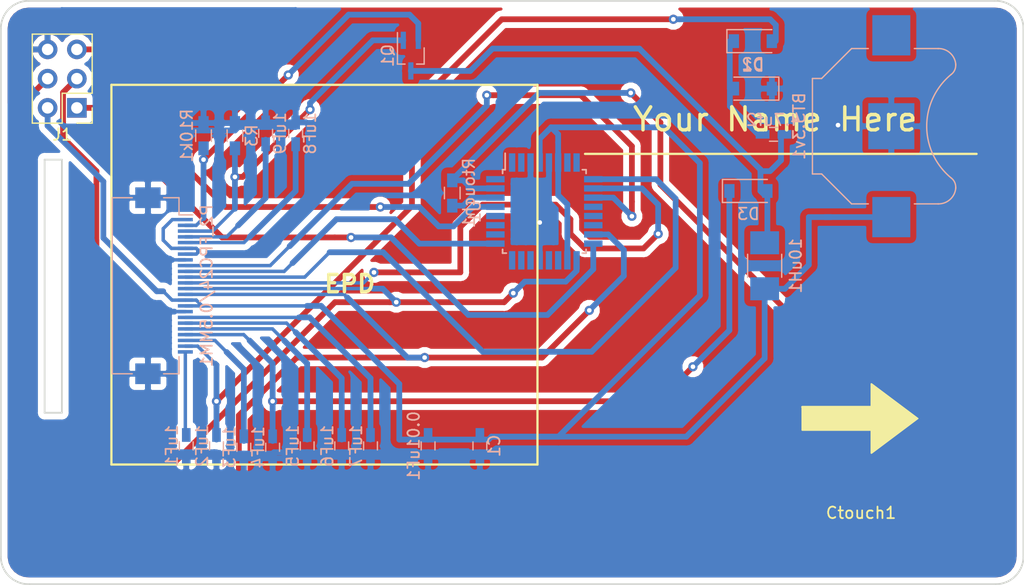
<source format=kicad_pcb>
(kicad_pcb (version 20171130) (host pcbnew 6.0.0-rc1-unknown-6d2dfbb~65~ubuntu18.04.1)

  (general
    (thickness 1.6)
    (drawings 22)
    (tracks 383)
    (zones 0)
    (modules 25)
    (nets 43)
  )

  (page A4)
  (layers
    (0 F.Cu signal hide)
    (31 B.Cu signal hide)
    (32 B.Adhes user hide)
    (33 F.Adhes user hide)
    (34 B.Paste user hide)
    (35 F.Paste user hide)
    (36 B.SilkS user)
    (37 F.SilkS user)
    (38 B.Mask user hide)
    (39 F.Mask user hide)
    (40 Dwgs.User user hide)
    (41 Cmts.User user hide)
    (42 Eco1.User user hide)
    (43 Eco2.User user hide)
    (44 Edge.Cuts user)
    (45 Margin user hide)
    (46 B.CrtYd user)
    (47 F.CrtYd user)
    (48 B.Fab user)
    (49 F.Fab user)
  )

  (setup
    (last_trace_width 0.5)
    (trace_clearance 0.1)
    (zone_clearance 0.508)
    (zone_45_only no)
    (trace_min 0.1)
    (via_size 0.8)
    (via_drill 0.4)
    (via_min_size 0.4)
    (via_min_drill 0.3)
    (uvia_size 0.3)
    (uvia_drill 0.1)
    (uvias_allowed no)
    (uvia_min_size 0.2)
    (uvia_min_drill 0.1)
    (edge_width 0.15)
    (segment_width 0.2)
    (pcb_text_width 0.3)
    (pcb_text_size 1.5 1.5)
    (mod_edge_width 0.15)
    (mod_text_size 1 1)
    (mod_text_width 0.15)
    (pad_size 1.524 1.524)
    (pad_drill 0.762)
    (pad_to_mask_clearance 0.2)
    (aux_axis_origin 0 0)
    (visible_elements FFFFFF7F)
    (pcbplotparams
      (layerselection 0x3ffff_ffffffff)
      (usegerberextensions true)
      (usegerberattributes false)
      (usegerberadvancedattributes false)
      (creategerberjobfile false)
      (excludeedgelayer true)
      (linewidth 0.100000)
      (plotframeref false)
      (viasonmask false)
      (mode 1)
      (useauxorigin false)
      (hpglpennumber 1)
      (hpglpenspeed 20)
      (hpglpendiameter 15.000000)
      (psnegative false)
      (psa4output false)
      (plotreference true)
      (plotvalue true)
      (plotinvisibletext false)
      (padsonsilk false)
      (subtractmaskfromsilk false)
      (outputformat 1)
      (mirror false)
      (drillshape 0)
      (scaleselection 1)
      (outputdirectory "./Gerber"))
  )

  (net 0 "")
  (net 1 GND)
  (net 2 "Net-(1uF1-Pad1)")
  (net 3 "Net-(1uF3-Pad1)")
  (net 4 "Net-(1uF5-Pad1)")
  (net 5 "Net-(1uF6-Pad1)")
  (net 6 "Net-(1uF7-Pad1)")
  (net 7 "Net-(1uF8-Pad1)")
  (net 8 "Net-(1uF9-Pad1)")
  (net 9 "Net-(4.7uf2-Pad2)")
  (net 10 "Net-(10uH1-Pad2)")
  (net 11 "Net-(P2_FPC24/0.5MM1-Pad1)")
  (net 12 "Net-(U1-Pad7)")
  (net 13 "Net-(U1-Pad12)")
  (net 14 "Net-(U1-Pad14)")
  (net 15 "Net-(U1-Pad19)")
  (net 16 "Net-(U1-Pad20)")
  (net 17 "Net-(U1-Pad22)")
  (net 18 "Net-(U1-Pad23)")
  (net 19 "Net-(U1-Pad24)")
  (net 20 "Net-(U1-Pad26)")
  (net 21 "Net-(U1-Pad27)")
  (net 22 "Net-(U1-Pad28)")
  (net 23 "Net-(U1-Pad32)")
  (net 24 "Net-(0.01uF1-Pad1)")
  (net 25 "Net-(J1-Pad1)")
  (net 26 "Net-(J1-Pad5)")
  (net 27 "Net-(Rtouch1-Pad1)")
  (net 28 "Net-(Ctouch1-Pad1)")
  (net 29 "Net-(U1-Pad1)")
  (net 30 "Net-(U1-Pad2)")
  (net 31 "Net-(U1-Pad13)")
  (net 32 "Net-(U1-Pad8)")
  (net 33 /PREVGL)
  (net 34 /PREVGH)
  (net 35 /SDI)
  (net 36 /SCLK)
  (net 37 /CS)
  (net 38 /DC)
  (net 39 /RES)
  (net 40 /BUSY)
  (net 41 /RESE)
  (net 42 /GDR)

  (net_class Default "This is the default net class."
    (clearance 0.1)
    (trace_width 0.5)
    (via_dia 0.8)
    (via_drill 0.4)
    (uvia_dia 0.3)
    (uvia_drill 0.1)
    (diff_pair_width 0.5)
    (diff_pair_gap 0.25)
    (add_net /BUSY)
    (add_net /CS)
    (add_net /DC)
    (add_net /GDR)
    (add_net /PREVGH)
    (add_net /PREVGL)
    (add_net /RES)
    (add_net /RESE)
    (add_net /SCLK)
    (add_net /SDI)
    (add_net GND)
    (add_net "Net-(0.01uF1-Pad1)")
    (add_net "Net-(10uH1-Pad2)")
    (add_net "Net-(1uF1-Pad1)")
    (add_net "Net-(1uF3-Pad1)")
    (add_net "Net-(1uF5-Pad1)")
    (add_net "Net-(1uF6-Pad1)")
    (add_net "Net-(1uF7-Pad1)")
    (add_net "Net-(1uF8-Pad1)")
    (add_net "Net-(1uF9-Pad1)")
    (add_net "Net-(4.7uf2-Pad2)")
    (add_net "Net-(Ctouch1-Pad1)")
    (add_net "Net-(J1-Pad1)")
    (add_net "Net-(J1-Pad5)")
    (add_net "Net-(Rtouch1-Pad1)")
    (add_net "Net-(U1-Pad1)")
    (add_net "Net-(U1-Pad13)")
    (add_net "Net-(U1-Pad2)")
    (add_net "Net-(U1-Pad8)")
  )

  (net_class FPC ""
    (clearance 0.1)
    (trace_width 0.3)
    (via_dia 0.8)
    (via_drill 0.4)
    (uvia_dia 0.3)
    (uvia_drill 0.1)
    (diff_pair_width 0.5)
    (diff_pair_gap 0.25)
    (add_net "Net-(P2_FPC24/0.5MM1-Pad1)")
    (add_net "Net-(U1-Pad12)")
    (add_net "Net-(U1-Pad14)")
    (add_net "Net-(U1-Pad19)")
    (add_net "Net-(U1-Pad20)")
    (add_net "Net-(U1-Pad22)")
    (add_net "Net-(U1-Pad23)")
    (add_net "Net-(U1-Pad24)")
    (add_net "Net-(U1-Pad26)")
    (add_net "Net-(U1-Pad27)")
    (add_net "Net-(U1-Pad28)")
    (add_net "Net-(U1-Pad32)")
    (add_net "Net-(U1-Pad7)")
  )

  (module Connectors_FPC:Hirose_FH12-24S-0.5SH_1x24_P0.50mm_Horizontal_Gnd17_Mirr (layer B.Cu) (tedit 5AE7B6FE) (tstamp 5AF09A72)
    (at 114.57 112.461 90)
    (descr "Molex FH12, FFC/FPC connector, FH12-24S-0.5SH, 24 Pins per row (https://www.hirose.com/product/en/products/FH12/FH12-24S-0.5SH(55)/), generated with kicad-footprint-generator")
    (tags "connector Hirose  top entry")
    (path /5AB8384F)
    (attr smd)
    (fp_text reference P2_FPC24/0.5MM1 (at 0 3.7 90) (layer B.SilkS)
      (effects (font (size 1 1) (thickness 0.15)) (justify mirror))
    )
    (fp_text value Conn_01x24_Male (at 0 -5.6 90) (layer B.Fab)
      (effects (font (size 1 1) (thickness 0.15)) (justify mirror))
    )
    (fp_text user %R (at 0 -3.7 90) (layer B.Fab)
      (effects (font (size 1 1) (thickness 0.15)) (justify mirror))
    )
    (fp_line (start -9.05 3) (end 9.05 3) (layer B.CrtYd) (width 0.05))
    (fp_line (start -9.05 -4.9) (end -9.05 3) (layer B.CrtYd) (width 0.05))
    (fp_line (start 9.05 -4.9) (end -9.05 -4.9) (layer B.CrtYd) (width 0.05))
    (fp_line (start 9.05 3) (end 9.05 -4.9) (layer B.CrtYd) (width 0.05))
    (fp_line (start 5.75 0.492893) (end 5.25 1.2) (layer B.Fab) (width 0.1))
    (fp_line (start 6.25 1.2) (end 5.75 0.492893) (layer B.Fab) (width 0.1))
    (fp_line (start 6.16 1.3) (end 6.16 2.5) (layer B.SilkS) (width 0.12))
    (fp_line (start -7.65 -4.5) (end -7.65 -2.76) (layer B.SilkS) (width 0.12))
    (fp_line (start 7.65 -4.5) (end -7.65 -4.5) (layer B.SilkS) (width 0.12))
    (fp_line (start 7.65 -2.76) (end 7.65 -4.5) (layer B.SilkS) (width 0.12))
    (fp_line (start -7.65 1.3) (end -7.65 -0.04) (layer B.SilkS) (width 0.12))
    (fp_line (start -6.16 1.3) (end -7.65 1.3) (layer B.SilkS) (width 0.12))
    (fp_line (start 7.65 1.3) (end 7.65 -0.04) (layer B.SilkS) (width 0.12))
    (fp_line (start 6.16 1.3) (end 7.65 1.3) (layer B.SilkS) (width 0.12))
    (fp_line (start -7.45 -4.4) (end 0 -4.4) (layer B.Fab) (width 0.1))
    (fp_line (start -7.45 -3.7) (end -7.45 -4.4) (layer B.Fab) (width 0.1))
    (fp_line (start -6.95 -3.7) (end -7.45 -3.7) (layer B.Fab) (width 0.1))
    (fp_line (start -6.95 -3.4) (end -6.95 -3.7) (layer B.Fab) (width 0.1))
    (fp_line (start -7.55 -3.4) (end -6.95 -3.4) (layer B.Fab) (width 0.1))
    (fp_line (start -7.55 1.2) (end -7.55 -3.4) (layer B.Fab) (width 0.1))
    (fp_line (start 0 1.2) (end -7.55 1.2) (layer B.Fab) (width 0.1))
    (fp_line (start 7.45 -4.4) (end 0 -4.4) (layer B.Fab) (width 0.1))
    (fp_line (start 7.45 -3.7) (end 7.45 -4.4) (layer B.Fab) (width 0.1))
    (fp_line (start 6.95 -3.7) (end 7.45 -3.7) (layer B.Fab) (width 0.1))
    (fp_line (start 6.95 -3.4) (end 6.95 -3.7) (layer B.Fab) (width 0.1))
    (fp_line (start 7.55 -3.4) (end 6.95 -3.4) (layer B.Fab) (width 0.1))
    (fp_line (start 7.55 1.2) (end 7.55 -3.4) (layer B.Fab) (width 0.1))
    (fp_line (start 0 1.2) (end 7.55 1.2) (layer B.Fab) (width 0.1))
    (pad 24 smd rect (at -5.75 1.85 90) (size 0.3 1.3) (layers B.Cu B.Paste B.Mask)
      (net 2 "Net-(1uF1-Pad1)"))
    (pad 23 smd rect (at -5.25 1.85 90) (size 0.3 1.3) (layers B.Cu B.Paste B.Mask)
      (net 33 /PREVGL))
    (pad 22 smd rect (at -4.75 1.85 90) (size 0.3 1.3) (layers B.Cu B.Paste B.Mask)
      (net 3 "Net-(1uF3-Pad1)"))
    (pad 21 smd rect (at -4.25 1.85 90) (size 0.3 1.3) (layers B.Cu B.Paste B.Mask)
      (net 34 /PREVGH))
    (pad 20 smd rect (at -3.75 1.85 90) (size 0.3 1.3) (layers B.Cu B.Paste B.Mask)
      (net 4 "Net-(1uF5-Pad1)"))
    (pad 19 smd rect (at -3.25 1.85 90) (size 0.3 1.3) (layers B.Cu B.Paste B.Mask)
      (net 5 "Net-(1uF6-Pad1)"))
    (pad 18 smd rect (at -2.75 1.85 90) (size 0.3 1.3) (layers B.Cu B.Paste B.Mask)
      (net 6 "Net-(1uF7-Pad1)"))
    (pad 17 smd rect (at -2.25 1.85 90) (size 0.3 1.3) (layers B.Cu B.Paste B.Mask)
      (net 1 GND))
    (pad 16 smd rect (at -1.75 1.85 90) (size 0.3 1.3) (layers B.Cu B.Paste B.Mask)
      (net 24 "Net-(0.01uF1-Pad1)"))
    (pad 15 smd rect (at -1.25 1.85 90) (size 0.3 1.3) (layers B.Cu B.Paste B.Mask)
      (net 24 "Net-(0.01uF1-Pad1)"))
    (pad 14 smd rect (at -0.75 1.85 90) (size 0.3 1.3) (layers B.Cu B.Paste B.Mask)
      (net 35 /SDI))
    (pad 13 smd rect (at -0.25 1.85 90) (size 0.3 1.3) (layers B.Cu B.Paste B.Mask)
      (net 36 /SCLK))
    (pad 12 smd rect (at 0.25 1.85 90) (size 0.3 1.3) (layers B.Cu B.Paste B.Mask)
      (net 37 /CS))
    (pad 11 smd rect (at 0.75 1.85 90) (size 0.3 1.3) (layers B.Cu B.Paste B.Mask)
      (net 38 /DC))
    (pad 10 smd rect (at 1.25 1.85 90) (size 0.3 1.3) (layers B.Cu B.Paste B.Mask)
      (net 39 /RES))
    (pad 9 smd rect (at 1.75 1.85 90) (size 0.3 1.3) (layers B.Cu B.Paste B.Mask)
      (net 40 /BUSY))
    (pad 8 smd rect (at 2.25 1.85 90) (size 0.3 1.3) (layers B.Cu B.Paste B.Mask)
      (net 1 GND))
    (pad 7 smd rect (at 2.75 1.85 90) (size 0.3 1.3) (layers B.Cu B.Paste B.Mask)
      (net 11 "Net-(P2_FPC24/0.5MM1-Pad1)"))
    (pad 6 smd rect (at 3.25 1.85 90) (size 0.3 1.3) (layers B.Cu B.Paste B.Mask)
      (net 11 "Net-(P2_FPC24/0.5MM1-Pad1)"))
    (pad 5 smd rect (at 3.75 1.85 90) (size 0.3 1.3) (layers B.Cu B.Paste B.Mask)
      (net 7 "Net-(1uF8-Pad1)"))
    (pad 4 smd rect (at 4.25 1.85 90) (size 0.3 1.3) (layers B.Cu B.Paste B.Mask)
      (net 8 "Net-(1uF9-Pad1)"))
    (pad 3 smd rect (at 4.75 1.85 90) (size 0.3 1.3) (layers B.Cu B.Paste B.Mask)
      (net 41 /RESE))
    (pad 2 smd rect (at 5.25 1.85 90) (size 0.3 1.3) (layers B.Cu B.Paste B.Mask)
      (net 42 /GDR))
    (pad 1 smd rect (at 5.75 1.85 90) (size 0.3 1.3) (layers B.Cu B.Paste B.Mask)
      (net 11 "Net-(P2_FPC24/0.5MM1-Pad1)"))
    (pad 17 smd rect (at 7.65 -1.4 90) (size 1.8 2.2) (layers B.Cu B.Paste B.Mask)
      (net 1 GND))
    (pad 17 smd rect (at -7.65 -1.4 90) (size 1.8 2.2) (layers B.Cu B.Paste B.Mask)
      (net 1 GND))
    (model ${KISYS3DMOD}/Connector_FFC-FPC.3dshapes/Hirose_FH12-24S-0.5SH_1x24_P0.50mm_Horizontal.wrl
      (at (xyz 0 0 0))
      (scale (xyz 1 1 1))
      (rotate (xyz 0 0 0))
    )
  )

  (module Housings_QFP:TQFP-32_7x7mm_Pitch0.8mm (layer B.Cu) (tedit 58CC9A48) (tstamp 5AE5B106)
    (at 147.596 106.001 270)
    (descr "32-Lead Plastic Thin Quad Flatpack (PT) - 7x7x1.0 mm Body, 2.00 mm [TQFP] (see Microchip Packaging Specification 00000049BS.pdf)")
    (tags "QFP 0.8")
    (path /5AB83279)
    (attr smd)
    (fp_text reference U1 (at 0 6.05 270) (layer B.SilkS)
      (effects (font (size 1 1) (thickness 0.15)) (justify mirror))
    )
    (fp_text value ATMEGA168PA-AU (at 0 -6.05 270) (layer B.Fab)
      (effects (font (size 1 1) (thickness 0.15)) (justify mirror))
    )
    (fp_line (start -3.625 3.4) (end -5.05 3.4) (layer B.SilkS) (width 0.15))
    (fp_line (start 3.625 3.625) (end 3.3 3.625) (layer B.SilkS) (width 0.15))
    (fp_line (start 3.625 -3.625) (end 3.3 -3.625) (layer B.SilkS) (width 0.15))
    (fp_line (start -3.625 -3.625) (end -3.3 -3.625) (layer B.SilkS) (width 0.15))
    (fp_line (start -3.625 3.625) (end -3.3 3.625) (layer B.SilkS) (width 0.15))
    (fp_line (start -3.625 -3.625) (end -3.625 -3.3) (layer B.SilkS) (width 0.15))
    (fp_line (start 3.625 -3.625) (end 3.625 -3.3) (layer B.SilkS) (width 0.15))
    (fp_line (start 3.625 3.625) (end 3.625 3.3) (layer B.SilkS) (width 0.15))
    (fp_line (start -3.625 3.625) (end -3.625 3.4) (layer B.SilkS) (width 0.15))
    (fp_line (start -5.3 -5.3) (end 5.3 -5.3) (layer B.CrtYd) (width 0.05))
    (fp_line (start -5.3 5.3) (end 5.3 5.3) (layer B.CrtYd) (width 0.05))
    (fp_line (start 5.3 5.3) (end 5.3 -5.3) (layer B.CrtYd) (width 0.05))
    (fp_line (start -5.3 5.3) (end -5.3 -5.3) (layer B.CrtYd) (width 0.05))
    (fp_line (start -3.5 2.5) (end -2.5 3.5) (layer B.Fab) (width 0.15))
    (fp_line (start -3.5 -3.5) (end -3.5 2.5) (layer B.Fab) (width 0.15))
    (fp_line (start 3.5 -3.5) (end -3.5 -3.5) (layer B.Fab) (width 0.15))
    (fp_line (start 3.5 3.5) (end 3.5 -3.5) (layer B.Fab) (width 0.15))
    (fp_line (start -2.5 3.5) (end 3.5 3.5) (layer B.Fab) (width 0.15))
    (fp_text user %R (at 0 0 270) (layer B.Fab)
      (effects (font (size 1 1) (thickness 0.15)) (justify mirror))
    )
    (pad 32 smd rect (at -2.8 4.25 180) (size 1.6 0.55) (layers B.Cu B.Paste B.Mask)
      (net 23 "Net-(U1-Pad32)"))
    (pad 31 smd rect (at -2 4.25 180) (size 1.6 0.55) (layers B.Cu B.Paste B.Mask)
      (net 28 "Net-(Ctouch1-Pad1)"))
    (pad 30 smd rect (at -1.2 4.25 180) (size 1.6 0.55) (layers B.Cu B.Paste B.Mask)
      (net 27 "Net-(Rtouch1-Pad1)"))
    (pad 29 smd rect (at -0.4 4.25 180) (size 1.6 0.55) (layers B.Cu B.Paste B.Mask)
      (net 26 "Net-(J1-Pad5)"))
    (pad 28 smd rect (at 0.4 4.25 180) (size 1.6 0.55) (layers B.Cu B.Paste B.Mask)
      (net 22 "Net-(U1-Pad28)"))
    (pad 27 smd rect (at 1.2 4.25 180) (size 1.6 0.55) (layers B.Cu B.Paste B.Mask)
      (net 21 "Net-(U1-Pad27)"))
    (pad 26 smd rect (at 2 4.25 180) (size 1.6 0.55) (layers B.Cu B.Paste B.Mask)
      (net 20 "Net-(U1-Pad26)"))
    (pad 25 smd rect (at 2.8 4.25 180) (size 1.6 0.55) (layers B.Cu B.Paste B.Mask)
      (net 39 /RES))
    (pad 24 smd rect (at 4.25 2.8 270) (size 1.6 0.55) (layers B.Cu B.Paste B.Mask)
      (net 19 "Net-(U1-Pad24)"))
    (pad 23 smd rect (at 4.25 2 270) (size 1.6 0.55) (layers B.Cu B.Paste B.Mask)
      (net 18 "Net-(U1-Pad23)"))
    (pad 22 smd rect (at 4.25 1.2 270) (size 1.6 0.55) (layers B.Cu B.Paste B.Mask)
      (net 17 "Net-(U1-Pad22)"))
    (pad 21 smd rect (at 4.25 0.4 270) (size 1.6 0.55) (layers B.Cu B.Paste B.Mask)
      (net 1 GND))
    (pad 20 smd rect (at 4.25 -0.4 270) (size 1.6 0.55) (layers B.Cu B.Paste B.Mask)
      (net 16 "Net-(U1-Pad20)"))
    (pad 19 smd rect (at 4.25 -1.2 270) (size 1.6 0.55) (layers B.Cu B.Paste B.Mask)
      (net 15 "Net-(U1-Pad19)"))
    (pad 18 smd rect (at 4.25 -2 270) (size 1.6 0.55) (layers B.Cu B.Paste B.Mask)
      (net 24 "Net-(0.01uF1-Pad1)"))
    (pad 17 smd rect (at 4.25 -2.8 270) (size 1.6 0.55) (layers B.Cu B.Paste B.Mask)
      (net 36 /SCLK))
    (pad 16 smd rect (at 2.8 -4.25 180) (size 1.6 0.55) (layers B.Cu B.Paste B.Mask)
      (net 25 "Net-(J1-Pad1)"))
    (pad 15 smd rect (at 2 -4.25 180) (size 1.6 0.55) (layers B.Cu B.Paste B.Mask)
      (net 35 /SDI))
    (pad 14 smd rect (at 1.2 -4.25 180) (size 1.6 0.55) (layers B.Cu B.Paste B.Mask)
      (net 14 "Net-(U1-Pad14)"))
    (pad 13 smd rect (at 0.4 -4.25 180) (size 1.6 0.55) (layers B.Cu B.Paste B.Mask)
      (net 31 "Net-(U1-Pad13)"))
    (pad 12 smd rect (at -0.4 -4.25 180) (size 1.6 0.55) (layers B.Cu B.Paste B.Mask)
      (net 13 "Net-(U1-Pad12)"))
    (pad 11 smd rect (at -1.2 -4.25 180) (size 1.6 0.55) (layers B.Cu B.Paste B.Mask)
      (net 40 /BUSY))
    (pad 10 smd rect (at -2 -4.25 180) (size 1.6 0.55) (layers B.Cu B.Paste B.Mask)
      (net 37 /CS))
    (pad 9 smd rect (at -2.8 -4.25 180) (size 1.6 0.55) (layers B.Cu B.Paste B.Mask)
      (net 38 /DC))
    (pad 8 smd rect (at -4.25 -2.8 270) (size 1.6 0.55) (layers B.Cu B.Paste B.Mask)
      (net 32 "Net-(U1-Pad8)"))
    (pad 7 smd rect (at -4.25 -2 270) (size 1.6 0.55) (layers B.Cu B.Paste B.Mask)
      (net 12 "Net-(U1-Pad7)"))
    (pad 6 smd rect (at -4.25 -1.2 270) (size 1.6 0.55) (layers B.Cu B.Paste B.Mask)
      (net 24 "Net-(0.01uF1-Pad1)"))
    (pad 5 smd rect (at -4.25 -0.4 270) (size 1.6 0.55) (layers B.Cu B.Paste B.Mask)
      (net 1 GND))
    (pad 4 smd rect (at -4.25 0.4 270) (size 1.6 0.55) (layers B.Cu B.Paste B.Mask)
      (net 24 "Net-(0.01uF1-Pad1)"))
    (pad 3 smd rect (at -4.25 1.2 270) (size 1.6 0.55) (layers B.Cu B.Paste B.Mask)
      (net 1 GND))
    (pad 2 smd rect (at -4.25 2 270) (size 1.6 0.55) (layers B.Cu B.Paste B.Mask)
      (net 30 "Net-(U1-Pad2)"))
    (pad 1 smd rect (at -4.25 2.8 270) (size 1.6 0.55) (layers B.Cu B.Paste B.Mask)
      (net 29 "Net-(U1-Pad1)"))
    (model ${KISYS3DMOD}/Package_QFP.3dshapes/TQFP-32_7x7mm_P0.8mm.wrl
      (at (xyz 0 0 0))
      (scale (xyz 1 1 1))
      (rotate (xyz 0 0 0))
    )
  )

  (module Battery_Holders:Keystone_3000_1x12mm-CoinCell locked (layer B.Cu) (tedit 58972371) (tstamp 5AE5C733)
    (at 177.728 98.5944 270)
    (descr http://www.keyelco.com/product-pdf.cfm?p=777)
    (tags "Keystone type 3000 coin cell retainer")
    (path /5ADD4BEB)
    (attr smd)
    (fp_text reference BT3.3v1 (at 0 8 270) (layer B.SilkS)
      (effects (font (size 1 1) (thickness 0.15)) (justify mirror))
    )
    (fp_text value Battery_Cell (at 0 -7.5 270) (layer B.Fab)
      (effects (font (size 1 1) (thickness 0.15)) (justify mirror))
    )
    (fp_line (start -4 6.7) (end 4 6.7) (layer B.Fab) (width 0.1))
    (fp_line (start -4 6.7) (end -4 6) (layer B.Fab) (width 0.1))
    (fp_line (start 4 6.7) (end 4 6) (layer B.Fab) (width 0.1))
    (fp_line (start -4 6) (end -6.6 3.4) (layer B.Fab) (width 0.1))
    (fp_line (start 4 6) (end 6.6 3.4) (layer B.Fab) (width 0.1))
    (fp_line (start -6.6 3.4) (end -6.6 -4.1) (layer B.Fab) (width 0.1))
    (fp_line (start 6.6 3.4) (end 6.6 -4.1) (layer B.Fab) (width 0.1))
    (fp_arc (start -5.25 -4.1) (end -5.3 -5.45) (angle -90) (layer B.Fab) (width 0.1))
    (fp_line (start 10.15 -2.15) (end 7.25 -2.15) (layer B.CrtYd) (width 0.05))
    (fp_line (start 10.15 2.15) (end 10.15 -2.15) (layer B.CrtYd) (width 0.05))
    (fp_line (start 7.25 2.15) (end 10.15 2.15) (layer B.CrtYd) (width 0.05))
    (fp_line (start -10.15 -2.15) (end -7.25 -2.15) (layer B.CrtYd) (width 0.05))
    (fp_line (start -10.15 2.15) (end -10.15 -2.15) (layer B.CrtYd) (width 0.05))
    (fp_line (start -7.25 2.15) (end -10.15 2.15) (layer B.CrtYd) (width 0.05))
    (fp_line (start 6.75 3.45) (end 6.75 2) (layer B.SilkS) (width 0.12))
    (fp_line (start 4.15 6.05) (end 6.75 3.45) (layer B.SilkS) (width 0.12))
    (fp_line (start 4.15 6.85) (end 4.15 6.05) (layer B.SilkS) (width 0.12))
    (fp_line (start -4.15 6.85) (end 4.15 6.85) (layer B.SilkS) (width 0.12))
    (fp_line (start -4.15 6.05) (end -4.15 6.85) (layer B.SilkS) (width 0.12))
    (fp_line (start -6.75 3.45) (end -4.15 6.05) (layer B.SilkS) (width 0.12))
    (fp_line (start -6.75 2) (end -6.75 3.45) (layer B.SilkS) (width 0.12))
    (fp_line (start -7.25 2.15) (end -7.25 3.8) (layer B.CrtYd) (width 0.05))
    (fp_line (start -7.25 3.8) (end -4.65 6.4) (layer B.CrtYd) (width 0.05))
    (fp_line (start -4.65 6.4) (end -4.65 7.35) (layer B.CrtYd) (width 0.05))
    (fp_line (start -4.65 7.35) (end 4.65 7.35) (layer B.CrtYd) (width 0.05))
    (fp_line (start 4.65 6.4) (end 4.65 7.35) (layer B.CrtYd) (width 0.05))
    (fp_line (start 7.25 3.8) (end 4.65 6.4) (layer B.CrtYd) (width 0.05))
    (fp_line (start 7.25 2.15) (end 7.25 3.8) (layer B.CrtYd) (width 0.05))
    (fp_arc (start 5.25 -4.1) (end 5.3 -5.45) (angle 90) (layer B.Fab) (width 0.1))
    (fp_line (start -6.75 -2) (end -6.75 -4.1) (layer B.SilkS) (width 0.12))
    (fp_line (start 6.75 -2) (end 6.75 -4.1) (layer B.SilkS) (width 0.12))
    (fp_line (start 7.25 -2.15) (end 7.25 -4.1) (layer B.CrtYd) (width 0.05))
    (fp_line (start -7.25 -2.15) (end -7.25 -4.1) (layer B.CrtYd) (width 0.05))
    (fp_arc (start -5.25 -4.1) (end -5.3 -5.6) (angle -90) (layer B.SilkS) (width 0.12))
    (fp_arc (start 5.25 -4.1) (end 5.3 -5.6) (angle 90) (layer B.SilkS) (width 0.12))
    (fp_arc (start -5.25 -4.1) (end -5.3 -6.1) (angle -90) (layer B.CrtYd) (width 0.05))
    (fp_arc (start 0 -8.9) (end -4.6 -5.1) (angle -101) (layer B.Fab) (width 0.1))
    (fp_arc (start -5.29 -4.6) (end -4.6 -5.1) (angle -60) (layer B.Fab) (width 0.1))
    (fp_arc (start 5.29 -4.6) (end 4.6 -5.1) (angle 60) (layer B.Fab) (width 0.1))
    (fp_arc (start 0 -8.9) (end -4.5 -5.2) (angle -101) (layer B.SilkS) (width 0.12))
    (fp_arc (start -5.29 -4.6) (end -4.5 -5.2) (angle -60) (layer B.SilkS) (width 0.12))
    (fp_arc (start 5.29 -4.6) (end 4.5 -5.2) (angle 60) (layer B.SilkS) (width 0.12))
    (fp_circle (center 0 0) (end 0 -6.25) (layer Dwgs.User) (width 0.15))
    (fp_arc (start -5.29 -4.6) (end -4.22 -5.65) (angle -54.1) (layer B.CrtYd) (width 0.05))
    (fp_arc (start 5.29 -4.6) (end 4.22 -5.65) (angle 54.1) (layer B.CrtYd) (width 0.05))
    (fp_arc (start 5.25 -4.1) (end 5.3 -6.1) (angle 90) (layer B.CrtYd) (width 0.05))
    (fp_arc (start 0 0) (end 0 -6.75) (angle 36.6) (layer B.CrtYd) (width 0.05))
    (fp_arc (start 0.11 -9.15) (end -4.22 -5.65) (angle -3.1) (layer B.CrtYd) (width 0.05))
    (fp_arc (start 0.11 -9.15) (end 4.22 -5.65) (angle 3.1) (layer B.CrtYd) (width 0.05))
    (fp_arc (start 0 0) (end 0 -6.75) (angle -36.6) (layer B.CrtYd) (width 0.05))
    (pad 2 smd rect (at 0 0 270) (size 4 4) (layers B.Cu B.Mask)
      (net 1 GND))
    (pad 1 smd rect (at 7.9 0 270) (size 3.5 3.3) (layers B.Cu B.Paste B.Mask)
      (net 24 "Net-(0.01uF1-Pad1)"))
    (pad 1 smd rect (at -7.9 0 270) (size 3.5 3.3) (layers B.Cu B.Paste B.Mask)
      (net 24 "Net-(0.01uF1-Pad1)"))
    (model Battery_Holders.3dshapes/Keystone_3000_1x12mm-CoinCell.wrl
      (at (xyz 0 0 0))
      (scale (xyz 1 1 1))
      (rotate (xyz 0 0 0))
    )
    (model ${KISYS3DMOD}/Battery.3dshapes/BatteryHolder_LINX_BAT-HLD-012-SMT.wrl
      (at (xyz 0 0 0))
      (scale (xyz 1 1 1))
      (rotate (xyz 0 0 0))
    )
  )

  (module Pin_Headers:Pin_Header_Straight_2x03_Pitch2.54mm locked (layer F.Cu) (tedit 5B4E68BE) (tstamp 5AE5C74F)
    (at 107 97 180)
    (descr "Through hole straight pin header, 2x03, 2.54mm pitch, double rows")
    (tags "Through hole pin header THT 2x03 2.54mm double row")
    (path /5ADE3843)
    (fp_text reference J1 (at 1.27 -2.33 180) (layer F.SilkS)
      (effects (font (size 1 1) (thickness 0.15)))
    )
    (fp_text value Conn_02x03_Odd_Even (at 1.27 7.41 180) (layer F.Fab)
      (effects (font (size 1 1) (thickness 0.15)))
    )
    (fp_text user %R (at 1.27 2.54 270) (layer F.Fab)
      (effects (font (size 1 1) (thickness 0.15)))
    )
    (fp_line (start 4.35 -1.8) (end -1.8 -1.8) (layer F.CrtYd) (width 0.05))
    (fp_line (start 4.35 6.85) (end 4.35 -1.8) (layer F.CrtYd) (width 0.05))
    (fp_line (start -1.8 6.85) (end 4.35 6.85) (layer F.CrtYd) (width 0.05))
    (fp_line (start -1.8 -1.8) (end -1.8 6.85) (layer F.CrtYd) (width 0.05))
    (fp_line (start -1.33 -1.33) (end 0 -1.33) (layer F.SilkS) (width 0.12))
    (fp_line (start -1.33 0) (end -1.33 -1.33) (layer F.SilkS) (width 0.12))
    (fp_line (start 1.27 -1.33) (end 3.87 -1.33) (layer F.SilkS) (width 0.12))
    (fp_line (start 1.27 1.27) (end 1.27 -1.33) (layer F.SilkS) (width 0.12))
    (fp_line (start -1.33 1.27) (end 1.27 1.27) (layer F.SilkS) (width 0.12))
    (fp_line (start 3.87 -1.33) (end 3.87 6.41) (layer F.SilkS) (width 0.12))
    (fp_line (start -1.33 1.27) (end -1.33 6.41) (layer F.SilkS) (width 0.12))
    (fp_line (start -1.33 6.41) (end 3.87 6.41) (layer F.SilkS) (width 0.12))
    (fp_line (start -1.27 0) (end 0 -1.27) (layer F.Fab) (width 0.1))
    (fp_line (start -1.27 6.35) (end -1.27 0) (layer F.Fab) (width 0.1))
    (fp_line (start 3.81 6.35) (end -1.27 6.35) (layer F.Fab) (width 0.1))
    (fp_line (start 3.81 -1.27) (end 3.81 6.35) (layer F.Fab) (width 0.1))
    (fp_line (start 0 -1.27) (end 3.81 -1.27) (layer F.Fab) (width 0.1))
    (pad 6 thru_hole oval (at 2.54 5.08 180) (size 1.7 1.7) (drill 1) (layers *.Cu *.Mask)
      (net 1 GND))
    (pad 5 thru_hole oval (at 0 5.08 180) (size 1.7 1.7) (drill 1) (layers *.Cu *.Mask)
      (net 26 "Net-(J1-Pad5)"))
    (pad 4 thru_hole oval (at 2.54 2.54 180) (size 1.7 1.7) (drill 1) (layers *.Cu *.Mask)
      (net 35 /SDI))
    (pad 3 thru_hole oval (at 0 2.54 180) (size 1.7 1.7) (drill 1) (layers *.Cu *.Mask)
      (net 36 /SCLK))
    (pad 2 thru_hole oval (at 2.54 0 180) (size 1.7 1.7) (drill 1) (layers *.Cu *.Mask)
      (net 24 "Net-(0.01uF1-Pad1)"))
    (pad 1 thru_hole rect (at 0 0 180) (size 1.7 1.7) (drill 1) (layers *.Cu *.Mask)
      (net 25 "Net-(J1-Pad1)"))
    (model ${KISYS3DMOD}/Pin_Headers.3dshapes/Pin_Header_Straight_2x03_Pitch2.54mm.wrl
      (at (xyz 0 0 0))
      (scale (xyz 1 1 1))
      (rotate (xyz 0 0 0))
    )
  )

  (module Buttons_Switches_SMD:Touchpad (layer F.Cu) (tedit 5AE8FDC3) (tstamp 5AF0EAA6)
    (at 175 132)
    (path /5AE0ACF2)
    (attr smd)
    (fp_text reference Ctouch1 (at 0.1 0.2) (layer F.SilkS)
      (effects (font (size 1 1) (thickness 0.15)))
    )
    (fp_text value C (at 0 -0.5) (layer F.Fab)
      (effects (font (size 1 1) (thickness 0.15)))
    )
    (pad 1 connect custom (at 4.6 -7.6) (size 1 10) (layers F.Cu)
      (net 28 "Net-(Ctouch1-Pad1)") (zone_connect 0)
      (options (clearance outline) (anchor rect))
      (primitives
      ))
    (pad 1 connect custom (at 0.6 -12.1) (size 7 1) (layers F.Cu)
      (net 28 "Net-(Ctouch1-Pad1)") (zone_connect 0)
      (options (clearance outline) (anchor rect))
      (primitives
      ))
    (pad 2 connect custom (at -4.6 -7.6 90) (size 10 1) (layers F.Cu)
      (net 1 GND) (zone_connect 0)
      (options (clearance outline) (anchor rect))
      (primitives
      ))
    (pad 1 connect custom (at 0.6 -3.1) (size 7 1) (layers F.Cu)
      (net 28 "Net-(Ctouch1-Pad1)") (zone_connect 0)
      (options (clearance outline) (anchor rect))
      (primitives
      ))
    (pad 1 connect custom (at 0.6 -7.7) (size 7 1) (layers F.Cu)
      (net 28 "Net-(Ctouch1-Pad1)") (zone_connect 0)
      (options (clearance outline) (anchor rect))
      (primitives
      ))
    (pad 2 connect custom (at -0.6 -9.9) (size 7 1) (layers F.Cu)
      (net 1 GND) (zone_connect 0)
      (options (clearance outline) (anchor rect))
      (primitives
      ))
    (pad 2 connect custom (at -0.6 -5.2) (size 7 1) (layers F.Cu)
      (net 1 GND) (zone_connect 0)
      (options (clearance outline) (anchor rect))
      (primitives
      ))
  )

  (module Capacitors_SMD:C_0603_HandSoldering (layer B.Cu) (tedit 58AA848B) (tstamp 5B36276E)
    (at 137.5 126.38 270)
    (descr "Capacitor SMD 0603, hand soldering")
    (tags "capacitor 0603")
    (path /5ABC6B36)
    (attr smd)
    (fp_text reference 0.01uF1 (at 0 1.25 270) (layer B.SilkS)
      (effects (font (size 1 1) (thickness 0.15)) (justify mirror))
    )
    (fp_text value C (at 0 -1.5 270) (layer B.Fab)
      (effects (font (size 1 1) (thickness 0.15)) (justify mirror))
    )
    (fp_text user %R (at 0 1.25 270) (layer B.Fab)
      (effects (font (size 1 1) (thickness 0.15)) (justify mirror))
    )
    (fp_line (start -0.8 -0.4) (end -0.8 0.4) (layer B.Fab) (width 0.1))
    (fp_line (start 0.8 -0.4) (end -0.8 -0.4) (layer B.Fab) (width 0.1))
    (fp_line (start 0.8 0.4) (end 0.8 -0.4) (layer B.Fab) (width 0.1))
    (fp_line (start -0.8 0.4) (end 0.8 0.4) (layer B.Fab) (width 0.1))
    (fp_line (start -0.35 0.6) (end 0.35 0.6) (layer B.SilkS) (width 0.12))
    (fp_line (start 0.35 -0.6) (end -0.35 -0.6) (layer B.SilkS) (width 0.12))
    (fp_line (start -1.8 0.65) (end 1.8 0.65) (layer B.CrtYd) (width 0.05))
    (fp_line (start -1.8 0.65) (end -1.8 -0.65) (layer B.CrtYd) (width 0.05))
    (fp_line (start 1.8 -0.65) (end 1.8 0.65) (layer B.CrtYd) (width 0.05))
    (fp_line (start 1.8 -0.65) (end -1.8 -0.65) (layer B.CrtYd) (width 0.05))
    (pad 1 smd rect (at -0.95 0 270) (size 1.2 0.75) (layers B.Cu B.Paste B.Mask)
      (net 24 "Net-(0.01uF1-Pad1)"))
    (pad 2 smd rect (at 0.95 0 270) (size 1.2 0.75) (layers B.Cu B.Paste B.Mask)
      (net 1 GND))
    (model Capacitors_SMD.3dshapes/C_0603.wrl
      (at (xyz 0 0 0))
      (scale (xyz 1 1 1))
      (rotate (xyz 0 0 0))
    )
  )

  (module Capacitors_SMD:C_0603_HandSoldering (layer B.Cu) (tedit 58AA848B) (tstamp 5B36277E)
    (at 116.5 126.38 270)
    (descr "Capacitor SMD 0603, hand soldering")
    (tags "capacitor 0603")
    (path /5ABC16D3)
    (attr smd)
    (fp_text reference 1uF1 (at 0 1.25 270) (layer B.SilkS)
      (effects (font (size 1 1) (thickness 0.15)) (justify mirror))
    )
    (fp_text value C (at 0 -1.5 270) (layer B.Fab)
      (effects (font (size 1 1) (thickness 0.15)) (justify mirror))
    )
    (fp_text user %R (at 0 1.25 270) (layer B.Fab)
      (effects (font (size 1 1) (thickness 0.15)) (justify mirror))
    )
    (fp_line (start -0.8 -0.4) (end -0.8 0.4) (layer B.Fab) (width 0.1))
    (fp_line (start 0.8 -0.4) (end -0.8 -0.4) (layer B.Fab) (width 0.1))
    (fp_line (start 0.8 0.4) (end 0.8 -0.4) (layer B.Fab) (width 0.1))
    (fp_line (start -0.8 0.4) (end 0.8 0.4) (layer B.Fab) (width 0.1))
    (fp_line (start -0.35 0.6) (end 0.35 0.6) (layer B.SilkS) (width 0.12))
    (fp_line (start 0.35 -0.6) (end -0.35 -0.6) (layer B.SilkS) (width 0.12))
    (fp_line (start -1.8 0.65) (end 1.8 0.65) (layer B.CrtYd) (width 0.05))
    (fp_line (start -1.8 0.65) (end -1.8 -0.65) (layer B.CrtYd) (width 0.05))
    (fp_line (start 1.8 -0.65) (end 1.8 0.65) (layer B.CrtYd) (width 0.05))
    (fp_line (start 1.8 -0.65) (end -1.8 -0.65) (layer B.CrtYd) (width 0.05))
    (pad 1 smd rect (at -0.95 0 270) (size 1.2 0.75) (layers B.Cu B.Paste B.Mask)
      (net 2 "Net-(1uF1-Pad1)"))
    (pad 2 smd rect (at 0.95 0 270) (size 1.2 0.75) (layers B.Cu B.Paste B.Mask)
      (net 1 GND))
    (model Capacitors_SMD.3dshapes/C_0603.wrl
      (at (xyz 0 0 0))
      (scale (xyz 1 1 1))
      (rotate (xyz 0 0 0))
    )
  )

  (module Capacitors_SMD:C_0603_HandSoldering (layer B.Cu) (tedit 58AA848B) (tstamp 5B36278E)
    (at 119.125 126.38 270)
    (descr "Capacitor SMD 0603, hand soldering")
    (tags "capacitor 0603")
    (path /5ABC166F)
    (attr smd)
    (fp_text reference 1uF2 (at 0 1.25 270) (layer B.SilkS)
      (effects (font (size 1 1) (thickness 0.15)) (justify mirror))
    )
    (fp_text value C (at 0 -1.5 270) (layer B.Fab)
      (effects (font (size 1 1) (thickness 0.15)) (justify mirror))
    )
    (fp_line (start 1.8 -0.65) (end -1.8 -0.65) (layer B.CrtYd) (width 0.05))
    (fp_line (start 1.8 -0.65) (end 1.8 0.65) (layer B.CrtYd) (width 0.05))
    (fp_line (start -1.8 0.65) (end -1.8 -0.65) (layer B.CrtYd) (width 0.05))
    (fp_line (start -1.8 0.65) (end 1.8 0.65) (layer B.CrtYd) (width 0.05))
    (fp_line (start 0.35 -0.6) (end -0.35 -0.6) (layer B.SilkS) (width 0.12))
    (fp_line (start -0.35 0.6) (end 0.35 0.6) (layer B.SilkS) (width 0.12))
    (fp_line (start -0.8 0.4) (end 0.8 0.4) (layer B.Fab) (width 0.1))
    (fp_line (start 0.8 0.4) (end 0.8 -0.4) (layer B.Fab) (width 0.1))
    (fp_line (start 0.8 -0.4) (end -0.8 -0.4) (layer B.Fab) (width 0.1))
    (fp_line (start -0.8 -0.4) (end -0.8 0.4) (layer B.Fab) (width 0.1))
    (fp_text user %R (at 0 1.25 270) (layer B.Fab)
      (effects (font (size 1 1) (thickness 0.15)) (justify mirror))
    )
    (pad 2 smd rect (at 0.95 0 270) (size 1.2 0.75) (layers B.Cu B.Paste B.Mask)
      (net 1 GND))
    (pad 1 smd rect (at -0.95 0 270) (size 1.2 0.75) (layers B.Cu B.Paste B.Mask)
      (net 33 /PREVGL))
    (model Capacitors_SMD.3dshapes/C_0603.wrl
      (at (xyz 0 0 0))
      (scale (xyz 1 1 1))
      (rotate (xyz 0 0 0))
    )
  )

  (module Capacitors_SMD:C_0603_HandSoldering (layer B.Cu) (tedit 58AA848B) (tstamp 5B36279E)
    (at 121.5 126.5 270)
    (descr "Capacitor SMD 0603, hand soldering")
    (tags "capacitor 0603")
    (path /5ABC136B)
    (attr smd)
    (fp_text reference 1uF3 (at 0 1.25 270) (layer B.SilkS)
      (effects (font (size 1 1) (thickness 0.15)) (justify mirror))
    )
    (fp_text value C (at 0 -1.5 270) (layer B.Fab)
      (effects (font (size 1 1) (thickness 0.15)) (justify mirror))
    )
    (fp_line (start 1.8 -0.65) (end -1.8 -0.65) (layer B.CrtYd) (width 0.05))
    (fp_line (start 1.8 -0.65) (end 1.8 0.65) (layer B.CrtYd) (width 0.05))
    (fp_line (start -1.8 0.65) (end -1.8 -0.65) (layer B.CrtYd) (width 0.05))
    (fp_line (start -1.8 0.65) (end 1.8 0.65) (layer B.CrtYd) (width 0.05))
    (fp_line (start 0.35 -0.6) (end -0.35 -0.6) (layer B.SilkS) (width 0.12))
    (fp_line (start -0.35 0.6) (end 0.35 0.6) (layer B.SilkS) (width 0.12))
    (fp_line (start -0.8 0.4) (end 0.8 0.4) (layer B.Fab) (width 0.1))
    (fp_line (start 0.8 0.4) (end 0.8 -0.4) (layer B.Fab) (width 0.1))
    (fp_line (start 0.8 -0.4) (end -0.8 -0.4) (layer B.Fab) (width 0.1))
    (fp_line (start -0.8 -0.4) (end -0.8 0.4) (layer B.Fab) (width 0.1))
    (fp_text user %R (at 0 1.25 270) (layer B.Fab)
      (effects (font (size 1 1) (thickness 0.15)) (justify mirror))
    )
    (pad 2 smd rect (at 0.95 0 270) (size 1.2 0.75) (layers B.Cu B.Paste B.Mask)
      (net 1 GND))
    (pad 1 smd rect (at -0.95 0 270) (size 1.2 0.75) (layers B.Cu B.Paste B.Mask)
      (net 3 "Net-(1uF3-Pad1)"))
    (model Capacitors_SMD.3dshapes/C_0603.wrl
      (at (xyz 0 0 0))
      (scale (xyz 1 1 1))
      (rotate (xyz 0 0 0))
    )
  )

  (module Capacitors_SMD:C_0603_HandSoldering (layer B.Cu) (tedit 58AA848B) (tstamp 5B3627AE)
    (at 124 126.5 270)
    (descr "Capacitor SMD 0603, hand soldering")
    (tags "capacitor 0603")
    (path /5ABC14A1)
    (attr smd)
    (fp_text reference 1uF4 (at 0 1.25 270) (layer B.SilkS)
      (effects (font (size 1 1) (thickness 0.15)) (justify mirror))
    )
    (fp_text value C (at 0 -1.5 270) (layer B.Fab)
      (effects (font (size 1 1) (thickness 0.15)) (justify mirror))
    )
    (fp_text user %R (at 0 1.25 270) (layer B.Fab)
      (effects (font (size 1 1) (thickness 0.15)) (justify mirror))
    )
    (fp_line (start -0.8 -0.4) (end -0.8 0.4) (layer B.Fab) (width 0.1))
    (fp_line (start 0.8 -0.4) (end -0.8 -0.4) (layer B.Fab) (width 0.1))
    (fp_line (start 0.8 0.4) (end 0.8 -0.4) (layer B.Fab) (width 0.1))
    (fp_line (start -0.8 0.4) (end 0.8 0.4) (layer B.Fab) (width 0.1))
    (fp_line (start -0.35 0.6) (end 0.35 0.6) (layer B.SilkS) (width 0.12))
    (fp_line (start 0.35 -0.6) (end -0.35 -0.6) (layer B.SilkS) (width 0.12))
    (fp_line (start -1.8 0.65) (end 1.8 0.65) (layer B.CrtYd) (width 0.05))
    (fp_line (start -1.8 0.65) (end -1.8 -0.65) (layer B.CrtYd) (width 0.05))
    (fp_line (start 1.8 -0.65) (end 1.8 0.65) (layer B.CrtYd) (width 0.05))
    (fp_line (start 1.8 -0.65) (end -1.8 -0.65) (layer B.CrtYd) (width 0.05))
    (pad 1 smd rect (at -0.95 0 270) (size 1.2 0.75) (layers B.Cu B.Paste B.Mask)
      (net 34 /PREVGH))
    (pad 2 smd rect (at 0.95 0 270) (size 1.2 0.75) (layers B.Cu B.Paste B.Mask)
      (net 1 GND))
    (model Capacitors_SMD.3dshapes/C_0603.wrl
      (at (xyz 0 0 0))
      (scale (xyz 1 1 1))
      (rotate (xyz 0 0 0))
    )
  )

  (module Capacitors_SMD:C_0603_HandSoldering (layer B.Cu) (tedit 58AA848B) (tstamp 5B3627BE)
    (at 127 126.38 270)
    (descr "Capacitor SMD 0603, hand soldering")
    (tags "capacitor 0603")
    (path /5ABC1507)
    (attr smd)
    (fp_text reference 1uF5 (at 0 1.25 270) (layer B.SilkS)
      (effects (font (size 1 1) (thickness 0.15)) (justify mirror))
    )
    (fp_text value C (at 0 -1.5 270) (layer B.Fab)
      (effects (font (size 1 1) (thickness 0.15)) (justify mirror))
    )
    (fp_line (start 1.8 -0.65) (end -1.8 -0.65) (layer B.CrtYd) (width 0.05))
    (fp_line (start 1.8 -0.65) (end 1.8 0.65) (layer B.CrtYd) (width 0.05))
    (fp_line (start -1.8 0.65) (end -1.8 -0.65) (layer B.CrtYd) (width 0.05))
    (fp_line (start -1.8 0.65) (end 1.8 0.65) (layer B.CrtYd) (width 0.05))
    (fp_line (start 0.35 -0.6) (end -0.35 -0.6) (layer B.SilkS) (width 0.12))
    (fp_line (start -0.35 0.6) (end 0.35 0.6) (layer B.SilkS) (width 0.12))
    (fp_line (start -0.8 0.4) (end 0.8 0.4) (layer B.Fab) (width 0.1))
    (fp_line (start 0.8 0.4) (end 0.8 -0.4) (layer B.Fab) (width 0.1))
    (fp_line (start 0.8 -0.4) (end -0.8 -0.4) (layer B.Fab) (width 0.1))
    (fp_line (start -0.8 -0.4) (end -0.8 0.4) (layer B.Fab) (width 0.1))
    (fp_text user %R (at 0 1.25 270) (layer B.Fab)
      (effects (font (size 1 1) (thickness 0.15)) (justify mirror))
    )
    (pad 2 smd rect (at 0.95 0 270) (size 1.2 0.75) (layers B.Cu B.Paste B.Mask)
      (net 1 GND))
    (pad 1 smd rect (at -0.95 0 270) (size 1.2 0.75) (layers B.Cu B.Paste B.Mask)
      (net 4 "Net-(1uF5-Pad1)"))
    (model Capacitors_SMD.3dshapes/C_0603.wrl
      (at (xyz 0 0 0))
      (scale (xyz 1 1 1))
      (rotate (xyz 0 0 0))
    )
  )

  (module Capacitors_SMD:C_0603_HandSoldering (layer B.Cu) (tedit 58AA848B) (tstamp 5B3627CE)
    (at 130 126.38 270)
    (descr "Capacitor SMD 0603, hand soldering")
    (tags "capacitor 0603")
    (path /5ABC155D)
    (attr smd)
    (fp_text reference 1uF6 (at 0 1.25 270) (layer B.SilkS)
      (effects (font (size 1 1) (thickness 0.15)) (justify mirror))
    )
    (fp_text value C (at 0 -1.5 270) (layer B.Fab)
      (effects (font (size 1 1) (thickness 0.15)) (justify mirror))
    )
    (fp_text user %R (at 0 1.25 270) (layer B.Fab)
      (effects (font (size 1 1) (thickness 0.15)) (justify mirror))
    )
    (fp_line (start -0.8 -0.4) (end -0.8 0.4) (layer B.Fab) (width 0.1))
    (fp_line (start 0.8 -0.4) (end -0.8 -0.4) (layer B.Fab) (width 0.1))
    (fp_line (start 0.8 0.4) (end 0.8 -0.4) (layer B.Fab) (width 0.1))
    (fp_line (start -0.8 0.4) (end 0.8 0.4) (layer B.Fab) (width 0.1))
    (fp_line (start -0.35 0.6) (end 0.35 0.6) (layer B.SilkS) (width 0.12))
    (fp_line (start 0.35 -0.6) (end -0.35 -0.6) (layer B.SilkS) (width 0.12))
    (fp_line (start -1.8 0.65) (end 1.8 0.65) (layer B.CrtYd) (width 0.05))
    (fp_line (start -1.8 0.65) (end -1.8 -0.65) (layer B.CrtYd) (width 0.05))
    (fp_line (start 1.8 -0.65) (end 1.8 0.65) (layer B.CrtYd) (width 0.05))
    (fp_line (start 1.8 -0.65) (end -1.8 -0.65) (layer B.CrtYd) (width 0.05))
    (pad 1 smd rect (at -0.95 0 270) (size 1.2 0.75) (layers B.Cu B.Paste B.Mask)
      (net 5 "Net-(1uF6-Pad1)"))
    (pad 2 smd rect (at 0.95 0 270) (size 1.2 0.75) (layers B.Cu B.Paste B.Mask)
      (net 1 GND))
    (model Capacitors_SMD.3dshapes/C_0603.wrl
      (at (xyz 0 0 0))
      (scale (xyz 1 1 1))
      (rotate (xyz 0 0 0))
    )
  )

  (module Capacitors_SMD:C_0603_HandSoldering (layer B.Cu) (tedit 58AA848B) (tstamp 5B3627DE)
    (at 132.5 126.38 270)
    (descr "Capacitor SMD 0603, hand soldering")
    (tags "capacitor 0603")
    (path /5ABC15B1)
    (attr smd)
    (fp_text reference 1uF7 (at 0 1.25 270) (layer B.SilkS)
      (effects (font (size 1 1) (thickness 0.15)) (justify mirror))
    )
    (fp_text value C (at 0 -1.5 270) (layer B.Fab)
      (effects (font (size 1 1) (thickness 0.15)) (justify mirror))
    )
    (fp_line (start 1.8 -0.65) (end -1.8 -0.65) (layer B.CrtYd) (width 0.05))
    (fp_line (start 1.8 -0.65) (end 1.8 0.65) (layer B.CrtYd) (width 0.05))
    (fp_line (start -1.8 0.65) (end -1.8 -0.65) (layer B.CrtYd) (width 0.05))
    (fp_line (start -1.8 0.65) (end 1.8 0.65) (layer B.CrtYd) (width 0.05))
    (fp_line (start 0.35 -0.6) (end -0.35 -0.6) (layer B.SilkS) (width 0.12))
    (fp_line (start -0.35 0.6) (end 0.35 0.6) (layer B.SilkS) (width 0.12))
    (fp_line (start -0.8 0.4) (end 0.8 0.4) (layer B.Fab) (width 0.1))
    (fp_line (start 0.8 0.4) (end 0.8 -0.4) (layer B.Fab) (width 0.1))
    (fp_line (start 0.8 -0.4) (end -0.8 -0.4) (layer B.Fab) (width 0.1))
    (fp_line (start -0.8 -0.4) (end -0.8 0.4) (layer B.Fab) (width 0.1))
    (fp_text user %R (at 0 1.25 270) (layer B.Fab)
      (effects (font (size 1 1) (thickness 0.15)) (justify mirror))
    )
    (pad 2 smd rect (at 0.95 0 270) (size 1.2 0.75) (layers B.Cu B.Paste B.Mask)
      (net 1 GND))
    (pad 1 smd rect (at -0.95 0 270) (size 1.2 0.75) (layers B.Cu B.Paste B.Mask)
      (net 6 "Net-(1uF7-Pad1)"))
    (model Capacitors_SMD.3dshapes/C_0603.wrl
      (at (xyz 0 0 0))
      (scale (xyz 1 1 1))
      (rotate (xyz 0 0 0))
    )
  )

  (module Capacitors_SMD:C_0603_HandSoldering (layer B.Cu) (tedit 58AA848B) (tstamp 5B3627EE)
    (at 126 99.2145 90)
    (descr "Capacitor SMD 0603, hand soldering")
    (tags "capacitor 0603")
    (path /5ABC1613)
    (attr smd)
    (fp_text reference 1uF8 (at 0 1.25 90) (layer B.SilkS)
      (effects (font (size 1 1) (thickness 0.15)) (justify mirror))
    )
    (fp_text value C (at 0 -1.5 90) (layer B.Fab)
      (effects (font (size 1 1) (thickness 0.15)) (justify mirror))
    )
    (fp_text user %R (at 0 1.25 90) (layer B.Fab)
      (effects (font (size 1 1) (thickness 0.15)) (justify mirror))
    )
    (fp_line (start -0.8 -0.4) (end -0.8 0.4) (layer B.Fab) (width 0.1))
    (fp_line (start 0.8 -0.4) (end -0.8 -0.4) (layer B.Fab) (width 0.1))
    (fp_line (start 0.8 0.4) (end 0.8 -0.4) (layer B.Fab) (width 0.1))
    (fp_line (start -0.8 0.4) (end 0.8 0.4) (layer B.Fab) (width 0.1))
    (fp_line (start -0.35 0.6) (end 0.35 0.6) (layer B.SilkS) (width 0.12))
    (fp_line (start 0.35 -0.6) (end -0.35 -0.6) (layer B.SilkS) (width 0.12))
    (fp_line (start -1.8 0.65) (end 1.8 0.65) (layer B.CrtYd) (width 0.05))
    (fp_line (start -1.8 0.65) (end -1.8 -0.65) (layer B.CrtYd) (width 0.05))
    (fp_line (start 1.8 -0.65) (end 1.8 0.65) (layer B.CrtYd) (width 0.05))
    (fp_line (start 1.8 -0.65) (end -1.8 -0.65) (layer B.CrtYd) (width 0.05))
    (pad 1 smd rect (at -0.95 0 90) (size 1.2 0.75) (layers B.Cu B.Paste B.Mask)
      (net 7 "Net-(1uF8-Pad1)"))
    (pad 2 smd rect (at 0.95 0 90) (size 1.2 0.75) (layers B.Cu B.Paste B.Mask)
      (net 1 GND))
    (model Capacitors_SMD.3dshapes/C_0603.wrl
      (at (xyz 0 0 0))
      (scale (xyz 1 1 1))
      (rotate (xyz 0 0 0))
    )
  )

  (module Capacitors_SMD:C_0603_HandSoldering (layer B.Cu) (tedit 58AA848B) (tstamp 5B3627FE)
    (at 123.393 99.2145 90)
    (descr "Capacitor SMD 0603, hand soldering")
    (tags "capacitor 0603")
    (path /5ABC1EFA)
    (attr smd)
    (fp_text reference 1uF9 (at 0 1.25 90) (layer B.SilkS)
      (effects (font (size 1 1) (thickness 0.15)) (justify mirror))
    )
    (fp_text value C (at 0 -1.5 90) (layer B.Fab)
      (effects (font (size 1 1) (thickness 0.15)) (justify mirror))
    )
    (fp_line (start 1.8 -0.65) (end -1.8 -0.65) (layer B.CrtYd) (width 0.05))
    (fp_line (start 1.8 -0.65) (end 1.8 0.65) (layer B.CrtYd) (width 0.05))
    (fp_line (start -1.8 0.65) (end -1.8 -0.65) (layer B.CrtYd) (width 0.05))
    (fp_line (start -1.8 0.65) (end 1.8 0.65) (layer B.CrtYd) (width 0.05))
    (fp_line (start 0.35 -0.6) (end -0.35 -0.6) (layer B.SilkS) (width 0.12))
    (fp_line (start -0.35 0.6) (end 0.35 0.6) (layer B.SilkS) (width 0.12))
    (fp_line (start -0.8 0.4) (end 0.8 0.4) (layer B.Fab) (width 0.1))
    (fp_line (start 0.8 0.4) (end 0.8 -0.4) (layer B.Fab) (width 0.1))
    (fp_line (start 0.8 -0.4) (end -0.8 -0.4) (layer B.Fab) (width 0.1))
    (fp_line (start -0.8 -0.4) (end -0.8 0.4) (layer B.Fab) (width 0.1))
    (fp_text user %R (at 0 1.25 90) (layer B.Fab)
      (effects (font (size 1 1) (thickness 0.15)) (justify mirror))
    )
    (pad 2 smd rect (at 0.95 0 90) (size 1.2 0.75) (layers B.Cu B.Paste B.Mask)
      (net 1 GND))
    (pad 1 smd rect (at -0.95 0 90) (size 1.2 0.75) (layers B.Cu B.Paste B.Mask)
      (net 8 "Net-(1uF9-Pad1)"))
    (model Capacitors_SMD.3dshapes/C_0603.wrl
      (at (xyz 0 0 0))
      (scale (xyz 1 1 1))
      (rotate (xyz 0 0 0))
    )
  )

  (module Capacitors_SMD:C_0603_HandSoldering (layer B.Cu) (tedit 58AA848B) (tstamp 5B36280E)
    (at 167.5 99.3 180)
    (descr "Capacitor SMD 0603, hand soldering")
    (tags "capacitor 0603")
    (path /5AB85ABA)
    (attr smd)
    (fp_text reference 4.7uf2 (at 0 1.25 180) (layer B.SilkS)
      (effects (font (size 1 1) (thickness 0.15)) (justify mirror))
    )
    (fp_text value C (at 0 -1.5 180) (layer B.Fab)
      (effects (font (size 1 1) (thickness 0.15)) (justify mirror))
    )
    (fp_line (start 1.8 -0.65) (end -1.8 -0.65) (layer B.CrtYd) (width 0.05))
    (fp_line (start 1.8 -0.65) (end 1.8 0.65) (layer B.CrtYd) (width 0.05))
    (fp_line (start -1.8 0.65) (end -1.8 -0.65) (layer B.CrtYd) (width 0.05))
    (fp_line (start -1.8 0.65) (end 1.8 0.65) (layer B.CrtYd) (width 0.05))
    (fp_line (start 0.35 -0.6) (end -0.35 -0.6) (layer B.SilkS) (width 0.12))
    (fp_line (start -0.35 0.6) (end 0.35 0.6) (layer B.SilkS) (width 0.12))
    (fp_line (start -0.8 0.4) (end 0.8 0.4) (layer B.Fab) (width 0.1))
    (fp_line (start 0.8 0.4) (end 0.8 -0.4) (layer B.Fab) (width 0.1))
    (fp_line (start 0.8 -0.4) (end -0.8 -0.4) (layer B.Fab) (width 0.1))
    (fp_line (start -0.8 -0.4) (end -0.8 0.4) (layer B.Fab) (width 0.1))
    (fp_text user %R (at 0 1.25 180) (layer B.Fab)
      (effects (font (size 1 1) (thickness 0.15)) (justify mirror))
    )
    (pad 2 smd rect (at 0.95 0 180) (size 1.2 0.75) (layers B.Cu B.Paste B.Mask)
      (net 9 "Net-(4.7uf2-Pad2)"))
    (pad 1 smd rect (at -0.95 0 180) (size 1.2 0.75) (layers B.Cu B.Paste B.Mask)
      (net 10 "Net-(10uH1-Pad2)"))
    (model Capacitors_SMD.3dshapes/C_0603.wrl
      (at (xyz 0 0 0))
      (scale (xyz 1 1 1))
      (rotate (xyz 0 0 0))
    )
  )

  (module Capacitors_SMD:C_0603_HandSoldering (layer B.Cu) (tedit 58AA848B) (tstamp 5B36281E)
    (at 142 126.38 90)
    (descr "Capacitor SMD 0603, hand soldering")
    (tags "capacitor 0603")
    (path /5AB85D32)
    (attr smd)
    (fp_text reference C1 (at 0 1.25 90) (layer B.SilkS)
      (effects (font (size 1 1) (thickness 0.15)) (justify mirror))
    )
    (fp_text value 4.7uf1 (at 0 -1.5 90) (layer B.Fab)
      (effects (font (size 1 1) (thickness 0.15)) (justify mirror))
    )
    (fp_text user %R (at 0 1.25 90) (layer B.Fab)
      (effects (font (size 1 1) (thickness 0.15)) (justify mirror))
    )
    (fp_line (start -0.8 -0.4) (end -0.8 0.4) (layer B.Fab) (width 0.1))
    (fp_line (start 0.8 -0.4) (end -0.8 -0.4) (layer B.Fab) (width 0.1))
    (fp_line (start 0.8 0.4) (end 0.8 -0.4) (layer B.Fab) (width 0.1))
    (fp_line (start -0.8 0.4) (end 0.8 0.4) (layer B.Fab) (width 0.1))
    (fp_line (start -0.35 0.6) (end 0.35 0.6) (layer B.SilkS) (width 0.12))
    (fp_line (start 0.35 -0.6) (end -0.35 -0.6) (layer B.SilkS) (width 0.12))
    (fp_line (start -1.8 0.65) (end 1.8 0.65) (layer B.CrtYd) (width 0.05))
    (fp_line (start -1.8 0.65) (end -1.8 -0.65) (layer B.CrtYd) (width 0.05))
    (fp_line (start 1.8 -0.65) (end 1.8 0.65) (layer B.CrtYd) (width 0.05))
    (fp_line (start 1.8 -0.65) (end -1.8 -0.65) (layer B.CrtYd) (width 0.05))
    (pad 1 smd rect (at -0.95 0 90) (size 1.2 0.75) (layers B.Cu B.Paste B.Mask)
      (net 1 GND))
    (pad 2 smd rect (at 0.95 0 90) (size 1.2 0.75) (layers B.Cu B.Paste B.Mask)
      (net 24 "Net-(0.01uF1-Pad1)"))
    (model Capacitors_SMD.3dshapes/C_0603.wrl
      (at (xyz 0 0 0))
      (scale (xyz 1 1 1))
      (rotate (xyz 0 0 0))
    )
  )

  (module Resistors_SMD:R_0603_HandSoldering (layer B.Cu) (tedit 58E0A804) (tstamp 5B362839)
    (at 120.727 99.4145 90)
    (descr "Resistor SMD 0603, hand soldering")
    (tags "resistor 0603")
    (path /5AB850EA)
    (attr smd)
    (fp_text reference R3 (at 0 1.45 90) (layer B.SilkS)
      (effects (font (size 1 1) (thickness 0.15)) (justify mirror))
    )
    (fp_text value R (at 0 -1.55 90) (layer B.Fab)
      (effects (font (size 1 1) (thickness 0.15)) (justify mirror))
    )
    (fp_text user %R (at 0 0 90) (layer B.Fab)
      (effects (font (size 0.4 0.4) (thickness 0.075)) (justify mirror))
    )
    (fp_line (start -0.8 -0.4) (end -0.8 0.4) (layer B.Fab) (width 0.1))
    (fp_line (start 0.8 -0.4) (end -0.8 -0.4) (layer B.Fab) (width 0.1))
    (fp_line (start 0.8 0.4) (end 0.8 -0.4) (layer B.Fab) (width 0.1))
    (fp_line (start -0.8 0.4) (end 0.8 0.4) (layer B.Fab) (width 0.1))
    (fp_line (start 0.5 -0.68) (end -0.5 -0.68) (layer B.SilkS) (width 0.12))
    (fp_line (start -0.5 0.68) (end 0.5 0.68) (layer B.SilkS) (width 0.12))
    (fp_line (start -1.96 0.7) (end 1.95 0.7) (layer B.CrtYd) (width 0.05))
    (fp_line (start -1.96 0.7) (end -1.96 -0.7) (layer B.CrtYd) (width 0.05))
    (fp_line (start 1.95 -0.7) (end 1.95 0.7) (layer B.CrtYd) (width 0.05))
    (fp_line (start 1.95 -0.7) (end -1.96 -0.7) (layer B.CrtYd) (width 0.05))
    (pad 1 smd rect (at -1.1 0 90) (size 1.2 0.9) (layers B.Cu B.Paste B.Mask)
      (net 41 /RESE))
    (pad 2 smd rect (at 1.1 0 90) (size 1.2 0.9) (layers B.Cu B.Paste B.Mask)
      (net 1 GND))
    (model ${KISYS3DMOD}/Resistors_SMD.3dshapes/R_0603.wrl
      (at (xyz 0 0 0))
      (scale (xyz 1 1 1))
      (rotate (xyz 0 0 0))
    )
  )

  (module Resistors_SMD:R_0603_HandSoldering (layer B.Cu) (tedit 58E0A804) (tstamp 5B362849)
    (at 118 99.4145 270)
    (descr "Resistor SMD 0603, hand soldering")
    (tags "resistor 0603")
    (path /5AE16367)
    (attr smd)
    (fp_text reference R10k1 (at 0 1.45 270) (layer B.SilkS)
      (effects (font (size 1 1) (thickness 0.15)) (justify mirror))
    )
    (fp_text value R (at 0 -1.55 270) (layer B.Fab)
      (effects (font (size 1 1) (thickness 0.15)) (justify mirror))
    )
    (fp_text user %R (at 0 0 270) (layer B.Fab)
      (effects (font (size 0.4 0.4) (thickness 0.075)) (justify mirror))
    )
    (fp_line (start -0.8 -0.4) (end -0.8 0.4) (layer B.Fab) (width 0.1))
    (fp_line (start 0.8 -0.4) (end -0.8 -0.4) (layer B.Fab) (width 0.1))
    (fp_line (start 0.8 0.4) (end 0.8 -0.4) (layer B.Fab) (width 0.1))
    (fp_line (start -0.8 0.4) (end 0.8 0.4) (layer B.Fab) (width 0.1))
    (fp_line (start 0.5 -0.68) (end -0.5 -0.68) (layer B.SilkS) (width 0.12))
    (fp_line (start -0.5 0.68) (end 0.5 0.68) (layer B.SilkS) (width 0.12))
    (fp_line (start -1.96 0.7) (end 1.95 0.7) (layer B.CrtYd) (width 0.05))
    (fp_line (start -1.96 0.7) (end -1.96 -0.7) (layer B.CrtYd) (width 0.05))
    (fp_line (start 1.95 -0.7) (end 1.95 0.7) (layer B.CrtYd) (width 0.05))
    (fp_line (start 1.95 -0.7) (end -1.96 -0.7) (layer B.CrtYd) (width 0.05))
    (pad 1 smd rect (at -1.1 0 270) (size 1.2 0.9) (layers B.Cu B.Paste B.Mask)
      (net 1 GND))
    (pad 2 smd rect (at 1.1 0 270) (size 1.2 0.9) (layers B.Cu B.Paste B.Mask)
      (net 42 /GDR))
    (model ${KISYS3DMOD}/Resistors_SMD.3dshapes/R_0603.wrl
      (at (xyz 0 0 0))
      (scale (xyz 1 1 1))
      (rotate (xyz 0 0 0))
    )
  )

  (module Resistors_SMD:R_0603_HandSoldering (layer B.Cu) (tedit 58E0A804) (tstamp 5B362859)
    (at 139.6 104.4 90)
    (descr "Resistor SMD 0603, hand soldering")
    (tags "resistor 0603")
    (path /5AE0ADBF)
    (attr smd)
    (fp_text reference Rtouch1 (at 0 1.45 90) (layer B.SilkS)
      (effects (font (size 1 1) (thickness 0.15)) (justify mirror))
    )
    (fp_text value 1M (at 0 -1.55 90) (layer B.Fab)
      (effects (font (size 1 1) (thickness 0.15)) (justify mirror))
    )
    (fp_line (start 1.95 -0.7) (end -1.96 -0.7) (layer B.CrtYd) (width 0.05))
    (fp_line (start 1.95 -0.7) (end 1.95 0.7) (layer B.CrtYd) (width 0.05))
    (fp_line (start -1.96 0.7) (end -1.96 -0.7) (layer B.CrtYd) (width 0.05))
    (fp_line (start -1.96 0.7) (end 1.95 0.7) (layer B.CrtYd) (width 0.05))
    (fp_line (start -0.5 0.68) (end 0.5 0.68) (layer B.SilkS) (width 0.12))
    (fp_line (start 0.5 -0.68) (end -0.5 -0.68) (layer B.SilkS) (width 0.12))
    (fp_line (start -0.8 0.4) (end 0.8 0.4) (layer B.Fab) (width 0.1))
    (fp_line (start 0.8 0.4) (end 0.8 -0.4) (layer B.Fab) (width 0.1))
    (fp_line (start 0.8 -0.4) (end -0.8 -0.4) (layer B.Fab) (width 0.1))
    (fp_line (start -0.8 -0.4) (end -0.8 0.4) (layer B.Fab) (width 0.1))
    (fp_text user %R (at 0 0 90) (layer B.Fab)
      (effects (font (size 0.4 0.4) (thickness 0.075)) (justify mirror))
    )
    (pad 2 smd rect (at 1.1 0 90) (size 1.2 0.9) (layers B.Cu B.Paste B.Mask)
      (net 28 "Net-(Ctouch1-Pad1)"))
    (pad 1 smd rect (at -1.1 0 90) (size 1.2 0.9) (layers B.Cu B.Paste B.Mask)
      (net 27 "Net-(Rtouch1-Pad1)"))
    (model ${KISYS3DMOD}/Resistors_SMD.3dshapes/R_0603.wrl
      (at (xyz 0 0 0))
      (scale (xyz 1 1 1))
      (rotate (xyz 0 0 0))
    )
  )

  (module Diodes_SMD:D_SOD-123 (layer B.Cu) (tedit 58645DC7) (tstamp 5B53064D)
    (at 165.711 95.3278 180)
    (descr SOD-123)
    (tags SOD-123)
    (path /5AB854E9)
    (attr smd)
    (fp_text reference D1 (at 0 2 180) (layer B.SilkS)
      (effects (font (size 1 1) (thickness 0.15)) (justify mirror))
    )
    (fp_text value D (at 0 -2.1 180) (layer B.Fab)
      (effects (font (size 1 1) (thickness 0.15)) (justify mirror))
    )
    (fp_text user %R (at 0 2 180) (layer B.Fab)
      (effects (font (size 1 1) (thickness 0.15)) (justify mirror))
    )
    (fp_line (start -2.25 1) (end -2.25 -1) (layer B.SilkS) (width 0.12))
    (fp_line (start 0.25 0) (end 0.75 0) (layer B.Fab) (width 0.1))
    (fp_line (start 0.25 -0.4) (end -0.35 0) (layer B.Fab) (width 0.1))
    (fp_line (start 0.25 0.4) (end 0.25 -0.4) (layer B.Fab) (width 0.1))
    (fp_line (start -0.35 0) (end 0.25 0.4) (layer B.Fab) (width 0.1))
    (fp_line (start -0.35 0) (end -0.35 -0.55) (layer B.Fab) (width 0.1))
    (fp_line (start -0.35 0) (end -0.35 0.55) (layer B.Fab) (width 0.1))
    (fp_line (start -0.75 0) (end -0.35 0) (layer B.Fab) (width 0.1))
    (fp_line (start -1.4 -0.9) (end -1.4 0.9) (layer B.Fab) (width 0.1))
    (fp_line (start 1.4 -0.9) (end -1.4 -0.9) (layer B.Fab) (width 0.1))
    (fp_line (start 1.4 0.9) (end 1.4 -0.9) (layer B.Fab) (width 0.1))
    (fp_line (start -1.4 0.9) (end 1.4 0.9) (layer B.Fab) (width 0.1))
    (fp_line (start -2.35 1.15) (end 2.35 1.15) (layer B.CrtYd) (width 0.05))
    (fp_line (start 2.35 1.15) (end 2.35 -1.15) (layer B.CrtYd) (width 0.05))
    (fp_line (start 2.35 -1.15) (end -2.35 -1.15) (layer B.CrtYd) (width 0.05))
    (fp_line (start -2.35 1.15) (end -2.35 -1.15) (layer B.CrtYd) (width 0.05))
    (fp_line (start -2.25 -1) (end 1.65 -1) (layer B.SilkS) (width 0.12))
    (fp_line (start -2.25 1) (end 1.65 1) (layer B.SilkS) (width 0.12))
    (pad 1 smd rect (at -1.65 0 180) (size 0.9 1.2) (layers B.Cu B.Paste B.Mask)
      (net 1 GND))
    (pad 2 smd rect (at 1.65 0 180) (size 0.9 1.2) (layers B.Cu B.Paste B.Mask)
      (net 9 "Net-(4.7uf2-Pad2)"))
    (model ${KISYS3DMOD}/Diodes_SMD.3dshapes/D_SOD-123.wrl
      (at (xyz 0 0 0))
      (scale (xyz 1 1 1))
      (rotate (xyz 0 0 0))
    )
  )

  (module Diodes_SMD:D_SOD-123 (layer B.Cu) (tedit 58645DC7) (tstamp 5B530665)
    (at 165.7 91.2)
    (descr SOD-123)
    (tags SOD-123)
    (path /5AB85650)
    (attr smd)
    (fp_text reference D2 (at 0 2) (layer B.SilkS)
      (effects (font (size 1 1) (thickness 0.15)) (justify mirror))
    )
    (fp_text value D (at 0 -2.1) (layer B.Fab)
      (effects (font (size 1 1) (thickness 0.15)) (justify mirror))
    )
    (fp_line (start -2.25 1) (end 1.65 1) (layer B.SilkS) (width 0.12))
    (fp_line (start -2.25 -1) (end 1.65 -1) (layer B.SilkS) (width 0.12))
    (fp_line (start -2.35 1.15) (end -2.35 -1.15) (layer B.CrtYd) (width 0.05))
    (fp_line (start 2.35 -1.15) (end -2.35 -1.15) (layer B.CrtYd) (width 0.05))
    (fp_line (start 2.35 1.15) (end 2.35 -1.15) (layer B.CrtYd) (width 0.05))
    (fp_line (start -2.35 1.15) (end 2.35 1.15) (layer B.CrtYd) (width 0.05))
    (fp_line (start -1.4 0.9) (end 1.4 0.9) (layer B.Fab) (width 0.1))
    (fp_line (start 1.4 0.9) (end 1.4 -0.9) (layer B.Fab) (width 0.1))
    (fp_line (start 1.4 -0.9) (end -1.4 -0.9) (layer B.Fab) (width 0.1))
    (fp_line (start -1.4 -0.9) (end -1.4 0.9) (layer B.Fab) (width 0.1))
    (fp_line (start -0.75 0) (end -0.35 0) (layer B.Fab) (width 0.1))
    (fp_line (start -0.35 0) (end -0.35 0.55) (layer B.Fab) (width 0.1))
    (fp_line (start -0.35 0) (end -0.35 -0.55) (layer B.Fab) (width 0.1))
    (fp_line (start -0.35 0) (end 0.25 0.4) (layer B.Fab) (width 0.1))
    (fp_line (start 0.25 0.4) (end 0.25 -0.4) (layer B.Fab) (width 0.1))
    (fp_line (start 0.25 -0.4) (end -0.35 0) (layer B.Fab) (width 0.1))
    (fp_line (start 0.25 0) (end 0.75 0) (layer B.Fab) (width 0.1))
    (fp_line (start -2.25 1) (end -2.25 -1) (layer B.SilkS) (width 0.12))
    (fp_text user %R (at 0 2) (layer B.Fab)
      (effects (font (size 1 1) (thickness 0.15)) (justify mirror))
    )
    (pad 2 smd rect (at 1.65 0) (size 0.9 1.2) (layers B.Cu B.Paste B.Mask)
      (net 33 /PREVGL))
    (pad 1 smd rect (at -1.65 0) (size 0.9 1.2) (layers B.Cu B.Paste B.Mask)
      (net 9 "Net-(4.7uf2-Pad2)"))
    (model ${KISYS3DMOD}/Diodes_SMD.3dshapes/D_SOD-123.wrl
      (at (xyz 0 0 0))
      (scale (xyz 1 1 1))
      (rotate (xyz 0 0 0))
    )
  )

  (module Diodes_SMD:D_SOD-123 (layer B.Cu) (tedit 58645DC7) (tstamp 5B53067D)
    (at 165.314 104.222)
    (descr SOD-123)
    (tags SOD-123)
    (path /5AB857ED)
    (attr smd)
    (fp_text reference D3 (at 0 2) (layer B.SilkS)
      (effects (font (size 1 1) (thickness 0.15)) (justify mirror))
    )
    (fp_text value D (at 0 -2.1) (layer B.Fab)
      (effects (font (size 1 1) (thickness 0.15)) (justify mirror))
    )
    (fp_text user %R (at 0 2) (layer B.Fab)
      (effects (font (size 1 1) (thickness 0.15)) (justify mirror))
    )
    (fp_line (start -2.25 1) (end -2.25 -1) (layer B.SilkS) (width 0.12))
    (fp_line (start 0.25 0) (end 0.75 0) (layer B.Fab) (width 0.1))
    (fp_line (start 0.25 -0.4) (end -0.35 0) (layer B.Fab) (width 0.1))
    (fp_line (start 0.25 0.4) (end 0.25 -0.4) (layer B.Fab) (width 0.1))
    (fp_line (start -0.35 0) (end 0.25 0.4) (layer B.Fab) (width 0.1))
    (fp_line (start -0.35 0) (end -0.35 -0.55) (layer B.Fab) (width 0.1))
    (fp_line (start -0.35 0) (end -0.35 0.55) (layer B.Fab) (width 0.1))
    (fp_line (start -0.75 0) (end -0.35 0) (layer B.Fab) (width 0.1))
    (fp_line (start -1.4 -0.9) (end -1.4 0.9) (layer B.Fab) (width 0.1))
    (fp_line (start 1.4 -0.9) (end -1.4 -0.9) (layer B.Fab) (width 0.1))
    (fp_line (start 1.4 0.9) (end 1.4 -0.9) (layer B.Fab) (width 0.1))
    (fp_line (start -1.4 0.9) (end 1.4 0.9) (layer B.Fab) (width 0.1))
    (fp_line (start -2.35 1.15) (end 2.35 1.15) (layer B.CrtYd) (width 0.05))
    (fp_line (start 2.35 1.15) (end 2.35 -1.15) (layer B.CrtYd) (width 0.05))
    (fp_line (start 2.35 -1.15) (end -2.35 -1.15) (layer B.CrtYd) (width 0.05))
    (fp_line (start -2.35 1.15) (end -2.35 -1.15) (layer B.CrtYd) (width 0.05))
    (fp_line (start -2.25 -1) (end 1.65 -1) (layer B.SilkS) (width 0.12))
    (fp_line (start -2.25 1) (end 1.65 1) (layer B.SilkS) (width 0.12))
    (pad 1 smd rect (at -1.65 0) (size 0.9 1.2) (layers B.Cu B.Paste B.Mask)
      (net 34 /PREVGH))
    (pad 2 smd rect (at 1.65 0) (size 0.9 1.2) (layers B.Cu B.Paste B.Mask)
      (net 10 "Net-(10uH1-Pad2)"))
    (model ${KISYS3DMOD}/Diodes_SMD.3dshapes/D_SOD-123.wrl
      (at (xyz 0 0 0))
      (scale (xyz 1 1 1))
      (rotate (xyz 0 0 0))
    )
  )

  (module TO_SOT_Packages_SMD:SOT-323_SC-70_Handsoldering (layer B.Cu) (tedit 58CE4E7F) (tstamp 5B530695)
    (at 136 92.46 270)
    (descr "SOT-323, SC-70 Handsoldering")
    (tags "SOT-323 SC-70 Handsoldering")
    (path /5AB84F87)
    (attr smd)
    (fp_text reference Q1 (at 0 2 270) (layer B.SilkS)
      (effects (font (size 1 1) (thickness 0.15)) (justify mirror))
    )
    (fp_text value Si1308EDL (at 0 -2.05 270) (layer B.Fab)
      (effects (font (size 1 1) (thickness 0.15)) (justify mirror))
    )
    (fp_text user %R (at 0 0 180) (layer B.Fab)
      (effects (font (size 0.5 0.5) (thickness 0.075)) (justify mirror))
    )
    (fp_line (start 0.735 -0.5) (end 0.735 -1.16) (layer B.SilkS) (width 0.12))
    (fp_line (start 0.735 1.17) (end 0.735 0.5) (layer B.SilkS) (width 0.12))
    (fp_line (start 2.4 -1.3) (end -2.4 -1.3) (layer B.CrtYd) (width 0.05))
    (fp_line (start 2.4 1.3) (end 2.4 -1.3) (layer B.CrtYd) (width 0.05))
    (fp_line (start -2.4 1.3) (end 2.4 1.3) (layer B.CrtYd) (width 0.05))
    (fp_line (start -2.4 -1.3) (end -2.4 1.3) (layer B.CrtYd) (width 0.05))
    (fp_line (start 0.735 1.16) (end -2 1.16) (layer B.SilkS) (width 0.12))
    (fp_line (start -0.675 -1.16) (end 0.735 -1.16) (layer B.SilkS) (width 0.12))
    (fp_line (start 0.675 1.1) (end -0.175 1.1) (layer B.Fab) (width 0.1))
    (fp_line (start -0.675 0.6) (end -0.675 -1.1) (layer B.Fab) (width 0.1))
    (fp_line (start 0.675 1.1) (end 0.675 -1.1) (layer B.Fab) (width 0.1))
    (fp_line (start 0.675 -1.1) (end -0.675 -1.1) (layer B.Fab) (width 0.1))
    (fp_line (start -0.175 1.1) (end -0.675 0.6) (layer B.Fab) (width 0.1))
    (pad 1 smd rect (at -1.33 0.65) (size 0.45 1.5) (layers B.Cu B.Paste B.Mask)
      (net 41 /RESE))
    (pad 2 smd rect (at -1.33 -0.65) (size 0.45 1.5) (layers B.Cu B.Paste B.Mask)
      (net 42 /GDR))
    (pad 3 smd rect (at 1.33 0) (size 0.45 1.5) (layers B.Cu B.Paste B.Mask)
      (net 10 "Net-(10uH1-Pad2)"))
    (model ${KISYS3DMOD}/TO_SOT_Packages_SMD.3dshapes/SOT-323_SC-70.wrl
      (at (xyz 0 0 0))
      (scale (xyz 1 1 1))
      (rotate (xyz 0 0 0))
    )
  )

  (module Inductors_SMD:L_1210_HandSoldering (layer B.Cu) (tedit 58307C8D) (tstamp 5B853F55)
    (at 166.729 110.72675 90)
    (descr "Resistor SMD 1210, hand soldering")
    (tags "resistor 1210")
    (path /5AB85DF5)
    (attr smd)
    (fp_text reference 10uH1 (at 0 2.7 90) (layer B.SilkS)
      (effects (font (size 1 1) (thickness 0.15)) (justify mirror))
    )
    (fp_text value L (at 0 -2.7 90) (layer B.Fab)
      (effects (font (size 1 1) (thickness 0.15)) (justify mirror))
    )
    (fp_text user %R (at 0 0 90) (layer B.Fab)
      (effects (font (size 0.5 0.5) (thickness 0.075)) (justify mirror))
    )
    (fp_line (start -1.6 -1.25) (end -1.6 1.25) (layer B.Fab) (width 0.1))
    (fp_line (start 1.6 -1.25) (end -1.6 -1.25) (layer B.Fab) (width 0.1))
    (fp_line (start 1.6 1.25) (end 1.6 -1.25) (layer B.Fab) (width 0.1))
    (fp_line (start -1.6 1.25) (end 1.6 1.25) (layer B.Fab) (width 0.1))
    (fp_line (start -3.3 1.6) (end 3.3 1.6) (layer B.CrtYd) (width 0.05))
    (fp_line (start -3.3 -1.6) (end 3.3 -1.6) (layer B.CrtYd) (width 0.05))
    (fp_line (start -3.3 1.6) (end -3.3 -1.6) (layer B.CrtYd) (width 0.05))
    (fp_line (start 3.3 1.6) (end 3.3 -1.6) (layer B.CrtYd) (width 0.05))
    (fp_line (start 1 -1.48) (end -1 -1.48) (layer B.SilkS) (width 0.12))
    (fp_line (start -1 1.48) (end 1 1.48) (layer B.SilkS) (width 0.12))
    (pad 1 smd rect (at -2 0 90) (size 2 2.5) (layers B.Cu B.Paste B.Mask)
      (net 24 "Net-(0.01uF1-Pad1)"))
    (pad 2 smd rect (at 2 0 90) (size 2 2.5) (layers B.Cu B.Paste B.Mask)
      (net 10 "Net-(10uH1-Pad2)"))
    (model ${KISYS3DMOD}/Inductors_SMD.3dshapes/L_1210.wrl
      (at (xyz 0 0 0))
      (scale (xyz 1 1 1))
      (rotate (xyz 0 0 0))
    )
  )

  (gr_line (start 151.13 101) (end 185.13 101) (layer F.SilkS) (width 0.2))
  (gr_line (start 105.7 123.5) (end 104.2 123.5) (layer Edge.Cuts) (width 0.15))
  (gr_text EPD (at 130.7 112.3) (layer F.SilkS)
    (effects (font (size 1.5 1.5) (thickness 0.3)))
  )
  (gr_arc (start 186.8 90.1) (end 189.2 90.1) (angle -92.29061004) (layer Edge.Cuts) (width 0.15))
  (gr_arc (start 102.8 136) (end 100.4 136) (angle -92.29060336) (layer Edge.Cuts) (width 0.15))
  (gr_arc (start 186.8 136) (end 186.8 138.4) (angle -90) (layer Edge.Cuts) (width 0.15))
  (gr_arc (start 102.8 90.1) (end 102.8 87.7) (angle -90) (layer Edge.Cuts) (width 0.15))
  (gr_line (start 147 128) (end 110 128) (layer F.SilkS) (width 0.2))
  (gr_line (start 147 95) (end 147 128) (layer F.SilkS) (width 0.2))
  (gr_line (start 110 95) (end 147 95) (layer F.SilkS) (width 0.2))
  (gr_line (start 110 95) (end 110 128) (layer F.SilkS) (width 0.2))
  (gr_line (start 105.7 123.5) (end 105.7 101.5) (layer Edge.Cuts) (width 0.15))
  (gr_line (start 104.2 101.5) (end 104.2 123.5) (layer Edge.Cuts) (width 0.15))
  (gr_line (start 105.7 101.5) (end 104.2 101.5) (layer Edge.Cuts) (width 0.15))
  (gr_poly (pts (xy 170 125) (xy 176 125) (xy 176 123) (xy 170 123)) (layer F.SilkS) (width 0.15))
  (gr_poly (pts (xy 176 127) (xy 180 124) (xy 176 121)) (layer F.SilkS) (width 0.15))
  (gr_line (start 176 123) (end 170 123) (layer F.SilkS) (width 0.2))
  (gr_text "Your Name Here" (at 167.64 98) (layer F.SilkS) (tstamp 5B5BA638)
    (effects (font (size 2 2) (thickness 0.3)))
  )
  (gr_line (start 100.4 136) (end 100.4 90.1) (layer Edge.Cuts) (width 0.15))
  (gr_line (start 186.8 138.4) (end 102.9 138.4) (layer Edge.Cuts) (width 0.15))
  (gr_line (start 189.2 90.1) (end 189.2 136) (layer Edge.Cuts) (width 0.15))
  (gr_line (start 102.8 87.7) (end 186.7 87.7) (layer Edge.Cuts) (width 0.15))

  (segment (start 126 98.6645) (end 123.393 98.6645) (width 0.5) (layer B.Cu) (net 1))
  (segment (start 114.7557 99.7439) (end 113.17 101.33) (width 0.5) (layer B.Cu) (net 1))
  (segment (start 113.17 101.33) (end 113.17 104.811) (width 0.5) (layer B.Cu) (net 1))
  (segment (start 118 98.9645) (end 115.535 98.9645) (width 0.5) (layer B.Cu) (net 1))
  (segment (start 115.535 98.9645) (end 114.7557 99.7439) (width 0.5) (layer B.Cu) (net 1))
  (segment (start 171.328 95.3278) (end 174.594 98.5944) (width 0.5) (layer B.Cu) (net 1))
  (segment (start 174.594 98.5944) (end 177.728 98.5944) (width 0.5) (layer B.Cu) (net 1))
  (segment (start 174.4 122.1) (end 167.5 122.1) (width 0.5) (layer F.Cu) (net 1))
  (segment (start 118.93 126.93) (end 119.05 127.05) (width 0.5) (layer B.Cu) (net 1))
  (segment (start 118.93 126.93) (end 116.5 126.93) (width 0.5) (layer B.Cu) (net 1))
  (segment (start 119.125 126.93) (end 118.93 126.93) (width 0.5) (layer B.Cu) (net 1))
  (segment (start 146.396 101.751) (end 146.396 106.161) (width 0.5) (layer B.Cu) (net 1))
  (segment (start 146.396 106.161) (end 147.196 106.961) (width 0.5) (layer B.Cu) (net 1))
  (segment (start 147.196 106.961) (end 147.196 110.251) (width 0.5) (layer B.Cu) (net 1))
  (segment (start 147.996 101.751) (end 147.996 106.161) (width 0.5) (layer B.Cu) (net 1))
  (segment (start 147.996 106.161) (end 147.196 106.961) (width 0.5) (layer B.Cu) (net 1))
  (segment (start 113.17 115.221) (end 113.17 115.5) (width 0.5) (layer B.Cu) (net 1))
  (segment (start 113.17 108) (end 113.17 108.111) (width 0.5) (layer B.Cu) (net 1))
  (segment (start 113.17 104.811) (end 113.17 108) (width 0.5) (layer B.Cu) (net 1))
  (segment (start 113.17 108.111) (end 113.17 110) (width 0.5) (layer B.Cu) (net 1))
  (segment (start 121.5 127.05) (end 119.05 127.05) (width 0.5) (layer B.Cu) (net 1))
  (segment (start 124 127.05) (end 121.5 127.05) (width 0.5) (layer B.Cu) (net 1))
  (segment (start 120.727 98.9645) (end 118 98.9645) (width 0.5) (layer B.Cu) (net 1))
  (segment (start 167.661 95.3278) (end 166.761 95.3278) (width 0.5) (layer B.Cu) (net 1))
  (segment (start 166.761 95.3278) (end 167.661 95.3278) (width 0.5) (layer B.Cu) (net 1))
  (segment (start 137.5 126.93) (end 142 126.93) (width 0.5) (layer B.Cu) (net 1))
  (segment (start 177.461 98.3278) (end 177.728 98.5944) (width 0.5) (layer B.Cu) (net 1))
  (segment (start 132.5 126.93) (end 137.5 126.93) (width 0.5) (layer B.Cu) (net 1))
  (segment (start 115.27 110.211) (end 113.381 110.211) (width 0.5) (layer B.Cu) (net 1))
  (segment (start 113.381 110.211) (end 113.17 110) (width 0.5) (layer B.Cu) (net 1))
  (segment (start 123.393 98.6645) (end 121.027 98.6645) (width 0.5) (layer B.Cu) (net 1))
  (segment (start 121.027 98.6645) (end 120.727 98.9645) (width 0.5) (layer B.Cu) (net 1))
  (segment (start 116.5 126.93) (end 114.43 126.93) (width 0.5) (layer B.Cu) (net 1))
  (segment (start 114.43 126.93) (end 113.17 125.67) (width 0.5) (layer B.Cu) (net 1))
  (segment (start 113.17 125.67) (end 113.17 120.111) (width 0.5) (layer B.Cu) (net 1))
  (segment (start 127 126.93) (end 124.12 126.93) (width 0.5) (layer B.Cu) (net 1))
  (segment (start 124.12 126.93) (end 124 127.05) (width 0.5) (layer B.Cu) (net 1))
  (segment (start 130 126.93) (end 127 126.93) (width 0.5) (layer B.Cu) (net 1))
  (segment (start 130 126.93) (end 132.5 126.93) (width 0.5) (layer B.Cu) (net 1))
  (segment (start 116.42 110.211) (end 115.27 110.211) (width 0.3) (layer B.Cu) (net 1))
  (segment (start 113.17 108.111) (end 113.17 108) (width 0.3) (layer B.Cu) (net 1))
  (segment (start 115.47 114.711) (end 113.381 114.711) (width 0.5) (layer B.Cu) (net 1))
  (segment (start 113.17 115.5) (end 113.17 115.221) (width 0.3) (layer B.Cu) (net 1))
  (segment (start 113.17 120.111) (end 113.17 115.5) (width 0.5) (layer B.Cu) (net 1))
  (segment (start 170.4 124.4) (end 169.8 124.4) (width 0.5) (layer F.Cu) (net 1))
  (segment (start 116.42 114.711) (end 115.47 114.711) (width 0.3) (layer B.Cu) (net 1))
  (via (at 147.196 106.961) (size 0.8) (layers F.Cu B.Cu) (net 1))
  (segment (start 115.535 98.9645) (end 115.5355 98.9645) (width 0.5) (layer B.Cu) (net 1))
  (segment (start 115.5355 98.9645) (end 126 88.5) (width 0.5) (layer B.Cu) (net 1))
  (segment (start 142.75 126.93) (end 148.12 132.3) (width 0.5) (layer B.Cu) (net 1))
  (segment (start 142 126.93) (end 142.75 126.93) (width 0.5) (layer B.Cu) (net 1))
  (segment (start 148.12 132.3) (end 160.3 132.3) (width 0.5) (layer B.Cu) (net 1))
  (segment (start 174.5 132.3) (end 184.2 122.6) (width 0.5) (layer B.Cu) (net 1))
  (segment (start 184.2 107.5664) (end 177.728 101.0944) (width 0.5) (layer B.Cu) (net 1))
  (segment (start 177.728 101.0944) (end 177.728 98.5944) (width 0.5) (layer B.Cu) (net 1))
  (segment (start 184.2 122.6) (end 184.2 107.5664) (width 0.5) (layer B.Cu) (net 1))
  (segment (start 113.17 114.922) (end 113.381 114.711) (width 0.5) (layer B.Cu) (net 1))
  (segment (start 113.17 115.5) (end 113.17 114.922) (width 0.5) (layer B.Cu) (net 1))
  (segment (start 104.46 89.74) (end 104.46 91.92) (width 0.5) (layer B.Cu) (net 1))
  (segment (start 126 88.5) (end 105.7 88.5) (width 0.5) (layer B.Cu) (net 1))
  (segment (start 105.7 88.5) (end 104.46 89.74) (width 0.5) (layer B.Cu) (net 1))
  (segment (start 160.3 132.3) (end 174.5 132.3) (width 0.5) (layer B.Cu) (net 1) (tstamp 5AF0F59F))
  (segment (start 169.8 124.4) (end 168.3 122.9) (width 0.5) (layer F.Cu) (net 1))
  (segment (start 168.3 125) (end 168.3 122.9) (width 0.5) (layer F.Cu) (net 1))
  (segment (start 168.3 122.9) (end 167.5 122.1) (width 0.5) (layer F.Cu) (net 1))
  (segment (start 168.7 125.4) (end 168.3 125) (width 0.5) (layer F.Cu) (net 1))
  (segment (start 168.7 126.8) (end 168.7 125.4) (width 0.5) (layer F.Cu) (net 1))
  (segment (start 174.4 126.8) (end 168.7 126.8) (width 0.5) (layer F.Cu) (net 1))
  (segment (start 171.328 95.3278) (end 167.711 95.3278) (width 0.5) (layer B.Cu) (net 1))
  (via (at 173.1 98.5) (size 0.8) (drill 0.4) (layers F.Cu B.Cu) (net 1))
  (segment (start 147.196 106.961) (end 147.196 109.096) (width 0.5) (layer F.Cu) (net 1))
  (segment (start 147.196 109.096) (end 149.86 111.76) (width 0.5) (layer F.Cu) (net 1))
  (segment (start 157.16 111.76) (end 167.5 122.1) (width 0.5) (layer F.Cu) (net 1))
  (segment (start 149.86 111.76) (end 157.16 111.76) (width 0.5) (layer F.Cu) (net 1))
  (segment (start 116.42 118.211) (end 116.42 125.75) (width 0.3) (layer B.Cu) (net 2))
  (segment (start 119.125 123) (end 119.125 125.83) (width 0.5) (layer B.Cu) (net 33))
  (segment (start 119.125 122.5) (end 119.125 123) (width 0.5) (layer B.Cu) (net 33))
  (segment (start 119.125 122.5) (end 119.125 123) (width 0.5) (layer B.Cu) (net 33))
  (segment (start 119 119.221) (end 119.125 119.346) (width 0.5) (layer B.Cu) (net 33))
  (segment (start 119.125 119.346) (end 119.125 122.5) (width 0.5) (layer B.Cu) (net 33))
  (segment (start 119 119.221) (end 117.49 117.711) (width 0.3) (layer B.Cu) (net 33))
  (segment (start 117.49 117.711) (end 116.42 117.711) (width 0.3) (layer B.Cu) (net 33))
  (via (at 119.125 122.5) (size 0.8) (layers F.Cu B.Cu) (net 33))
  (segment (start 158.8 89.3) (end 158.8 89.3) (width 0.5) (layer F.Cu) (net 33))
  (segment (start 143.9 89.3) (end 136.1 97.1) (width 0.5) (layer F.Cu) (net 33))
  (segment (start 136.1 105.525) (end 119.125 122.5) (width 0.5) (layer F.Cu) (net 33))
  (segment (start 136.1 97.1) (end 136.1 105.525) (width 0.5) (layer F.Cu) (net 33))
  (segment (start 158.8 89.3) (end 143.9 89.3) (width 0.5) (layer F.Cu) (net 33) (tstamp 5AF100A5))
  (via (at 158.8 89.3) (size 0.8) (drill 0.4) (layers F.Cu B.Cu) (net 33))
  (segment (start 167.2 89.3) (end 159.365685 89.3) (width 0.5) (layer B.Cu) (net 33))
  (segment (start 167.7 89.8) (end 167.2 89.3) (width 0.5) (layer B.Cu) (net 33))
  (segment (start 159.365685 89.3) (end 158.8 89.3) (width 0.5) (layer B.Cu) (net 33))
  (segment (start 167.7 91.2) (end 167.7 89.8) (width 0.5) (layer B.Cu) (net 33))
  (segment (start 120 118.221) (end 121.5 119.721) (width 0.5) (layer B.Cu) (net 3))
  (segment (start 121.5 119.721) (end 121.5 125.95) (width 0.5) (layer B.Cu) (net 3))
  (segment (start 116.42 117.211) (end 118.99 117.211) (width 0.3) (layer B.Cu) (net 3))
  (segment (start 118.99 117.211) (end 120 118.221) (width 0.3) (layer B.Cu) (net 3))
  (segment (start 124 122.5) (end 124 125.95) (width 0.5) (layer B.Cu) (net 34))
  (segment (start 122 117.221) (end 124 119.221) (width 0.5) (layer B.Cu) (net 34))
  (segment (start 124 119.221) (end 124 122.5) (width 0.5) (layer B.Cu) (net 34))
  (segment (start 116.42 116.711) (end 121.49 116.711) (width 0.3) (layer B.Cu) (net 34))
  (segment (start 121.49 116.711) (end 122 117.221) (width 0.3) (layer B.Cu) (net 34))
  (via (at 124 122.5) (size 0.8) (layers F.Cu B.Cu) (net 34))
  (segment (start 160.5 119.5) (end 160.5 119.5) (width 0.5) (layer B.Cu) (net 34) (tstamp 5AF0F16C))
  (via (at 160.5 119.5) (size 0.8) (drill 0.4) (layers F.Cu B.Cu) (net 34))
  (segment (start 157.5 122.5) (end 160.5 119.5) (width 0.5) (layer F.Cu) (net 34))
  (segment (start 124 122.5) (end 157.5 122.5) (width 0.5) (layer F.Cu) (net 34))
  (segment (start 125 117.221) (end 127 119.221) (width 0.5) (layer B.Cu) (net 4))
  (segment (start 127 119.221) (end 127 125.83) (width 0.5) (layer B.Cu) (net 4))
  (segment (start 116.42 116.211) (end 123.99 116.211) (width 0.3) (layer B.Cu) (net 4))
  (segment (start 123.99 116.211) (end 125 117.221) (width 0.3) (layer B.Cu) (net 4))
  (segment (start 126 116.5) (end 130 120.5) (width 0.5) (layer B.Cu) (net 5))
  (segment (start 130 120.5) (end 130 125.83) (width 0.5) (layer B.Cu) (net 5))
  (segment (start 116.42 115.711) (end 125.211 115.711) (width 0.3) (layer B.Cu) (net 5))
  (segment (start 125.211 115.711) (end 126 116.5) (width 0.3) (layer B.Cu) (net 5))
  (segment (start 132.5 121.5) (end 132.5 125.83) (width 0.5) (layer B.Cu) (net 6))
  (segment (start 132.5 121.422) (end 132.5 121.5) (width 0.5) (layer B.Cu) (net 6))
  (segment (start 132.5 121.422) (end 132.5 121.5) (width 0.5) (layer B.Cu) (net 6))
  (segment (start 126.289 115.211) (end 127.211 115.211) (width 0.5) (layer B.Cu) (net 6))
  (segment (start 127.211 115.211) (end 132.5 120.5) (width 0.5) (layer B.Cu) (net 6))
  (segment (start 132.5 120.5) (end 132.5 121.422) (width 0.5) (layer B.Cu) (net 6))
  (segment (start 116.42 115.211) (end 126.289 115.211) (width 0.3) (layer B.Cu) (net 6))
  (segment (start 122 108.221) (end 126 104.221) (width 0.5) (layer B.Cu) (net 7))
  (segment (start 126 104.221) (end 126 99.7645) (width 0.5) (layer B.Cu) (net 7))
  (segment (start 116.42 108.711) (end 121.51 108.711) (width 0.3) (layer B.Cu) (net 7))
  (segment (start 121.51 108.711) (end 122 108.221) (width 0.3) (layer B.Cu) (net 7))
  (segment (start 121 107.221) (end 123.393 104.828) (width 0.5) (layer B.Cu) (net 8))
  (segment (start 123.393 104.828) (end 123.393 99.7645) (width 0.5) (layer B.Cu) (net 8))
  (segment (start 116.42 108.211) (end 120.01 108.211) (width 0.3) (layer B.Cu) (net 8))
  (segment (start 120.01 108.211) (end 121 107.221) (width 0.3) (layer B.Cu) (net 8))
  (segment (start 163.7 95.3168) (end 163.711 95.3278) (width 0.5) (layer B.Cu) (net 9))
  (segment (start 163.7 91.2) (end 163.7 95.3168) (width 0.5) (layer B.Cu) (net 9))
  (segment (start 163.711 96.7278) (end 163.711 95.3278) (width 0.5) (layer B.Cu) (net 9))
  (segment (start 163.711 96.861) (end 163.711 96.7278) (width 0.5) (layer B.Cu) (net 9))
  (segment (start 166.15 99.3) (end 163.711 96.861) (width 0.5) (layer B.Cu) (net 9))
  (segment (start 166.461 104.319) (end 166.364 104.222) (width 0.5) (layer B.Cu) (net 10))
  (segment (start 166.689 104.547) (end 166.461 104.319) (width 0.5) (layer B.Cu) (net 10))
  (segment (start 166.364 104.222) (end 166.364 102.5) (width 0.5) (layer B.Cu) (net 10))
  (segment (start 166.364 102.5) (end 166.364 102.364) (width 0.5) (layer B.Cu) (net 10))
  (segment (start 166.461 104.319) (end 166.364 104.222) (width 0.5) (layer B.Cu) (net 10))
  (segment (start 166.364 102.5) (end 167.1 102.5) (width 0.5) (layer B.Cu) (net 10))
  (segment (start 168.148 101.564) (end 168.148 99.314) (width 0.5) (layer B.Cu) (net 10))
  (segment (start 167.198 102.5) (end 168.148 101.55) (width 0.5) (layer B.Cu) (net 10))
  (segment (start 166.364 102.364) (end 166.364 102.5) (width 0.5) (layer B.Cu) (net 10))
  (segment (start 143.1 91.85) (end 155.85 91.85) (width 0.5) (layer B.Cu) (net 10))
  (segment (start 155.85 91.85) (end 166.364 102.364) (width 0.5) (layer B.Cu) (net 10))
  (segment (start 136 93.79) (end 141.16 93.79) (width 0.5) (layer B.Cu) (net 10))
  (segment (start 141.16 93.79) (end 143.1 91.85) (width 0.5) (layer B.Cu) (net 10))
  (segment (start 166.729 109.179) (end 166.689 109.219) (width 0.5) (layer B.Cu) (net 10))
  (segment (start 166.964 108.944) (end 166.729 109.179) (width 0.5) (layer B.Cu) (net 10))
  (segment (start 166.964 104.222) (end 166.964 108.944) (width 0.5) (layer B.Cu) (net 10))
  (segment (start 116.42 109.211) (end 117.37 109.211) (width 0.3) (layer B.Cu) (net 11))
  (segment (start 117.37 109.211) (end 117.5 109.341) (width 0.3) (layer B.Cu) (net 11))
  (segment (start 117.5 109.341) (end 117.5 109.581) (width 0.3) (layer B.Cu) (net 11))
  (segment (start 117.5 109.581) (end 117.37 109.711) (width 0.3) (layer B.Cu) (net 11))
  (segment (start 117.37 109.711) (end 116.42 109.711) (width 0.3) (layer B.Cu) (net 11))
  (segment (start 116.42 106.711) (end 115.289 106.711) (width 0.3) (layer B.Cu) (net 11))
  (segment (start 115.289 106.711) (end 114.5 107.5) (width 0.3) (layer B.Cu) (net 11))
  (segment (start 114.5 107.5) (end 114.5 108.5) (width 0.3) (layer B.Cu) (net 11))
  (segment (start 114.5 108.5) (end 115.211 109.211) (width 0.3) (layer B.Cu) (net 11))
  (segment (start 115.211 109.211) (end 116.42 109.211) (width 0.3) (layer B.Cu) (net 11))
  (segment (start 118 101.5) (end 125.3597 94.1403) (width 0.5) (layer F.Cu) (net 42))
  (segment (start 118 106.581) (end 118 101.5) (width 0.5) (layer B.Cu) (net 42))
  (segment (start 116.42 107.211) (end 117.37 107.211) (width 0.3) (layer B.Cu) (net 42))
  (segment (start 117.37 107.211) (end 118 106.581) (width 0.3) (layer B.Cu) (net 42))
  (via (at 118 101.5) (size 0.8) (layers F.Cu B.Cu) (net 42))
  (segment (start 118 101.5) (end 118 100.5145) (width 0.3) (layer B.Cu) (net 42))
  (segment (start 125.3597 94.1403) (end 125.3597 94.1403) (width 0.5) (layer F.Cu) (net 42) (tstamp 5B5307A9))
  (via (at 125.3597 94.1403) (size 0.8) (drill 0.4) (layers F.Cu B.Cu) (net 42))
  (segment (start 120.727 103) (end 121.4 103) (width 0.5) (layer F.Cu) (net 41))
  (segment (start 121.4 103) (end 127.2493 97.1507) (width 0.5) (layer F.Cu) (net 41))
  (segment (start 116.42 107.711) (end 118.789 107.711) (width 0.3) (layer B.Cu) (net 41))
  (segment (start 118.789 107.711) (end 120.727 105.773) (width 0.3) (layer B.Cu) (net 41))
  (segment (start 120.727 105.773) (end 120.727 103) (width 0.5) (layer B.Cu) (net 41))
  (via (at 127.2493 97.1507) (size 0.8) (layers F.Cu B.Cu) (net 41))
  (via (at 120.727 103) (size 0.8) (layers F.Cu B.Cu) (net 41))
  (segment (start 120.727 103) (end 120.727 100.5145) (width 0.5) (layer B.Cu) (net 41))
  (segment (start 127.2493 97.1507) (end 127.2493 96.585015) (width 0.5) (layer B.Cu) (net 41))
  (segment (start 124.5 110) (end 125.4808 109.0192) (width 0.3) (layer B.Cu) (net 40))
  (segment (start 116.42 110.711) (end 123.789 110.711) (width 0.3) (layer B.Cu) (net 40))
  (segment (start 123.789 110.711) (end 124.5 110) (width 0.3) (layer B.Cu) (net 40))
  (segment (start 125.4808 109.0192) (end 130.9 103.6) (width 0.5) (layer B.Cu) (net 40))
  (segment (start 130.9 103.6) (end 135.8 103.6) (width 0.5) (layer B.Cu) (net 40))
  (segment (start 135.8 103.6) (end 142.4 97) (width 0.5) (layer B.Cu) (net 40))
  (segment (start 142.4 97) (end 142.6 96.8) (width 0.5) (layer B.Cu) (net 40))
  (segment (start 142.6 96.8) (end 142.6 95.9) (width 0.5) (layer B.Cu) (net 40))
  (segment (start 142.6 95.9) (end 142.6 95.9) (width 0.5) (layer B.Cu) (net 40) (tstamp 5AF0F77E))
  (via (at 142.6 95.9) (size 0.8) (drill 0.4) (layers F.Cu B.Cu) (net 40))
  (segment (start 150.765685 95.9) (end 143.165685 95.9) (width 0.5) (layer F.Cu) (net 40))
  (segment (start 143.165685 95.9) (end 142.6 95.9) (width 0.5) (layer F.Cu) (net 40))
  (segment (start 155.2 100.334315) (end 150.765685 95.9) (width 0.5) (layer F.Cu) (net 40))
  (segment (start 155.2 100.9) (end 155.2 100.334315) (width 0.5) (layer F.Cu) (net 40))
  (segment (start 155.2 100.9) (end 155.2 105.15) (width 0.5) (layer F.Cu) (net 40))
  (segment (start 155.2 105.15) (end 155.2 106.42) (width 0.5) (layer F.Cu) (net 40))
  (segment (start 155.2 106.42) (end 155.2 106.42) (width 0.3) (layer F.Cu) (net 40) (tstamp 5B5BA4BC))
  (segment (start 153.581 104.801) (end 155.2 106.42) (width 0.5) (layer B.Cu) (net 40))
  (segment (start 151.846 104.801) (end 153.581 104.801) (width 0.5) (layer B.Cu) (net 40))
  (segment (start 155.2 106.42) (end 155.2 106.42) (width 0.5) (layer F.Cu) (net 40) (tstamp 5B5BA57F))
  (via (at 155.2 106.42) (size 0.8) (drill 0.4) (layers F.Cu B.Cu) (net 40))
  (segment (start 128.9486 109.5514) (end 133.5991 109.5514) (width 0.5) (layer B.Cu) (net 38))
  (segment (start 151.846 103.201) (end 153.046 103.201) (width 0.3) (layer B.Cu) (net 38))
  (segment (start 116.42 111.711) (end 126.789 111.711) (width 0.3) (layer B.Cu) (net 38))
  (segment (start 126.789 111.711) (end 128.9486 109.5514) (width 0.3) (layer B.Cu) (net 38))
  (segment (start 142.2477 118.2) (end 151.7 118.2) (width 0.5) (layer B.Cu) (net 38))
  (segment (start 133.5991 109.5514) (end 142.2477 118.2) (width 0.5) (layer B.Cu) (net 38))
  (segment (start 151.7 118.2) (end 159 110.9) (width 0.5) (layer B.Cu) (net 38))
  (segment (start 159 110.9) (end 159 104.9) (width 0.5) (layer B.Cu) (net 38))
  (segment (start 157.301 103.201) (end 151.846 103.201) (width 0.5) (layer B.Cu) (net 38))
  (segment (start 159 104.9) (end 157.301 103.201) (width 0.5) (layer B.Cu) (net 38))
  (segment (start 142 125.83) (end 142.75 125.83) (width 0.5) (layer B.Cu) (net 24))
  (segment (start 148.796 100.0006) (end 148.796 101.751) (width 0.5) (layer B.Cu) (net 24))
  (segment (start 147.196 101.751) (end 147.196 99.6821) (width 0.5) (layer B.Cu) (net 24))
  (segment (start 147.196 99.6821) (end 148.186 98.6921) (width 0.5) (layer B.Cu) (net 24))
  (segment (start 148.186 98.6921) (end 148.796 99.3021) (width 0.5) (layer B.Cu) (net 24))
  (segment (start 148.796 99.3021) (end 148.796 100.0006) (width 0.5) (layer B.Cu) (net 24))
  (segment (start 149.596 110.251) (end 149.596 105.381) (width 0.5) (layer B.Cu) (net 24))
  (segment (start 149.596 105.381) (end 148.796 104.581) (width 0.5) (layer B.Cu) (net 24))
  (segment (start 148.796 104.581) (end 148.796 101.751) (width 0.5) (layer B.Cu) (net 24))
  (segment (start 114.5 112.941) (end 115.27 113.711) (width 0.3) (layer B.Cu) (net 24))
  (segment (start 115.27 113.711) (end 116.42 113.711) (width 0.3) (layer B.Cu) (net 24))
  (segment (start 137.5 125.83) (end 142 125.83) (width 0.5) (layer B.Cu) (net 24))
  (segment (start 117.87 114.211) (end 116.42 114.211) (width 0.3) (layer B.Cu) (net 24))
  (segment (start 118 114.211) (end 117.87 114.211) (width 0.3) (layer B.Cu) (net 24))
  (segment (start 171.946 106.494) (end 172.5 106.494) (width 0.5) (layer B.Cu) (net 24))
  (segment (start 126.99 114.211) (end 128.211 114.211) (width 0.5) (layer B.Cu) (net 24))
  (segment (start 128.211 114.211) (end 135 121) (width 0.5) (layer B.Cu) (net 24))
  (segment (start 135 121) (end 135 125.83) (width 0.5) (layer B.Cu) (net 24))
  (segment (start 135 125.83) (end 137.5 125.83) (width 0.5) (layer B.Cu) (net 24))
  (segment (start 116.42 113.711) (end 117.37 113.711) (width 0.3) (layer B.Cu) (net 24))
  (segment (start 117.37 113.711) (end 117.87 114.211) (width 0.3) (layer B.Cu) (net 24))
  (segment (start 126.99 114.211) (end 118 114.211) (width 0.3) (layer B.Cu) (net 24))
  (segment (start 117.87 114.211) (end 118 114.211) (width 0.3) (layer B.Cu) (net 24))
  (segment (start 143 125.58) (end 142.75 125.83) (width 0.5) (layer B.Cu) (net 24))
  (segment (start 113.941 112.941) (end 109.3 108.3) (width 0.5) (layer B.Cu) (net 24))
  (segment (start 114.5 112.941) (end 113.941 112.941) (width 0.5) (layer B.Cu) (net 24))
  (segment (start 109.3 108.3) (end 109.3 103.4) (width 0.5) (layer B.Cu) (net 24))
  (segment (start 104.46 98.56) (end 104.46 97) (width 0.5) (layer B.Cu) (net 24))
  (segment (start 109.3 103.4) (end 104.46 98.56) (width 0.5) (layer B.Cu) (net 24))
  (segment (start 143 125.58) (end 148.82 125.58) (width 0.5) (layer B.Cu) (net 24))
  (segment (start 148.82 125.58) (end 161.1 113.3) (width 0.5) (layer B.Cu) (net 24))
  (segment (start 161.1 113.3) (end 161.1 101.8) (width 0.5) (layer B.Cu) (net 24))
  (segment (start 157.9921 98.6921) (end 148.186 98.6921) (width 0.5) (layer B.Cu) (net 24))
  (segment (start 161.1 101.8) (end 157.9921 98.6921) (width 0.5) (layer B.Cu) (net 24))
  (segment (start 166.93385 112.2745) (end 166.729 112.2745) (width 0.5) (layer B.Cu) (net 24))
  (segment (start 143 125.58) (end 159.92 125.58) (width 0.5) (layer B.Cu) (net 24))
  (segment (start 159.92 125.58) (end 166.729 118.771) (width 0.5) (layer B.Cu) (net 24))
  (segment (start 166.729 118.771) (end 166.729 112.72675) (width 0.5) (layer B.Cu) (net 24))
  (segment (start 177.728 106.494) (end 177.728 106.4944) (width 0.5) (layer B.Cu) (net 24))
  (segment (start 170.564 106.494) (end 177.728 106.494) (width 0.5) (layer B.Cu) (net 24))
  (segment (start 170.564 110.64175) (end 170.564 106.494) (width 0.5) (layer B.Cu) (net 24))
  (segment (start 168.479 112.72675) (end 170.564 110.64175) (width 0.5) (layer B.Cu) (net 24))
  (segment (start 166.729 112.72675) (end 168.479 112.72675) (width 0.5) (layer B.Cu) (net 24))
  (segment (start 107 97) (end 108.35 97) (width 0.5) (layer F.Cu) (net 25))
  (segment (start 108.35 97) (end 119.6134 108.2634) (width 0.5) (layer F.Cu) (net 25))
  (segment (start 119.6134 108.2634) (end 129.3961 108.2634) (width 0.5) (layer F.Cu) (net 25))
  (via (at 130.81 108.2634) (size 0.8) (layers F.Cu B.Cu) (net 25))
  (segment (start 151.846 111.0259) (end 151.846 108.801) (width 0.5) (layer B.Cu) (net 25))
  (segment (start 134.2917 108.2634) (end 138.2789 112.2506) (width 0.5) (layer B.Cu) (net 25))
  (segment (start 138.2789 112.2789) (end 141 115) (width 0.5) (layer B.Cu) (net 25))
  (segment (start 141 115) (end 147.8719 115) (width 0.5) (layer B.Cu) (net 25))
  (segment (start 138.2789 112.2506) (end 138.2789 112.2789) (width 0.5) (layer B.Cu) (net 25))
  (segment (start 147.8719 115) (end 151.846 111.0259) (width 0.5) (layer B.Cu) (net 25))
  (segment (start 134.2917 108.2634) (end 130.81 108.2634) (width 0.5) (layer B.Cu) (net 25))
  (segment (start 129.3961 108.2634) (end 130.81 108.2634) (width 0.5) (layer F.Cu) (net 25))
  (segment (start 116.42 112.711) (end 132.711 112.711) (width 0.3) (layer B.Cu) (net 36))
  (via (at 134.7374 113.8903) (size 0.8) (layers F.Cu B.Cu) (net 36))
  (segment (start 134.171715 113.8903) (end 134.7374 113.8903) (width 0.5) (layer F.Cu) (net 36))
  (segment (start 107 94.46) (end 105.7996 95.6604) (width 0.5) (layer F.Cu) (net 36))
  (segment (start 129.4185 113.8903) (end 134.171715 113.8903) (width 0.5) (layer F.Cu) (net 36))
  (segment (start 133.5581 112.711) (end 134.7374 113.8903) (width 0.5) (layer B.Cu) (net 36))
  (segment (start 132.711 112.711) (end 133.5581 112.711) (width 0.5) (layer B.Cu) (net 36))
  (segment (start 150.396 111.156002) (end 149.452002 112.1) (width 0.5) (layer B.Cu) (net 36))
  (segment (start 150.396 110.251) (end 150.396 111.156002) (width 0.5) (layer B.Cu) (net 36))
  (segment (start 149.452002 112.1) (end 145.9 112.1) (width 0.5) (layer B.Cu) (net 36))
  (segment (start 145.9 112.1) (end 144.9 113.1) (width 0.5) (layer B.Cu) (net 36))
  (segment (start 144.9 113.1) (end 144.9 113.1) (width 0.5) (layer B.Cu) (net 36) (tstamp 5AF0F5AB))
  (via (at 144.9 113.1) (size 0.8) (drill 0.4) (layers F.Cu B.Cu) (net 36))
  (segment (start 144.1097 113.8903) (end 144.9 113.1) (width 0.5) (layer F.Cu) (net 36))
  (segment (start 134.7374 113.8903) (end 144.1097 113.8903) (width 0.5) (layer F.Cu) (net 36))
  (segment (start 105.7996 98.3) (end 105.7996 99.5996) (width 0.5) (layer F.Cu) (net 36))
  (segment (start 105.7996 98.3) (end 105.7996 98.602515) (width 0.5) (layer F.Cu) (net 36))
  (segment (start 105.7996 95.6604) (end 105.7996 98.3) (width 0.5) (layer F.Cu) (net 36))
  (segment (start 105.7996 99.5996) (end 108.7 102.5) (width 0.5) (layer F.Cu) (net 36))
  (segment (start 108.7 102.5) (end 108.7 126.7) (width 0.5) (layer F.Cu) (net 36))
  (segment (start 108.7 126.7) (end 110.1 128.1) (width 0.5) (layer F.Cu) (net 36))
  (segment (start 115.2088 128.1) (end 120.3 123.0088) (width 0.5) (layer F.Cu) (net 36))
  (segment (start 110.1 128.1) (end 115.2088 128.1) (width 0.5) (layer F.Cu) (net 36))
  (segment (start 120.0189 123.2899) (end 120.3 123.0088) (width 0.5) (layer F.Cu) (net 36))
  (segment (start 120.3 123.0088) (end 129.4185 113.8903) (width 0.5) (layer F.Cu) (net 36))
  (segment (start 116.42 113.211) (end 130.211 113.211) (width 0.3) (layer B.Cu) (net 35))
  (segment (start 130.211 113.211) (end 130.4685 113.4685) (width 0.3) (layer B.Cu) (net 35))
  (segment (start 104.46 94.46) (end 101.5 97.42) (width 0.5) (layer F.Cu) (net 35))
  (segment (start 101.5 97.42) (end 101.5 114.5) (width 0.5) (layer F.Cu) (net 35))
  (segment (start 101.5 114.5) (end 101.5 114.9143) (width 0.5) (layer F.Cu) (net 35))
  (segment (start 153.146 108.001) (end 154.5 109.355) (width 0.5) (layer B.Cu) (net 35))
  (segment (start 151.846 108.001) (end 153.146 108.001) (width 0.5) (layer B.Cu) (net 35))
  (segment (start 154.5 109.355) (end 154.5 111.6) (width 0.5) (layer B.Cu) (net 35))
  (segment (start 154.5 111.6) (end 151.5 114.6) (width 0.5) (layer B.Cu) (net 35))
  (segment (start 151.5 114.6) (end 151.4 114.7) (width 0.5) (layer B.Cu) (net 35) (tstamp 5AF0F585))
  (via (at 151.5 114.6) (size 0.8) (drill 0.4) (layers F.Cu B.Cu) (net 35))
  (segment (start 130.4685 113.4685) (end 135.7 118.7) (width 0.5) (layer B.Cu) (net 35))
  (segment (start 135.7 118.7) (end 137.2 118.7) (width 0.5) (layer B.Cu) (net 35))
  (segment (start 137.2 118.7) (end 137.2 118.7) (width 0.5) (layer B.Cu) (net 35) (tstamp 5AF0F591))
  (via (at 137.2 118.7) (size 0.8) (drill 0.4) (layers F.Cu B.Cu) (net 35))
  (segment (start 147.4 118.7) (end 151.5 114.6) (width 0.5) (layer F.Cu) (net 35))
  (segment (start 137.2 118.7) (end 147.4 118.7) (width 0.5) (layer F.Cu) (net 35))
  (segment (start 101.5 128.5) (end 101.5 114.5) (width 0.5) (layer F.Cu) (net 35))
  (segment (start 137.2 118.7) (end 126.1 118.7) (width 0.5) (layer F.Cu) (net 35))
  (segment (start 115 136) (end 109 136) (width 0.5) (layer F.Cu) (net 35))
  (segment (start 126.1 118.7) (end 121.0667 123.7333) (width 0.5) (layer F.Cu) (net 35))
  (segment (start 121.0667 123.7333) (end 121.0667 129.9333) (width 0.5) (layer F.Cu) (net 35))
  (segment (start 121.0667 129.9333) (end 115 136) (width 0.5) (layer F.Cu) (net 35))
  (segment (start 109 136) (end 101.5 128.5) (width 0.5) (layer F.Cu) (net 35))
  (via (at 133.35 105.6181) (size 0.8) (layers F.Cu B.Cu) (net 26))
  (segment (start 138.43 107.3) (end 136.7481 105.6181) (width 0.5) (layer B.Cu) (net 26))
  (segment (start 143.346 105.601) (end 141.399 105.601) (width 0.5) (layer B.Cu) (net 26))
  (segment (start 141.399 105.601) (end 139.7 107.3) (width 0.5) (layer B.Cu) (net 26))
  (segment (start 110.32 91.92) (end 107 91.92) (width 0.5) (layer F.Cu) (net 26))
  (segment (start 112.8 94.4) (end 110.32 91.92) (width 0.5) (layer F.Cu) (net 26))
  (segment (start 112.8 98.5) (end 112.8 94.4) (width 0.5) (layer F.Cu) (net 26))
  (segment (start 133.1919 105.6181) (end 119.9181 105.6181) (width 0.5) (layer F.Cu) (net 26))
  (segment (start 119.9181 105.6181) (end 112.8 98.5) (width 0.5) (layer F.Cu) (net 26))
  (segment (start 138.43 107.3) (end 139.7 107.3) (width 0.5) (layer B.Cu) (net 26))
  (segment (start 136.7481 105.6181) (end 133.35 105.6181) (width 0.5) (layer B.Cu) (net 26))
  (segment (start 142.046 104.801) (end 142.655 104.801) (width 0.5) (layer B.Cu) (net 27))
  (segment (start 143.346 104.801) (end 142.046 104.801) (width 0.5) (layer B.Cu) (net 27))
  (segment (start 140.55 105.5) (end 139.6 105.5) (width 0.5) (layer B.Cu) (net 27))
  (segment (start 141.249 104.801) (end 140.55 105.5) (width 0.5) (layer B.Cu) (net 27))
  (segment (start 142.046 104.801) (end 141.249 104.801) (width 0.5) (layer B.Cu) (net 27))
  (segment (start 170.953 116.953) (end 157.6748 103.6748) (width 0.5) (layer F.Cu) (net 28))
  (segment (start 175.6 119.9) (end 172.653 116.953) (width 0.5) (layer F.Cu) (net 28))
  (segment (start 172.653 116.953) (end 170.953 116.953) (width 0.5) (layer F.Cu) (net 28))
  (segment (start 179.6 124.3) (end 179.6 124.4) (width 0.5) (layer F.Cu) (net 28))
  (segment (start 175.6 124.3) (end 179.6 124.3) (width 0.5) (layer F.Cu) (net 28))
  (segment (start 179.6 122.95) (end 179.6 124.3) (width 0.5) (layer F.Cu) (net 28))
  (segment (start 175.6 119.9) (end 179.6 119.9) (width 0.5) (layer F.Cu) (net 28))
  (segment (start 179.6 119.9) (end 179.6 122.95) (width 0.5) (layer F.Cu) (net 28))
  (segment (start 143.346 104.001) (end 140.995 104.001) (width 0.5) (layer B.Cu) (net 28))
  (segment (start 175.6 128.9) (end 179.6 128.9) (width 0.5) (layer F.Cu) (net 28))
  (segment (start 179.6 128.9) (end 179.6 124.4) (width 0.5) (layer F.Cu) (net 28))
  (segment (start 139.6 103.25) (end 147.15 95.7) (width 0.5) (layer B.Cu) (net 28))
  (segment (start 147.15 95.7) (end 155.1 95.7) (width 0.5) (layer B.Cu) (net 28))
  (segment (start 155.1 95.7) (end 155.1 95.7) (width 0.5) (layer B.Cu) (net 28) (tstamp 5AF0F69C))
  (via (at 155.1 95.7) (size 0.8) (drill 0.4) (layers F.Cu B.Cu) (net 28))
  (segment (start 157.6748 98.2748) (end 155.1 95.7) (width 0.5) (layer F.Cu) (net 28))
  (segment (start 157.6748 103.6748) (end 157.6748 98.2748) (width 0.5) (layer F.Cu) (net 28))
  (segment (start 140.55 103.3) (end 139.6 103.3) (width 0.5) (layer B.Cu) (net 28))
  (segment (start 140.995 103.745) (end 140.55 103.3) (width 0.5) (layer B.Cu) (net 28))
  (segment (start 140.995 104.001) (end 140.995 103.745) (width 0.5) (layer B.Cu) (net 28))
  (segment (start 163.664 116.336) (end 163.664 104.222) (width 0.5) (layer B.Cu) (net 34))
  (segment (start 160.5 119.5) (end 163.664 116.336) (width 0.5) (layer B.Cu) (net 34))
  (segment (start 116.42 112.211) (end 130.789 112.211) (width 0.3) (layer B.Cu) (net 37))
  (segment (start 130.789 112.211) (end 131.889 112.211) (width 0.3) (layer B.Cu) (net 37))
  (segment (start 131.889 112.211) (end 132.8 111.3) (width 0.3) (layer B.Cu) (net 37))
  (segment (start 132.8 111.3) (end 132.8 111.3) (width 0.3) (layer B.Cu) (net 37) (tstamp 5AF0F6AD))
  (via (at 132.8 111.3) (size 0.8) (drill 0.4) (layers F.Cu B.Cu) (net 37))
  (segment (start 151.846 104.001) (end 156.071 104.001) (width 0.5) (layer B.Cu) (net 37))
  (segment (start 156.071 104.001) (end 157.48 105.41) (width 0.5) (layer B.Cu) (net 37))
  (segment (start 157.48 105.41) (end 157.48 107.95) (width 0.5) (layer B.Cu) (net 37))
  (segment (start 157.48 107.95) (end 157.48 107.95) (width 0.5) (layer B.Cu) (net 37) (tstamp 5B5BA4A8))
  (via (at 157.48 107.95) (size 0.8) (drill 0.4) (layers F.Cu B.Cu) (net 37))
  (segment (start 140.3 111.3) (end 132.8 111.3) (width 0.5) (layer F.Cu) (net 37))
  (segment (start 156.21 109.22) (end 151.13 109.22) (width 0.5) (layer F.Cu) (net 37))
  (segment (start 151.13 109.22) (end 149.86 107.95) (width 0.5) (layer F.Cu) (net 37))
  (segment (start 140.3 107.35) (end 140.3 111.3) (width 0.5) (layer F.Cu) (net 37))
  (segment (start 157.48 107.95) (end 156.21 109.22) (width 0.5) (layer F.Cu) (net 37))
  (segment (start 142.24 105.41) (end 140.3 107.35) (width 0.5) (layer F.Cu) (net 37))
  (segment (start 149.86 107.95) (end 149.86 106.68) (width 0.5) (layer F.Cu) (net 37))
  (segment (start 149.86 106.68) (end 148.59 105.41) (width 0.5) (layer F.Cu) (net 37))
  (segment (start 148.59 105.41) (end 142.24 105.41) (width 0.5) (layer F.Cu) (net 37))
  (segment (start 116.42 111.211) (end 125.009 111.211) (width 0.3) (layer B.Cu) (net 39))
  (segment (start 125.009 111.211) (end 125.73 110.49) (width 0.3) (layer B.Cu) (net 39))
  (segment (start 136.741 108.801) (end 143.346 108.801) (width 0.5) (layer B.Cu) (net 39))
  (segment (start 125.73 110.49) (end 129.54 106.68) (width 0.5) (layer B.Cu) (net 39))
  (segment (start 134.62 106.68) (end 136.741 108.801) (width 0.5) (layer B.Cu) (net 39))
  (segment (start 129.54 106.68) (end 134.62 106.68) (width 0.5) (layer B.Cu) (net 39))
  (segment (start 127.2493 96.585015) (end 130.164315 93.67) (width 0.5) (layer B.Cu) (net 41))
  (segment (start 130.164315 93.67) (end 132.704315 91.13) (width 0.5) (layer B.Cu) (net 41))
  (segment (start 132.704315 91.13) (end 135.35 91.13) (width 0.5) (layer B.Cu) (net 41))
  (segment (start 125.3597 94.1403) (end 130.6 88.9) (width 0.5) (layer B.Cu) (net 42))
  (segment (start 136.65 89.66) (end 136.65 91.13) (width 0.5) (layer B.Cu) (net 42))
  (segment (start 135.89 88.9) (end 136.65 89.66) (width 0.5) (layer B.Cu) (net 42))
  (segment (start 130.6 88.9) (end 135.89 88.9) (width 0.5) (layer B.Cu) (net 42))

  (zone (net 1) (net_name GND) (layer F.Cu) (tstamp 5B5BA573) (hatch edge 0.508)
    (connect_pads (clearance 0.508))
    (min_thickness 0.254)
    (fill (arc_segments 16) (thermal_gap 0.508) (thermal_bridge_width 0.508))
    (polygon
      (pts
        (xy 100.4 87.7) (xy 189.3 87.6) (xy 189.3 138.4) (xy 100.3 138.6)
      )
    )
    (filled_polygon
      (pts
        (xy 187.170459 88.457384) (xy 187.58298 88.609239) (xy 187.942138 88.862685) (xy 188.22346 89.20045) (xy 188.407779 89.599525)
        (xy 188.489297 90.071924) (xy 188.49 90.107092) (xy 188.490001 135.953455) (xy 188.426497 136.435818) (xy 188.258278 136.841936)
        (xy 187.990678 137.190678) (xy 187.641935 137.458278) (xy 187.235821 137.626496) (xy 186.753463 137.69) (xy 102.949255 137.69)
        (xy 102.42954 137.642616) (xy 102.017018 137.49076) (xy 101.657863 137.237316) (xy 101.37654 136.89955) (xy 101.192222 136.500477)
        (xy 101.110703 136.028075) (xy 101.11 135.992908) (xy 101.11 129.361578) (xy 108.312577 136.564156) (xy 108.361951 136.638049)
        (xy 108.435844 136.687423) (xy 108.435845 136.687424) (xy 108.612978 136.805781) (xy 108.65469 136.833652) (xy 108.912835 136.885)
        (xy 108.912839 136.885) (xy 109 136.902337) (xy 109.087161 136.885) (xy 114.912839 136.885) (xy 115 136.902337)
        (xy 115.087161 136.885) (xy 115.087165 136.885) (xy 115.34531 136.833652) (xy 115.638049 136.638049) (xy 115.687425 136.564153)
        (xy 121.630856 130.620723) (xy 121.704749 130.571349) (xy 121.900352 130.27861) (xy 121.9517 130.020465) (xy 121.9517 130.020461)
        (xy 121.969037 129.933301) (xy 121.9517 129.846141) (xy 121.9517 124.099878) (xy 123.076506 122.975073) (xy 123.122569 123.08628)
        (xy 123.41372 123.377431) (xy 123.794126 123.535) (xy 124.205874 123.535) (xy 124.568007 123.385) (xy 157.412839 123.385)
        (xy 157.5 123.402337) (xy 157.587161 123.385) (xy 157.587165 123.385) (xy 157.84531 123.333652) (xy 158.138049 123.138049)
        (xy 158.187425 123.064153) (xy 160.724148 120.527431) (xy 161.08628 120.377431) (xy 161.377431 120.08628) (xy 161.535 119.705874)
        (xy 161.535 119.294126) (xy 161.377431 118.91372) (xy 161.08628 118.622569) (xy 160.705874 118.465) (xy 160.294126 118.465)
        (xy 159.91372 118.622569) (xy 159.622569 118.91372) (xy 159.472569 119.275852) (xy 157.133422 121.615) (xy 124.568007 121.615)
        (xy 124.475073 121.576506) (xy 126.466579 119.585) (xy 136.631993 119.585) (xy 136.994126 119.735) (xy 137.405874 119.735)
        (xy 137.768007 119.585) (xy 147.312839 119.585) (xy 147.4 119.602337) (xy 147.487161 119.585) (xy 147.487165 119.585)
        (xy 147.74531 119.533652) (xy 148.038049 119.338049) (xy 148.087425 119.264153) (xy 151.724148 115.627431) (xy 152.08628 115.477431)
        (xy 152.377431 115.18628) (xy 152.535 114.805874) (xy 152.535 114.394126) (xy 152.377431 114.01372) (xy 152.08628 113.722569)
        (xy 151.705874 113.565) (xy 151.294126 113.565) (xy 150.91372 113.722569) (xy 150.622569 114.01372) (xy 150.472569 114.375852)
        (xy 147.033422 117.815) (xy 137.768007 117.815) (xy 137.405874 117.665) (xy 136.994126 117.665) (xy 136.631993 117.815)
        (xy 126.745379 117.815) (xy 129.785079 114.7753) (xy 134.169393 114.7753) (xy 134.531526 114.9253) (xy 134.943274 114.9253)
        (xy 135.305407 114.7753) (xy 144.022539 114.7753) (xy 144.1097 114.792637) (xy 144.196861 114.7753) (xy 144.196865 114.7753)
        (xy 144.45501 114.723952) (xy 144.747749 114.528349) (xy 144.797125 114.454453) (xy 145.124148 114.127431) (xy 145.48628 113.977431)
        (xy 145.777431 113.68628) (xy 145.935 113.305874) (xy 145.935 112.894126) (xy 145.777431 112.51372) (xy 145.48628 112.222569)
        (xy 145.105874 112.065) (xy 144.694126 112.065) (xy 144.31372 112.222569) (xy 144.022569 112.51372) (xy 143.872569 112.875852)
        (xy 143.743122 113.0053) (xy 135.305407 113.0053) (xy 134.943274 112.8553) (xy 134.531526 112.8553) (xy 134.169393 113.0053)
        (xy 129.871279 113.0053) (xy 131.765 111.111579) (xy 131.765 111.505874) (xy 131.922569 111.88628) (xy 132.21372 112.177431)
        (xy 132.594126 112.335) (xy 133.005874 112.335) (xy 133.368007 112.185) (xy 140.212836 112.185) (xy 140.3 112.202338)
        (xy 140.64531 112.133652) (xy 140.938049 111.938049) (xy 141.133652 111.64531) (xy 141.185 111.387165) (xy 141.202338 111.3)
        (xy 141.185 111.212835) (xy 141.185 107.716578) (xy 142.606579 106.295) (xy 148.223422 106.295) (xy 148.975001 107.046579)
        (xy 148.975 107.862839) (xy 148.957663 107.95) (xy 148.975 108.037161) (xy 148.975 108.037164) (xy 149.026348 108.295309)
        (xy 149.221951 108.588049) (xy 149.295847 108.637425) (xy 150.442577 109.784156) (xy 150.491951 109.858049) (xy 150.565844 109.907423)
        (xy 150.565845 109.907424) (xy 150.67688 109.981615) (xy 150.78469 110.053652) (xy 151.042835 110.105) (xy 151.042839 110.105)
        (xy 151.129999 110.122337) (xy 151.217159 110.105) (xy 156.122839 110.105) (xy 156.21 110.122337) (xy 156.297161 110.105)
        (xy 156.297165 110.105) (xy 156.55531 110.053652) (xy 156.848049 109.858049) (xy 156.897425 109.784153) (xy 157.704148 108.977431)
        (xy 158.06628 108.827431) (xy 158.357431 108.53628) (xy 158.515 108.155874) (xy 158.515 107.744126) (xy 158.357431 107.36372)
        (xy 158.06628 107.072569) (xy 157.685874 106.915) (xy 157.274126 106.915) (xy 156.89372 107.072569) (xy 156.602569 107.36372)
        (xy 156.452569 107.725852) (xy 155.843422 108.335) (xy 151.496579 108.335) (xy 150.745 107.583422) (xy 150.745 106.767159)
        (xy 150.762337 106.679999) (xy 150.745 106.592839) (xy 150.745 106.592835) (xy 150.693652 106.33469) (xy 150.498049 106.041951)
        (xy 150.424156 105.992577) (xy 149.277425 104.845847) (xy 149.228049 104.771951) (xy 148.93531 104.576348) (xy 148.677165 104.525)
        (xy 148.677161 104.525) (xy 148.59 104.507663) (xy 148.502839 104.525) (xy 142.327159 104.525) (xy 142.239999 104.507663)
        (xy 142.152839 104.525) (xy 142.152835 104.525) (xy 141.89469 104.576348) (xy 141.894688 104.576349) (xy 141.894689 104.576349)
        (xy 141.675845 104.722576) (xy 141.675844 104.722577) (xy 141.601951 104.771951) (xy 141.552577 104.845844) (xy 139.735847 106.662575)
        (xy 139.661951 106.711951) (xy 139.466348 107.004691) (xy 139.415 107.262836) (xy 139.415 107.262839) (xy 139.397663 107.35)
        (xy 139.415 107.437161) (xy 139.415001 110.415) (xy 133.368007 110.415) (xy 133.005874 110.265) (xy 132.611579 110.265)
        (xy 136.664156 106.212423) (xy 136.738049 106.163049) (xy 136.933652 105.87031) (xy 136.985 105.612165) (xy 136.985 105.612161)
        (xy 137.002337 105.525001) (xy 136.985 105.437841) (xy 136.985 97.466578) (xy 138.757452 95.694126) (xy 141.565 95.694126)
        (xy 141.565 96.105874) (xy 141.722569 96.48628) (xy 142.01372 96.777431) (xy 142.394126 96.935) (xy 142.805874 96.935)
        (xy 143.168007 96.785) (xy 150.399107 96.785) (xy 154.315 100.700894) (xy 154.315 100.812836) (xy 154.315001 105.062831)
        (xy 154.315 105.062836) (xy 154.315001 105.851992) (xy 154.165 106.214126) (xy 154.165 106.625874) (xy 154.322569 107.00628)
        (xy 154.61372 107.297431) (xy 154.994126 107.455) (xy 155.405874 107.455) (xy 155.78628 107.297431) (xy 156.077431 107.00628)
        (xy 156.235 106.625874) (xy 156.235 106.214126) (xy 156.085 105.851993) (xy 156.085 100.421474) (xy 156.102337 100.334314)
        (xy 156.085 100.247154) (xy 156.085 100.24715) (xy 156.033652 99.989005) (xy 155.838049 99.696266) (xy 155.764156 99.646892)
        (xy 151.61139 95.494126) (xy 154.065 95.494126) (xy 154.065 95.905874) (xy 154.222569 96.28628) (xy 154.51372 96.577431)
        (xy 154.875853 96.727431) (xy 156.789801 98.64138) (xy 156.7898 103.587639) (xy 156.772463 103.6748) (xy 156.7898 103.761961)
        (xy 156.7898 103.761964) (xy 156.841148 104.020109) (xy 157.036751 104.312849) (xy 157.110647 104.362225) (xy 170.265577 117.517156)
        (xy 170.314951 117.591049) (xy 170.388844 117.640423) (xy 170.388845 117.640424) (xy 170.60769 117.786652) (xy 170.865835 117.838)
        (xy 170.865839 117.838) (xy 170.953 117.855337) (xy 171.040161 117.838) (xy 172.286422 117.838) (xy 173.200982 118.75256)
        (xy 172.1 118.75256) (xy 171.852235 118.801843) (xy 171.642191 118.942191) (xy 171.501843 119.152235) (xy 171.5 119.1615)
        (xy 171.498157 119.152235) (xy 171.357809 118.942191) (xy 171.147765 118.801843) (xy 170.9 118.75256) (xy 169.9 118.75256)
        (xy 169.652235 118.801843) (xy 169.442191 118.942191) (xy 169.301843 119.152235) (xy 169.25256 119.4) (xy 169.25256 129.4)
        (xy 169.301843 129.647765) (xy 169.442191 129.857809) (xy 169.652235 129.998157) (xy 169.9 130.04744) (xy 170.9 130.04744)
        (xy 171.147765 129.998157) (xy 171.357809 129.857809) (xy 171.498157 129.647765) (xy 171.5 129.6385) (xy 171.501843 129.647765)
        (xy 171.642191 129.857809) (xy 171.852235 129.998157) (xy 172.1 130.04744) (xy 180.1 130.04744) (xy 180.347765 129.998157)
        (xy 180.557809 129.857809) (xy 180.698157 129.647765) (xy 180.74744 129.4) (xy 180.74744 119.4) (xy 180.698157 119.152235)
        (xy 180.557809 118.942191) (xy 180.347765 118.801843) (xy 180.1 118.75256) (xy 175.704139 118.75256) (xy 173.340425 116.388847)
        (xy 173.291049 116.314951) (xy 172.99831 116.119348) (xy 172.740165 116.068) (xy 172.740161 116.068) (xy 172.653 116.050663)
        (xy 172.565839 116.068) (xy 171.319579 116.068) (xy 158.5598 103.308222) (xy 158.5598 98.361959) (xy 158.577137 98.274799)
        (xy 158.5598 98.18764) (xy 158.5598 98.187635) (xy 158.508452 97.92949) (xy 158.312849 97.636751) (xy 158.238956 97.587377)
        (xy 156.127431 95.475853) (xy 155.977431 95.11372) (xy 155.68628 94.822569) (xy 155.305874 94.665) (xy 154.894126 94.665)
        (xy 154.51372 94.822569) (xy 154.222569 95.11372) (xy 154.065 95.494126) (xy 151.61139 95.494126) (xy 151.45311 95.335847)
        (xy 151.403734 95.261951) (xy 151.110995 95.066348) (xy 150.85285 95.015) (xy 150.852846 95.015) (xy 150.765685 94.997663)
        (xy 150.678524 95.015) (xy 143.168007 95.015) (xy 142.805874 94.865) (xy 142.394126 94.865) (xy 142.01372 95.022569)
        (xy 141.722569 95.31372) (xy 141.565 95.694126) (xy 138.757452 95.694126) (xy 144.266579 90.185) (xy 158.231993 90.185)
        (xy 158.594126 90.335) (xy 159.005874 90.335) (xy 159.38628 90.177431) (xy 159.677431 89.88628) (xy 159.835 89.505874)
        (xy 159.835 89.094126) (xy 159.677431 88.71372) (xy 159.38628 88.422569) (xy 159.355936 88.41) (xy 186.650745 88.41)
      )
    )
    (filled_polygon
      (pts
        (xy 143.812839 88.415) (xy 143.812835 88.415) (xy 143.594331 88.458463) (xy 143.55469 88.466348) (xy 143.335845 88.612576)
        (xy 143.335844 88.612577) (xy 143.261951 88.661951) (xy 143.212577 88.735844) (xy 135.535847 96.412575) (xy 135.461951 96.461951)
        (xy 135.266348 96.754691) (xy 135.215 97.012836) (xy 135.215 97.012839) (xy 135.197663 97.1) (xy 135.215 97.187161)
        (xy 135.215001 105.15842) (xy 134.268719 106.104702) (xy 134.385 105.823974) (xy 134.385 105.412226) (xy 134.227431 105.03182)
        (xy 133.93628 104.740669) (xy 133.555874 104.5831) (xy 133.144126 104.5831) (xy 132.781993 104.7331) (xy 120.284679 104.7331)
        (xy 118.345705 102.794126) (xy 119.692 102.794126) (xy 119.692 103.205874) (xy 119.849569 103.58628) (xy 120.14072 103.877431)
        (xy 120.521126 104.035) (xy 120.932874 104.035) (xy 121.295007 103.885) (xy 121.312839 103.885) (xy 121.4 103.902337)
        (xy 121.487161 103.885) (xy 121.487165 103.885) (xy 121.74531 103.833652) (xy 122.038049 103.638049) (xy 122.087425 103.564153)
        (xy 127.473448 98.178131) (xy 127.83558 98.028131) (xy 128.126731 97.73698) (xy 128.2843 97.356574) (xy 128.2843 96.944826)
        (xy 128.126731 96.56442) (xy 127.83558 96.273269) (xy 127.455174 96.1157) (xy 127.043426 96.1157) (xy 126.66302 96.273269)
        (xy 126.371869 96.56442) (xy 126.221869 96.926552) (xy 121.110038 102.038384) (xy 120.932874 101.965) (xy 120.521126 101.965)
        (xy 120.14072 102.122569) (xy 119.849569 102.41372) (xy 119.692 102.794126) (xy 118.345705 102.794126) (xy 118.086579 102.535)
        (xy 118.205874 102.535) (xy 118.58628 102.377431) (xy 118.877431 102.08628) (xy 119.027431 101.724147) (xy 125.583848 95.16773)
        (xy 125.94598 95.017731) (xy 126.237131 94.72658) (xy 126.3947 94.346174) (xy 126.3947 93.934426) (xy 126.237131 93.55402)
        (xy 125.94598 93.262869) (xy 125.565574 93.1053) (xy 125.153826 93.1053) (xy 124.77342 93.262869) (xy 124.482269 93.55402)
        (xy 124.33227 93.916152) (xy 117.775853 100.472569) (xy 117.41372 100.622569) (xy 117.122569 100.91372) (xy 116.965 101.294126)
        (xy 116.965 101.413422) (xy 113.685 98.133422) (xy 113.685 94.487161) (xy 113.702337 94.4) (xy 113.685 94.312839)
        (xy 113.685 94.312835) (xy 113.633652 94.05469) (xy 113.438049 93.761951) (xy 113.364156 93.712577) (xy 111.007425 91.355847)
        (xy 110.958049 91.281951) (xy 110.66531 91.086348) (xy 110.407165 91.035) (xy 110.407161 91.035) (xy 110.32 91.017663)
        (xy 110.232839 91.035) (xy 108.194656 91.035) (xy 108.070625 90.849375) (xy 107.579418 90.521161) (xy 107.146256 90.435)
        (xy 106.853744 90.435) (xy 106.420582 90.521161) (xy 105.929375 90.849375) (xy 105.728647 91.149786) (xy 105.341358 90.724817)
        (xy 104.816892 90.478514) (xy 104.587 90.599181) (xy 104.587 91.793) (xy 104.607 91.793) (xy 104.607 92.047)
        (xy 104.587 92.047) (xy 104.587 92.067) (xy 104.333 92.067) (xy 104.333 92.047) (xy 103.139845 92.047)
        (xy 103.018524 92.27689) (xy 103.188355 92.686924) (xy 103.578642 93.115183) (xy 103.708478 93.176157) (xy 103.389375 93.389375)
        (xy 103.061161 93.880582) (xy 102.945908 94.46) (xy 102.989462 94.67896) (xy 101.11 96.558422) (xy 101.11 91.56311)
        (xy 103.018524 91.56311) (xy 103.139845 91.793) (xy 104.333 91.793) (xy 104.333 90.599181) (xy 104.103108 90.478514)
        (xy 103.578642 90.724817) (xy 103.188355 91.153076) (xy 103.018524 91.56311) (xy 101.11 91.56311) (xy 101.11 90.146537)
        (xy 101.173504 89.664179) (xy 101.341722 89.258065) (xy 101.609322 88.909322) (xy 101.958064 88.641722) (xy 102.364182 88.473503)
        (xy 102.846537 88.41) (xy 143.837976 88.41)
      )
    )
  )
  (zone (net 1) (net_name GND) (layer B.Cu) (tstamp 5B5BA570) (hatch edge 0.508)
    (connect_pads (clearance 0.508))
    (min_thickness 0.254)
    (fill (arc_segments 16) (thermal_gap 0.508) (thermal_bridge_width 0.508))
    (polygon
      (pts
        (xy 100.3 87.6) (xy 189.3 87.6) (xy 189.3 139.3) (xy 100.2 138.6)
      )
    )
    (filled_polygon
      (pts
        (xy 125.135553 93.112869) (xy 124.77342 93.262869) (xy 124.482269 93.55402) (xy 124.3247 93.934426) (xy 124.3247 94.346174)
        (xy 124.482269 94.72658) (xy 124.77342 95.017731) (xy 125.153826 95.1753) (xy 125.565574 95.1753) (xy 125.94598 95.017731)
        (xy 126.237131 94.72658) (xy 126.387131 94.364447) (xy 130.966579 89.785) (xy 134.87251 89.785) (xy 134.667191 89.922191)
        (xy 134.526843 90.132235) (xy 134.504413 90.245) (xy 132.791474 90.245) (xy 132.704314 90.227663) (xy 132.617154 90.245)
        (xy 132.61715 90.245) (xy 132.359005 90.296348) (xy 132.301159 90.335) (xy 132.14016 90.442576) (xy 132.140159 90.442577)
        (xy 132.066266 90.491951) (xy 132.016892 90.565844) (xy 129.600163 92.982574) (xy 129.60016 92.982576) (xy 126.685145 95.897592)
        (xy 126.611252 95.946966) (xy 126.415648 96.239705) (xy 126.3643 96.49785) (xy 126.3643 96.497854) (xy 126.346963 96.585015)
        (xy 126.352275 96.611723) (xy 126.2143 96.944826) (xy 126.2143 97.10095) (xy 126.127 97.18825) (xy 126.127 98.1375)
        (xy 126.85125 98.1375) (xy 126.873454 98.115296) (xy 127.043426 98.1857) (xy 127.455174 98.1857) (xy 127.83558 98.028131)
        (xy 128.126731 97.73698) (xy 128.2843 97.356574) (xy 128.2843 96.944826) (xy 128.242348 96.843545) (xy 130.851739 94.234155)
        (xy 130.851741 94.234152) (xy 133.070894 92.015) (xy 134.504413 92.015) (xy 134.526843 92.127765) (xy 134.667191 92.337809)
        (xy 134.877235 92.478157) (xy 135.125 92.52744) (xy 135.399131 92.52744) (xy 135.317191 92.582191) (xy 135.176843 92.792235)
        (xy 135.12756 93.04) (xy 135.12756 93.639692) (xy 135.097662 93.79) (xy 135.12756 93.940308) (xy 135.12756 94.54)
        (xy 135.176843 94.787765) (xy 135.317191 94.997809) (xy 135.527235 95.138157) (xy 135.775 95.18744) (xy 136.225 95.18744)
        (xy 136.472765 95.138157) (xy 136.682809 94.997809) (xy 136.823157 94.787765) (xy 136.845587 94.675) (xy 141.072839 94.675)
        (xy 141.16 94.692337) (xy 141.247161 94.675) (xy 141.247165 94.675) (xy 141.50531 94.623652) (xy 141.798049 94.428049)
        (xy 141.847425 94.354153) (xy 143.466579 92.735) (xy 155.483422 92.735) (xy 165.479001 102.73058) (xy 165.479 104.134839)
        (xy 165.461663 104.222) (xy 165.479 104.309161) (xy 165.479 104.309164) (xy 165.530348 104.567309) (xy 165.725951 104.860049)
        (xy 165.799847 104.909425) (xy 165.904832 105.01441) (xy 165.915843 105.069765) (xy 166.056191 105.279809) (xy 166.079 105.29505)
        (xy 166.079001 107.07931) (xy 165.479 107.07931) (xy 165.231235 107.128593) (xy 165.021191 107.268941) (xy 164.880843 107.478985)
        (xy 164.83156 107.72675) (xy 164.83156 109.72675) (xy 164.880843 109.974515) (xy 165.021191 110.184559) (xy 165.231235 110.324907)
        (xy 165.479 110.37419) (xy 167.979 110.37419) (xy 168.226765 110.324907) (xy 168.436809 110.184559) (xy 168.577157 109.974515)
        (xy 168.62644 109.72675) (xy 168.62644 107.72675) (xy 168.577157 107.478985) (xy 168.436809 107.268941) (xy 168.226765 107.128593)
        (xy 167.979 107.07931) (xy 167.849 107.07931) (xy 167.849 105.29505) (xy 167.871809 105.279809) (xy 168.012157 105.069765)
        (xy 168.06144 104.822) (xy 168.06144 103.622) (xy 168.012157 103.374235) (xy 167.871809 103.164191) (xy 167.820003 103.129575)
        (xy 168.669965 102.279614) (xy 168.786049 102.202049) (xy 168.981652 101.90931) (xy 169.033 101.651165) (xy 169.033 101.637161)
        (xy 169.050337 101.55) (xy 169.033 101.462839) (xy 169.033 100.32244) (xy 169.05 100.32244) (xy 169.297765 100.273157)
        (xy 169.507809 100.132809) (xy 169.648157 99.922765) (xy 169.69744 99.675) (xy 169.69744 98.925) (xy 169.688519 98.88015)
        (xy 175.093 98.88015) (xy 175.093 100.720709) (xy 175.189673 100.954098) (xy 175.368301 101.132727) (xy 175.60169 101.2294)
        (xy 177.44225 101.2294) (xy 177.601 101.07065) (xy 177.601 98.7214) (xy 177.855 98.7214) (xy 177.855 101.07065)
        (xy 178.01375 101.2294) (xy 179.85431 101.2294) (xy 180.087699 101.132727) (xy 180.266327 100.954098) (xy 180.363 100.720709)
        (xy 180.363 98.88015) (xy 180.20425 98.7214) (xy 177.855 98.7214) (xy 177.601 98.7214) (xy 175.25175 98.7214)
        (xy 175.093 98.88015) (xy 169.688519 98.88015) (xy 169.648157 98.677235) (xy 169.507809 98.467191) (xy 169.297765 98.326843)
        (xy 169.05 98.27756) (xy 167.85 98.27756) (xy 167.602235 98.326843) (xy 167.5 98.395155) (xy 167.397765 98.326843)
        (xy 167.15 98.27756) (xy 166.379139 98.27756) (xy 164.649307 96.547729) (xy 164.758765 96.525957) (xy 164.968809 96.385609)
        (xy 165.109157 96.175565) (xy 165.15844 95.9278) (xy 165.15844 95.61355) (xy 166.276 95.61355) (xy 166.276 96.05411)
        (xy 166.372673 96.287499) (xy 166.551302 96.466127) (xy 166.784691 96.5628) (xy 167.07525 96.5628) (xy 167.234 96.40405)
        (xy 167.234 95.4548) (xy 167.488 95.4548) (xy 167.488 96.40405) (xy 167.64675 96.5628) (xy 167.937309 96.5628)
        (xy 168.165956 96.468091) (xy 175.093 96.468091) (xy 175.093 98.30865) (xy 175.25175 98.4674) (xy 177.601 98.4674)
        (xy 177.601 96.11815) (xy 177.855 96.11815) (xy 177.855 98.4674) (xy 180.20425 98.4674) (xy 180.363 98.30865)
        (xy 180.363 96.468091) (xy 180.266327 96.234702) (xy 180.087699 96.056073) (xy 179.85431 95.9594) (xy 178.01375 95.9594)
        (xy 177.855 96.11815) (xy 177.601 96.11815) (xy 177.44225 95.9594) (xy 175.60169 95.9594) (xy 175.368301 96.056073)
        (xy 175.189673 96.234702) (xy 175.093 96.468091) (xy 168.165956 96.468091) (xy 168.170698 96.466127) (xy 168.349327 96.287499)
        (xy 168.446 96.05411) (xy 168.446 95.61355) (xy 168.28725 95.4548) (xy 167.488 95.4548) (xy 167.234 95.4548)
        (xy 166.43475 95.4548) (xy 166.276 95.61355) (xy 165.15844 95.61355) (xy 165.15844 94.7278) (xy 165.133316 94.60149)
        (xy 166.276 94.60149) (xy 166.276 95.04205) (xy 166.43475 95.2008) (xy 167.234 95.2008) (xy 167.234 94.25155)
        (xy 167.488 94.25155) (xy 167.488 95.2008) (xy 168.28725 95.2008) (xy 168.446 95.04205) (xy 168.446 94.60149)
        (xy 168.349327 94.368101) (xy 168.170698 94.189473) (xy 167.937309 94.0928) (xy 167.64675 94.0928) (xy 167.488 94.25155)
        (xy 167.234 94.25155) (xy 167.07525 94.0928) (xy 166.784691 94.0928) (xy 166.551302 94.189473) (xy 166.372673 94.368101)
        (xy 166.276 94.60149) (xy 165.133316 94.60149) (xy 165.109157 94.480035) (xy 164.968809 94.269991) (xy 164.758765 94.129643)
        (xy 164.585 94.095079) (xy 164.585 92.430533) (xy 164.747765 92.398157) (xy 164.957809 92.257809) (xy 165.098157 92.047765)
        (xy 165.14744 91.8) (xy 165.14744 90.6) (xy 165.098157 90.352235) (xy 164.986413 90.185) (xy 166.413587 90.185)
        (xy 166.301843 90.352235) (xy 166.25256 90.6) (xy 166.25256 91.8) (xy 166.301843 92.047765) (xy 166.442191 92.257809)
        (xy 166.652235 92.398157) (xy 166.9 92.44744) (xy 167.8 92.44744) (xy 168.047765 92.398157) (xy 168.257809 92.257809)
        (xy 168.398157 92.047765) (xy 168.44744 91.8) (xy 168.44744 91.674335) (xy 168.533652 91.54531) (xy 168.585 91.287165)
        (xy 168.585 89.887161) (xy 168.602337 89.8) (xy 168.585 89.712839) (xy 168.585 89.712835) (xy 168.533652 89.45469)
        (xy 168.338049 89.161951) (xy 168.264153 89.112575) (xy 167.887425 88.735847) (xy 167.838049 88.661951) (xy 167.54531 88.466348)
        (xy 167.287165 88.415) (xy 167.287161 88.415) (xy 167.262023 88.41) (xy 175.734817 88.41) (xy 175.620191 88.486591)
        (xy 175.479843 88.696635) (xy 175.43056 88.9444) (xy 175.43056 92.4444) (xy 175.479843 92.692165) (xy 175.620191 92.902209)
        (xy 175.830235 93.042557) (xy 176.078 93.09184) (xy 179.378 93.09184) (xy 179.625765 93.042557) (xy 179.835809 92.902209)
        (xy 179.976157 92.692165) (xy 180.02544 92.4444) (xy 180.02544 88.9444) (xy 179.976157 88.696635) (xy 179.835809 88.486591)
        (xy 179.721183 88.41) (xy 186.650745 88.41) (xy 187.170459 88.457384) (xy 187.58298 88.609239) (xy 187.942138 88.862685)
        (xy 188.22346 89.20045) (xy 188.407779 89.599525) (xy 188.489297 90.071924) (xy 188.49 90.107092) (xy 188.490001 135.953455)
        (xy 188.426497 136.435818) (xy 188.258278 136.841936) (xy 187.990678 137.190678) (xy 187.641935 137.458278) (xy 187.235821 137.626496)
        (xy 186.753463 137.69) (xy 102.949255 137.69) (xy 102.42954 137.642616) (xy 102.017018 137.49076) (xy 101.657863 137.237316)
        (xy 101.37654 136.89955) (xy 101.192222 136.500477) (xy 101.110703 136.028075) (xy 101.11 135.992908) (xy 101.11 127.61575)
        (xy 115.49 127.61575) (xy 115.49 128.056309) (xy 115.586673 128.289698) (xy 115.765301 128.468327) (xy 115.99869 128.565)
        (xy 116.21425 128.565) (xy 116.373 128.40625) (xy 116.373 127.457) (xy 116.627 127.457) (xy 116.627 128.40625)
        (xy 116.78575 128.565) (xy 117.00131 128.565) (xy 117.234699 128.468327) (xy 117.413327 128.289698) (xy 117.51 128.056309)
        (xy 117.51 127.61575) (xy 118.115 127.61575) (xy 118.115 128.056309) (xy 118.211673 128.289698) (xy 118.390301 128.468327)
        (xy 118.62369 128.565) (xy 118.83925 128.565) (xy 118.998 128.40625) (xy 118.998 127.457) (xy 119.252 127.457)
        (xy 119.252 128.40625) (xy 119.41075 128.565) (xy 119.62631 128.565) (xy 119.859699 128.468327) (xy 120.038327 128.289698)
        (xy 120.135 128.056309) (xy 120.135 127.73575) (xy 120.49 127.73575) (xy 120.49 128.176309) (xy 120.586673 128.409698)
        (xy 120.765301 128.588327) (xy 120.99869 128.685) (xy 121.21425 128.685) (xy 121.373 128.52625) (xy 121.373 127.577)
        (xy 121.627 127.577) (xy 121.627 128.52625) (xy 121.78575 128.685) (xy 122.00131 128.685) (xy 122.234699 128.588327)
        (xy 122.413327 128.409698) (xy 122.51 128.176309) (xy 122.51 127.73575) (xy 122.99 127.73575) (xy 122.99 128.176309)
        (xy 123.086673 128.409698) (xy 123.265301 128.588327) (xy 123.49869 128.685) (xy 123.71425 128.685) (xy 123.873 128.52625)
        (xy 123.873 127.577) (xy 124.127 127.577) (xy 124.127 128.52625) (xy 124.28575 128.685) (xy 124.50131 128.685)
        (xy 124.734699 128.588327) (xy 124.913327 128.409698) (xy 125.01 128.176309) (xy 125.01 127.73575) (xy 124.89 127.61575)
        (xy 125.99 127.61575) (xy 125.99 128.056309) (xy 126.086673 128.289698) (xy 126.265301 128.468327) (xy 126.49869 128.565)
        (xy 126.71425 128.565) (xy 126.873 128.40625) (xy 126.873 127.457) (xy 127.127 127.457) (xy 127.127 128.40625)
        (xy 127.28575 128.565) (xy 127.50131 128.565) (xy 127.734699 128.468327) (xy 127.913327 128.289698) (xy 128.01 128.056309)
        (xy 128.01 127.61575) (xy 128.99 127.61575) (xy 128.99 128.056309) (xy 129.086673 128.289698) (xy 129.265301 128.468327)
        (xy 129.49869 128.565) (xy 129.71425 128.565) (xy 129.873 128.40625) (xy 129.873 127.457) (xy 130.127 127.457)
        (xy 130.127 128.40625) (xy 130.28575 128.565) (xy 130.50131 128.565) (xy 130.734699 128.468327) (xy 130.913327 128.289698)
        (xy 131.01 128.056309) (xy 131.01 127.61575) (xy 131.49 127.61575) (xy 131.49 128.056309) (xy 131.586673 128.289698)
        (xy 131.765301 128.468327) (xy 131.99869 128.565) (xy 132.21425 128.565) (xy 132.373 128.40625) (xy 132.373 127.457)
        (xy 132.627 127.457) (xy 132.627 128.40625) (xy 132.78575 128.565) (xy 133.00131 128.565) (xy 133.234699 128.468327)
        (xy 133.413327 128.289698) (xy 133.51 128.056309) (xy 133.51 127.61575) (xy 136.49 127.61575) (xy 136.49 128.056309)
        (xy 136.586673 128.289698) (xy 136.765301 128.468327) (xy 136.99869 128.565) (xy 137.21425 128.565) (xy 137.373 128.40625)
        (xy 137.373 127.457) (xy 137.627 127.457) (xy 137.627 128.40625) (xy 137.78575 128.565) (xy 138.00131 128.565)
        (xy 138.234699 128.468327) (xy 138.413327 128.289698) (xy 138.51 128.056309) (xy 138.51 127.61575) (xy 140.99 127.61575)
        (xy 140.99 128.056309) (xy 141.086673 128.289698) (xy 141.265301 128.468327) (xy 141.49869 128.565) (xy 141.71425 128.565)
        (xy 141.873 128.40625) (xy 141.873 127.457) (xy 142.127 127.457) (xy 142.127 128.40625) (xy 142.28575 128.565)
        (xy 142.50131 128.565) (xy 142.734699 128.468327) (xy 142.913327 128.289698) (xy 143.01 128.056309) (xy 143.01 127.61575)
        (xy 142.85125 127.457) (xy 142.127 127.457) (xy 141.873 127.457) (xy 141.14875 127.457) (xy 140.99 127.61575)
        (xy 138.51 127.61575) (xy 138.35125 127.457) (xy 137.627 127.457) (xy 137.373 127.457) (xy 136.64875 127.457)
        (xy 136.49 127.61575) (xy 133.51 127.61575) (xy 133.35125 127.457) (xy 132.627 127.457) (xy 132.373 127.457)
        (xy 131.64875 127.457) (xy 131.49 127.61575) (xy 131.01 127.61575) (xy 130.85125 127.457) (xy 130.127 127.457)
        (xy 129.873 127.457) (xy 129.14875 127.457) (xy 128.99 127.61575) (xy 128.01 127.61575) (xy 127.85125 127.457)
        (xy 127.127 127.457) (xy 126.873 127.457) (xy 126.14875 127.457) (xy 125.99 127.61575) (xy 124.89 127.61575)
        (xy 124.85125 127.577) (xy 124.127 127.577) (xy 123.873 127.577) (xy 123.14875 127.577) (xy 122.99 127.73575)
        (xy 122.51 127.73575) (xy 122.35125 127.577) (xy 121.627 127.577) (xy 121.373 127.577) (xy 120.64875 127.577)
        (xy 120.49 127.73575) (xy 120.135 127.73575) (xy 120.135 127.61575) (xy 119.97625 127.457) (xy 119.252 127.457)
        (xy 118.998 127.457) (xy 118.27375 127.457) (xy 118.115 127.61575) (xy 117.51 127.61575) (xy 117.35125 127.457)
        (xy 116.627 127.457) (xy 116.373 127.457) (xy 115.64875 127.457) (xy 115.49 127.61575) (xy 101.11 127.61575)
        (xy 101.11 94.46) (xy 102.945908 94.46) (xy 103.061161 95.039418) (xy 103.389375 95.530625) (xy 103.687761 95.73)
        (xy 103.389375 95.929375) (xy 103.061161 96.420582) (xy 102.945908 97) (xy 103.061161 97.579418) (xy 103.389375 98.070625)
        (xy 103.575 98.194656) (xy 103.575 98.472839) (xy 103.557663 98.56) (xy 103.575 98.647161) (xy 103.575 98.647164)
        (xy 103.626348 98.905309) (xy 103.821951 99.198049) (xy 103.895847 99.247425) (xy 105.438422 100.79) (xy 104.269925 100.79)
        (xy 104.2 100.776091) (xy 104.130074 100.79) (xy 103.922972 100.831195) (xy 103.688119 100.988119) (xy 103.531195 101.222972)
        (xy 103.476091 101.5) (xy 103.49 101.569926) (xy 103.490001 123.430069) (xy 103.476091 123.5) (xy 103.531195 123.777028)
        (xy 103.688119 124.011881) (xy 103.922972 124.168805) (xy 104.130074 124.21) (xy 104.130075 124.21) (xy 104.2 124.223909)
        (xy 104.269926 124.21) (xy 105.630074 124.21) (xy 105.7 124.223909) (xy 105.769925 124.21) (xy 105.769926 124.21)
        (xy 105.977028 124.168805) (xy 106.211881 124.011881) (xy 106.368805 123.777028) (xy 106.368805 123.777027) (xy 106.41 123.569926)
        (xy 106.41 123.569925) (xy 106.423909 123.5) (xy 106.41 123.430074) (xy 106.41 120.39675) (xy 111.435 120.39675)
        (xy 111.435 121.137309) (xy 111.531673 121.370698) (xy 111.710301 121.549327) (xy 111.94369 121.646) (xy 112.88425 121.646)
        (xy 113.043 121.48725) (xy 113.043 120.238) (xy 113.297 120.238) (xy 113.297 121.48725) (xy 113.45575 121.646)
        (xy 114.39631 121.646) (xy 114.629699 121.549327) (xy 114.808327 121.370698) (xy 114.905 121.137309) (xy 114.905 120.39675)
        (xy 114.74625 120.238) (xy 113.297 120.238) (xy 113.043 120.238) (xy 111.59375 120.238) (xy 111.435 120.39675)
        (xy 106.41 120.39675) (xy 106.41 119.084691) (xy 111.435 119.084691) (xy 111.435 119.82525) (xy 111.59375 119.984)
        (xy 113.043 119.984) (xy 113.043 118.73475) (xy 113.297 118.73475) (xy 113.297 119.984) (xy 114.74625 119.984)
        (xy 114.905 119.82525) (xy 114.905 119.084691) (xy 114.808327 118.851302) (xy 114.629699 118.672673) (xy 114.39631 118.576)
        (xy 113.45575 118.576) (xy 113.297 118.73475) (xy 113.043 118.73475) (xy 112.88425 118.576) (xy 111.94369 118.576)
        (xy 111.710301 118.672673) (xy 111.531673 118.851302) (xy 111.435 119.084691) (xy 106.41 119.084691) (xy 106.41 101.761579)
        (xy 108.415001 103.76658) (xy 108.415 108.212839) (xy 108.397663 108.3) (xy 108.415 108.387161) (xy 108.415 108.387164)
        (xy 108.466348 108.645309) (xy 108.661951 108.938049) (xy 108.735847 108.987425) (xy 113.253577 113.505156) (xy 113.302951 113.579049)
        (xy 113.376844 113.628423) (xy 113.376845 113.628424) (xy 113.402117 113.64531) (xy 113.59569 113.774652) (xy 113.853835 113.826)
        (xy 113.853839 113.826) (xy 113.940999 113.843337) (xy 114.028159 113.826) (xy 114.274843 113.826) (xy 114.660253 114.211411)
        (xy 114.704047 114.276953) (xy 114.769589 114.320747) (xy 114.769591 114.320749) (xy 114.879408 114.394126) (xy 114.963708 114.450454)
        (xy 115.144083 114.486333) (xy 115.148336 114.490586) (xy 115.171843 114.608765) (xy 115.240155 114.711) (xy 115.171843 114.813235)
        (xy 115.148336 114.931414) (xy 115.135 114.94475) (xy 115.135 114.987309) (xy 115.136498 114.990926) (xy 115.12256 115.061)
        (xy 115.12256 115.361) (xy 115.142451 115.461) (xy 115.12256 115.561) (xy 115.12256 115.861) (xy 115.142451 115.961)
        (xy 115.12256 116.061) (xy 115.12256 116.361) (xy 115.142451 116.461) (xy 115.12256 116.561) (xy 115.12256 116.861)
        (xy 115.142451 116.961) (xy 115.12256 117.061) (xy 115.12256 117.361) (xy 115.142451 117.461) (xy 115.12256 117.561)
        (xy 115.12256 117.861) (xy 115.142451 117.961) (xy 115.12256 118.061) (xy 115.12256 118.361) (xy 115.171843 118.608765)
        (xy 115.312191 118.818809) (xy 115.522235 118.959157) (xy 115.635 118.981587) (xy 115.635001 124.420367) (xy 115.526843 124.582235)
        (xy 115.47756 124.83) (xy 115.47756 126.03) (xy 115.526843 126.277765) (xy 115.587873 126.369102) (xy 115.586673 126.370302)
        (xy 115.49 126.603691) (xy 115.49 127.04425) (xy 115.64875 127.203) (xy 116.373 127.203) (xy 116.373 127.183)
        (xy 116.627 127.183) (xy 116.627 127.203) (xy 117.35125 127.203) (xy 117.51 127.04425) (xy 117.51 126.603691)
        (xy 117.413327 126.370302) (xy 117.412127 126.369102) (xy 117.473157 126.277765) (xy 117.52244 126.03) (xy 117.52244 124.83)
        (xy 117.473157 124.582235) (xy 117.332809 124.372191) (xy 117.205 124.286791) (xy 117.205 118.981587) (xy 117.317765 118.959157)
        (xy 117.503736 118.834894) (xy 118.149264 119.480422) (xy 118.166348 119.566309) (xy 118.24 119.676537) (xy 118.240001 121.931991)
        (xy 118.09 122.294126) (xy 118.09 122.705874) (xy 118.24 123.068007) (xy 118.240001 124.450299) (xy 118.151843 124.582235)
        (xy 118.10256 124.83) (xy 118.10256 126.03) (xy 118.151843 126.277765) (xy 118.212873 126.369102) (xy 118.211673 126.370302)
        (xy 118.115 126.603691) (xy 118.115 127.04425) (xy 118.27375 127.203) (xy 118.998 127.203) (xy 118.998 127.183)
        (xy 119.252 127.183) (xy 119.252 127.203) (xy 119.97625 127.203) (xy 120.135 127.04425) (xy 120.135 126.603691)
        (xy 120.038327 126.370302) (xy 120.037127 126.369102) (xy 120.098157 126.277765) (xy 120.14744 126.03) (xy 120.14744 124.83)
        (xy 120.098157 124.582235) (xy 120.01 124.4503) (xy 120.01 123.068007) (xy 120.16 122.705874) (xy 120.16 122.294126)
        (xy 120.01 121.931993) (xy 120.01 119.482578) (xy 120.615 120.087579) (xy 120.615001 124.570299) (xy 120.526843 124.702235)
        (xy 120.47756 124.95) (xy 120.47756 126.15) (xy 120.526843 126.397765) (xy 120.587873 126.489102) (xy 120.586673 126.490302)
        (xy 120.49 126.723691) (xy 120.49 127.16425) (xy 120.64875 127.323) (xy 121.373 127.323) (xy 121.373 127.303)
        (xy 121.627 127.303) (xy 121.627 127.323) (xy 122.35125 127.323) (xy 122.51 127.16425) (xy 122.51 126.723691)
        (xy 122.413327 126.490302) (xy 122.412127 126.489102) (xy 122.473157 126.397765) (xy 122.52244 126.15) (xy 122.52244 124.95)
        (xy 122.473157 124.702235) (xy 122.385 124.5703) (xy 122.385 119.808159) (xy 122.402337 119.720999) (xy 122.385 119.633839)
        (xy 122.385 119.633835) (xy 122.333652 119.37569) (xy 122.138049 119.082951) (xy 122.064156 119.033577) (xy 120.564154 117.533576)
        (xy 120.507918 117.496) (xy 121.152363 117.496) (xy 121.166348 117.566309) (xy 121.312576 117.785154) (xy 123.115 119.587579)
        (xy 123.115001 121.931991) (xy 122.965 122.294126) (xy 122.965 122.705874) (xy 123.115 123.068007) (xy 123.115001 124.570299)
        (xy 123.026843 124.702235) (xy 122.97756 124.95) (xy 122.97756 126.15) (xy 123.026843 126.397765) (xy 123.087873 126.489102)
        (xy 123.086673 126.490302) (xy 122.99 126.723691) (xy 122.99 127.16425) (xy 123.14875 127.323) (xy 123.873 127.323)
        (xy 123.873 127.303) (xy 124.127 127.303) (xy 124.127 127.323) (xy 124.85125 127.323) (xy 125.01 127.16425)
        (xy 125.01 126.723691) (xy 124.913327 126.490302) (xy 124.912127 126.489102) (xy 124.973157 126.397765) (xy 125.02244 126.15)
        (xy 125.02244 124.95) (xy 124.973157 124.702235) (xy 124.885 124.5703) (xy 124.885 123.068007) (xy 125.035 122.705874)
        (xy 125.035 122.294126) (xy 124.885 121.931993) (xy 124.885 119.308159) (xy 124.902337 119.220999) (xy 124.885 119.133839)
        (xy 124.885 119.133835) (xy 124.833652 118.87569) (xy 124.716259 118.7) (xy 124.687424 118.656845) (xy 124.687423 118.656844)
        (xy 124.638049 118.582951) (xy 124.564156 118.533577) (xy 123.026578 116.996) (xy 123.664843 116.996) (xy 124.149264 117.480421)
        (xy 124.166348 117.566309) (xy 124.312576 117.785154) (xy 126.115 119.587579) (xy 126.115001 124.450299) (xy 126.026843 124.582235)
        (xy 125.97756 124.83) (xy 125.97756 126.03) (xy 126.026843 126.277765) (xy 126.087873 126.369102) (xy 126.086673 126.370302)
        (xy 125.99 126.603691) (xy 125.99 127.04425) (xy 126.14875 127.203) (xy 126.873 127.203) (xy 126.873 127.183)
        (xy 127.127 127.183) (xy 127.127 127.203) (xy 127.85125 127.203) (xy 128.01 127.04425) (xy 128.01 126.603691)
        (xy 127.913327 126.370302) (xy 127.912127 126.369102) (xy 127.973157 126.277765) (xy 128.02244 126.03) (xy 128.02244 124.83)
        (xy 127.973157 124.582235) (xy 127.885 124.4503) (xy 127.885 119.636579) (xy 129.115 120.866579) (xy 129.115001 124.450299)
        (xy 129.026843 124.582235) (xy 128.97756 124.83) (xy 128.97756 126.03) (xy 129.026843 126.277765) (xy 129.087873 126.369102)
        (xy 129.086673 126.370302) (xy 128.99 126.603691) (xy 128.99 127.04425) (xy 129.14875 127.203) (xy 129.873 127.203)
        (xy 129.873 127.183) (xy 130.127 127.183) (xy 130.127 127.203) (xy 130.85125 127.203) (xy 131.01 127.04425)
        (xy 131.01 126.603691) (xy 130.913327 126.370302) (xy 130.912127 126.369102) (xy 130.973157 126.277765) (xy 131.02244 126.03)
        (xy 131.02244 124.83) (xy 130.973157 124.582235) (xy 130.885 124.4503) (xy 130.885 120.587159) (xy 130.902337 120.499999)
        (xy 130.885 120.412839) (xy 130.885 120.412835) (xy 130.833652 120.15469) (xy 130.7196 119.984) (xy 130.693783 119.945361)
        (xy 131.615 120.866579) (xy 131.615001 121.334832) (xy 131.615 121.334836) (xy 131.615 121.412836) (xy 131.615001 124.450299)
        (xy 131.526843 124.582235) (xy 131.47756 124.83) (xy 131.47756 126.03) (xy 131.526843 126.277765) (xy 131.587873 126.369102)
        (xy 131.586673 126.370302) (xy 131.49 126.603691) (xy 131.49 127.04425) (xy 131.64875 127.203) (xy 132.373 127.203)
        (xy 132.373 127.183) (xy 132.627 127.183) (xy 132.627 127.203) (xy 133.35125 127.203) (xy 133.51 127.04425)
        (xy 133.51 126.603691) (xy 133.413327 126.370302) (xy 133.412127 126.369102) (xy 133.473157 126.277765) (xy 133.52244 126.03)
        (xy 133.52244 124.83) (xy 133.473157 124.582235) (xy 133.385 124.4503) (xy 133.385 120.636579) (xy 134.115 121.366579)
        (xy 134.115001 125.742831) (xy 134.097662 125.83) (xy 134.166348 126.17531) (xy 134.361951 126.468049) (xy 134.65469 126.663652)
        (xy 134.912835 126.715) (xy 134.912836 126.715) (xy 135 126.732338) (xy 135.087165 126.715) (xy 136.49 126.715)
        (xy 136.49 127.04425) (xy 136.64875 127.203) (xy 137.373 127.203) (xy 137.373 127.183) (xy 137.627 127.183)
        (xy 137.627 127.203) (xy 138.35125 127.203) (xy 138.51 127.04425) (xy 138.51 126.715) (xy 140.99 126.715)
        (xy 140.99 127.04425) (xy 141.14875 127.203) (xy 141.873 127.203) (xy 141.873 127.183) (xy 142.127 127.183)
        (xy 142.127 127.203) (xy 142.85125 127.203) (xy 143.01 127.04425) (xy 143.01 126.680621) (xy 143.09531 126.663652)
        (xy 143.388049 126.468049) (xy 143.390086 126.465) (xy 148.732839 126.465) (xy 148.82 126.482337) (xy 148.907161 126.465)
        (xy 159.832839 126.465) (xy 159.92 126.482337) (xy 160.007161 126.465) (xy 160.007165 126.465) (xy 160.26531 126.413652)
        (xy 160.558049 126.218049) (xy 160.607425 126.144153) (xy 167.293156 119.458422) (xy 167.367049 119.409049) (xy 167.562652 119.11631)
        (xy 167.614 118.858165) (xy 167.614 118.858161) (xy 167.631337 118.771001) (xy 167.614 118.683841) (xy 167.614 114.37419)
        (xy 167.979 114.37419) (xy 168.226765 114.324907) (xy 168.436809 114.184559) (xy 168.577157 113.974515) (xy 168.62644 113.72675)
        (xy 168.62644 113.599761) (xy 168.82431 113.560402) (xy 169.117049 113.364799) (xy 169.166425 113.290903) (xy 171.128156 111.329173)
        (xy 171.202049 111.279799) (xy 171.397652 110.98706) (xy 171.449 110.728915) (xy 171.449 110.728911) (xy 171.466337 110.641751)
        (xy 171.449 110.554591) (xy 171.449 107.379) (xy 175.43056 107.379) (xy 175.43056 108.2444) (xy 175.479843 108.492165)
        (xy 175.620191 108.702209) (xy 175.830235 108.842557) (xy 176.078 108.89184) (xy 179.378 108.89184) (xy 179.625765 108.842557)
        (xy 179.835809 108.702209) (xy 179.976157 108.492165) (xy 180.02544 108.2444) (xy 180.02544 104.7444) (xy 179.976157 104.496635)
        (xy 179.835809 104.286591) (xy 179.625765 104.146243) (xy 179.378 104.09696) (xy 176.078 104.09696) (xy 175.830235 104.146243)
        (xy 175.620191 104.286591) (xy 175.479843 104.496635) (xy 175.43056 104.7444) (xy 175.43056 105.609) (xy 170.651165 105.609)
        (xy 170.564 105.591662) (xy 170.476836 105.609) (xy 170.476835 105.609) (xy 170.21869 105.660348) (xy 169.925951 105.855951)
        (xy 169.730348 106.14869) (xy 169.661662 106.494) (xy 169.679001 106.581169) (xy 169.679 110.275171) (xy 168.536313 111.417858)
        (xy 168.436809 111.268941) (xy 168.226765 111.128593) (xy 167.979 111.07931) (xy 165.479 111.07931) (xy 165.231235 111.128593)
        (xy 165.021191 111.268941) (xy 164.880843 111.478985) (xy 164.83156 111.72675) (xy 164.83156 113.72675) (xy 164.880843 113.974515)
        (xy 165.021191 114.184559) (xy 165.231235 114.324907) (xy 165.479 114.37419) (xy 165.844001 114.37419) (xy 165.844 118.404421)
        (xy 159.553422 124.695) (xy 150.956578 124.695) (xy 156.357452 119.294126) (xy 159.465 119.294126) (xy 159.465 119.705874)
        (xy 159.622569 120.08628) (xy 159.91372 120.377431) (xy 160.294126 120.535) (xy 160.705874 120.535) (xy 161.08628 120.377431)
        (xy 161.377431 120.08628) (xy 161.527431 119.724147) (xy 164.228156 117.023423) (xy 164.302049 116.974049) (xy 164.377587 116.861)
        (xy 164.497652 116.68131) (xy 164.513191 116.603191) (xy 164.549 116.423165) (xy 164.549 116.423161) (xy 164.566337 116.336)
        (xy 164.549 116.248839) (xy 164.549 105.29505) (xy 164.571809 105.279809) (xy 164.712157 105.069765) (xy 164.76144 104.822)
        (xy 164.76144 103.622) (xy 164.712157 103.374235) (xy 164.571809 103.164191) (xy 164.361765 103.023843) (xy 164.114 102.97456)
        (xy 163.214 102.97456) (xy 162.966235 103.023843) (xy 162.756191 103.164191) (xy 162.615843 103.374235) (xy 162.56656 103.622)
        (xy 162.56656 104.822) (xy 162.615843 105.069765) (xy 162.756191 105.279809) (xy 162.779001 105.29505) (xy 162.779 115.969421)
        (xy 160.275853 118.472569) (xy 159.91372 118.622569) (xy 159.622569 118.91372) (xy 159.465 119.294126) (xy 156.357452 119.294126)
        (xy 161.664157 113.987422) (xy 161.738049 113.938049) (xy 161.821448 113.813235) (xy 161.933652 113.64531) (xy 161.948045 113.572951)
        (xy 161.985 113.387165) (xy 161.985 113.387161) (xy 162.002337 113.3) (xy 161.985 113.212839) (xy 161.985 101.887159)
        (xy 162.002337 101.799999) (xy 161.985 101.712839) (xy 161.985 101.712835) (xy 161.933652 101.45469) (xy 161.738049 101.161951)
        (xy 161.664156 101.112577) (xy 158.679525 98.127947) (xy 158.630149 98.054051) (xy 158.33741 97.858448) (xy 158.079265 97.8071)
        (xy 158.079261 97.8071) (xy 157.9921 97.789763) (xy 157.904939 97.8071) (xy 148.273161 97.8071) (xy 148.186 97.789763)
        (xy 148.185999 97.789763) (xy 148.100259 97.806818) (xy 148.098839 97.8071) (xy 148.098835 97.8071) (xy 147.84069 97.858448)
        (xy 147.840688 97.858449) (xy 147.840689 97.858449) (xy 147.621845 98.004676) (xy 147.621844 98.004677) (xy 147.547951 98.054051)
        (xy 147.498577 98.127944) (xy 146.631845 98.994677) (xy 146.557952 99.044051) (xy 146.508578 99.117944) (xy 146.508576 99.117946)
        (xy 146.362348 99.336791) (xy 146.293663 99.6821) (xy 146.311001 99.769265) (xy 146.311001 100.316) (xy 146.268998 100.316)
        (xy 146.268998 100.453226) (xy 146.204138 100.409888) (xy 146.11025 100.316) (xy 145.99469 100.316) (xy 145.974852 100.324217)
        (xy 145.871 100.30356) (xy 145.321 100.30356) (xy 145.196 100.328424) (xy 145.071 100.30356) (xy 144.521 100.30356)
        (xy 144.273235 100.352843) (xy 144.063191 100.493191) (xy 143.922843 100.703235) (xy 143.87356 100.951) (xy 143.87356 102.27856)
        (xy 142.546 102.27856) (xy 142.298235 102.327843) (xy 142.088191 102.468191) (xy 141.947843 102.678235) (xy 141.89856 102.926)
        (xy 141.89856 103.116) (xy 141.639095 103.116) (xy 141.633049 103.106951) (xy 141.559153 103.057575) (xy 141.301578 102.8)
        (xy 147.516579 96.585) (xy 154.531993 96.585) (xy 154.894126 96.735) (xy 155.305874 96.735) (xy 155.68628 96.577431)
        (xy 155.977431 96.28628) (xy 156.135 95.905874) (xy 156.135 95.494126) (xy 155.977431 95.11372) (xy 155.68628 94.822569)
        (xy 155.305874 94.665) (xy 154.894126 94.665) (xy 154.531993 94.815) (xy 147.237159 94.815) (xy 147.149999 94.797663)
        (xy 147.062839 94.815) (xy 147.062835 94.815) (xy 146.80469 94.866348) (xy 146.804688 94.866349) (xy 146.804689 94.866349)
        (xy 146.585845 95.012576) (xy 146.585844 95.012577) (xy 146.511951 95.061951) (xy 146.462577 95.135844) (xy 139.545862 102.05256)
        (xy 139.15 102.05256) (xy 138.902235 102.101843) (xy 138.692191 102.242191) (xy 138.551843 102.452235) (xy 138.50256 102.7)
        (xy 138.50256 103.9) (xy 138.551843 104.147765) (xy 138.692191 104.357809) (xy 138.755334 104.4) (xy 138.692191 104.442191)
        (xy 138.551843 104.652235) (xy 138.50256 104.9) (xy 138.50256 106.1) (xy 138.50777 106.126191) (xy 137.435525 105.053947)
        (xy 137.386149 104.980051) (xy 137.09341 104.784448) (xy 136.835265 104.7331) (xy 136.835261 104.7331) (xy 136.7481 104.715763)
        (xy 136.660939 104.7331) (xy 133.918007 104.7331) (xy 133.555874 104.5831) (xy 133.144126 104.5831) (xy 132.76372 104.740669)
        (xy 132.472569 105.03182) (xy 132.315 105.412226) (xy 132.315 105.795) (xy 129.956579 105.795) (xy 131.266579 104.485)
        (xy 135.712839 104.485) (xy 135.8 104.502337) (xy 135.887161 104.485) (xy 135.887165 104.485) (xy 136.14531 104.433652)
        (xy 136.438049 104.238049) (xy 136.487425 104.164153) (xy 143.087424 97.564155) (xy 143.087426 97.564152) (xy 143.164154 97.487424)
        (xy 143.238049 97.438049) (xy 143.433652 97.14531) (xy 143.485 96.887165) (xy 143.485 96.887161) (xy 143.502337 96.8)
        (xy 143.485 96.712839) (xy 143.485 96.468007) (xy 143.635 96.105874) (xy 143.635 95.694126) (xy 143.477431 95.31372)
        (xy 143.18628 95.022569) (xy 142.805874 94.865) (xy 142.394126 94.865) (xy 142.01372 95.022569) (xy 141.722569 95.31372)
        (xy 141.565 95.694126) (xy 141.565 96.105874) (xy 141.70487 96.443551) (xy 135.433422 102.715) (xy 130.987159 102.715)
        (xy 130.899999 102.697663) (xy 130.812839 102.715) (xy 130.812835 102.715) (xy 130.55469 102.766348) (xy 130.554688 102.766349)
        (xy 130.554689 102.766349) (xy 130.335845 102.912576) (xy 130.335844 102.912577) (xy 130.261951 102.961951) (xy 130.212577 103.035844)
        (xy 124.793376 108.455046) (xy 124.647148 108.673891) (xy 124.630064 108.759779) (xy 123.999594 109.390249) (xy 123.999591 109.390251)
        (xy 123.463843 109.926) (xy 118.21359 109.926) (xy 118.239454 109.887292) (xy 118.285 109.658315) (xy 118.285 109.658312)
        (xy 118.300378 109.581) (xy 118.285 109.503688) (xy 118.285 109.496) (xy 121.432688 109.496) (xy 121.51 109.511378)
        (xy 121.587312 109.496) (xy 121.587316 109.496) (xy 121.816292 109.450454) (xy 122.075953 109.276953) (xy 122.119749 109.211407)
        (xy 122.259421 109.071736) (xy 122.345309 109.054652) (xy 122.564154 108.908424) (xy 126.564156 104.908423) (xy 126.638049 104.859049)
        (xy 126.696247 104.771951) (xy 126.825405 104.578652) (xy 126.833652 104.56631) (xy 126.885 104.308165) (xy 126.885 104.308161)
        (xy 126.902337 104.221001) (xy 126.885 104.133841) (xy 126.885 101.1442) (xy 126.973157 101.012265) (xy 127.02244 100.7645)
        (xy 127.02244 99.5645) (xy 126.973157 99.316735) (xy 126.912127 99.225398) (xy 126.913327 99.224198) (xy 127.01 98.990809)
        (xy 127.01 98.55025) (xy 126.85125 98.3915) (xy 126.127 98.3915) (xy 126.127 98.4115) (xy 125.873 98.4115)
        (xy 125.873 98.3915) (xy 125.14875 98.3915) (xy 124.99 98.55025) (xy 124.99 98.990809) (xy 125.086673 99.224198)
        (xy 125.087873 99.225398) (xy 125.026843 99.316735) (xy 124.97756 99.5645) (xy 124.97756 100.7645) (xy 125.026843 101.012265)
        (xy 125.115001 101.144201) (xy 125.115 103.854421) (xy 124.278 104.691421) (xy 124.278 101.1442) (xy 124.366157 101.012265)
        (xy 124.41544 100.7645) (xy 124.41544 99.5645) (xy 124.366157 99.316735) (xy 124.305127 99.225398) (xy 124.306327 99.224198)
        (xy 124.403 98.990809) (xy 124.403 98.55025) (xy 124.24425 98.3915) (xy 123.52 98.3915) (xy 123.52 98.4115)
        (xy 123.266 98.4115) (xy 123.266 98.3915) (xy 122.54175 98.3915) (xy 122.383 98.55025) (xy 122.383 98.990809)
        (xy 122.479673 99.224198) (xy 122.480873 99.225398) (xy 122.419843 99.316735) (xy 122.37056 99.5645) (xy 122.37056 100.7645)
        (xy 122.419843 101.012265) (xy 122.508001 101.144201) (xy 122.508 104.461421) (xy 121.612 105.357421) (xy 121.612 103.568007)
        (xy 121.762 103.205874) (xy 121.762 102.794126) (xy 121.612 102.431993) (xy 121.612 101.58755) (xy 121.634809 101.572309)
        (xy 121.775157 101.362265) (xy 121.82444 101.1145) (xy 121.82444 99.9145) (xy 121.775157 99.666735) (xy 121.634809 99.456691)
        (xy 121.57368 99.415846) (xy 121.715327 99.274198) (xy 121.812 99.040809) (xy 121.812 98.60025) (xy 121.65325 98.4415)
        (xy 120.854 98.4415) (xy 120.854 98.4615) (xy 120.6 98.4615) (xy 120.6 98.4415) (xy 119.80075 98.4415)
        (xy 119.642 98.60025) (xy 119.642 99.040809) (xy 119.738673 99.274198) (xy 119.88032 99.415846) (xy 119.819191 99.456691)
        (xy 119.678843 99.666735) (xy 119.62956 99.9145) (xy 119.62956 101.1145) (xy 119.678843 101.362265) (xy 119.819191 101.572309)
        (xy 119.842001 101.58755) (xy 119.842 102.431993) (xy 119.692 102.794126) (xy 119.692 103.205874) (xy 119.842001 103.568009)
        (xy 119.842 105.547842) (xy 118.885 106.504843) (xy 118.885 102.068007) (xy 119.035 101.705874) (xy 119.035 101.381956)
        (xy 119.048157 101.362265) (xy 119.09744 101.1145) (xy 119.09744 99.9145) (xy 119.048157 99.666735) (xy 118.907809 99.456691)
        (xy 118.84668 99.415846) (xy 118.988327 99.274198) (xy 119.085 99.040809) (xy 119.085 98.60025) (xy 118.92625 98.4415)
        (xy 118.127 98.4415) (xy 118.127 98.4615) (xy 117.873 98.4615) (xy 117.873 98.4415) (xy 117.07375 98.4415)
        (xy 116.915 98.60025) (xy 116.915 99.040809) (xy 117.011673 99.274198) (xy 117.15332 99.415846) (xy 117.092191 99.456691)
        (xy 116.951843 99.666735) (xy 116.90256 99.9145) (xy 116.90256 101.1145) (xy 116.951843 101.362265) (xy 116.965 101.381956)
        (xy 116.965 101.705874) (xy 117.115001 102.068009) (xy 117.115 105.922511) (xy 117.07 105.91356) (xy 115.77 105.91356)
        (xy 115.707459 105.926) (xy 115.366312 105.926) (xy 115.289 105.910622) (xy 115.211688 105.926) (xy 115.211684 105.926)
        (xy 114.982708 105.971546) (xy 114.755991 106.123035) (xy 114.808327 106.070698) (xy 114.905 105.837309) (xy 114.905 105.09675)
        (xy 114.74625 104.938) (xy 113.297 104.938) (xy 113.297 106.18725) (xy 113.45575 106.346) (xy 114.39631 106.346)
        (xy 114.629699 106.249327) (xy 114.701034 106.177992) (xy 114.679251 106.210592) (xy 113.999592 106.890251) (xy 113.934047 106.934047)
        (xy 113.890251 106.999592) (xy 113.846547 107.065) (xy 113.760546 107.193709) (xy 113.715 107.422685) (xy 113.715 107.422688)
        (xy 113.699622 107.5) (xy 113.715 107.577312) (xy 113.715001 108.422684) (xy 113.699622 108.5) (xy 113.760546 108.806291)
        (xy 113.890251 109.000408) (xy 113.890254 109.000411) (xy 113.934048 109.065953) (xy 113.99959 109.109747) (xy 114.601253 109.71141)
        (xy 114.645047 109.776953) (xy 114.710589 109.820747) (xy 114.710591 109.820749) (xy 114.861431 109.921537) (xy 114.904708 109.950454)
        (xy 115.133684 109.996) (xy 115.133688 109.996) (xy 115.150061 109.999257) (xy 115.171843 110.108765) (xy 115.240155 110.211)
        (xy 115.171843 110.313235) (xy 115.148336 110.431414) (xy 115.135 110.44475) (xy 115.135 110.487309) (xy 115.136498 110.490926)
        (xy 115.12256 110.561) (xy 115.12256 110.861) (xy 115.142451 110.961) (xy 115.12256 111.061) (xy 115.12256 111.361)
        (xy 115.142451 111.461) (xy 115.12256 111.561) (xy 115.12256 111.861) (xy 115.142451 111.961) (xy 115.12256 112.061)
        (xy 115.12256 112.292602) (xy 114.84531 112.107348) (xy 114.587165 112.056) (xy 114.307579 112.056) (xy 110.185 107.933422)
        (xy 110.185 105.09675) (xy 111.435 105.09675) (xy 111.435 105.837309) (xy 111.531673 106.070698) (xy 111.710301 106.249327)
        (xy 111.94369 106.346) (xy 112.88425 106.346) (xy 113.043 106.18725) (xy 113.043 104.938) (xy 111.59375 104.938)
        (xy 111.435 105.09675) (xy 110.185 105.09675) (xy 110.185 103.784691) (xy 111.435 103.784691) (xy 111.435 104.52525)
        (xy 111.59375 104.684) (xy 113.043 104.684) (xy 113.043 103.43475) (xy 113.297 103.43475) (xy 113.297 104.684)
        (xy 114.74625 104.684) (xy 114.905 104.52525) (xy 114.905 103.784691) (xy 114.808327 103.551302) (xy 114.629699 103.372673)
        (xy 114.39631 103.276) (xy 113.45575 103.276) (xy 113.297 103.43475) (xy 113.043 103.43475) (xy 112.88425 103.276)
        (xy 111.94369 103.276) (xy 111.710301 103.372673) (xy 111.531673 103.551302) (xy 111.435 103.784691) (xy 110.185 103.784691)
        (xy 110.185 103.487161) (xy 110.202337 103.4) (xy 110.185 103.312839) (xy 110.185 103.312835) (xy 110.133652 103.05469)
        (xy 110.080111 102.97456) (xy 109.987424 102.835845) (xy 109.987423 102.835844) (xy 109.938049 102.761951) (xy 109.864156 102.712577)
        (xy 105.34574 98.194161) (xy 105.530625 98.070625) (xy 105.542816 98.052381) (xy 105.551843 98.097765) (xy 105.692191 98.307809)
        (xy 105.902235 98.448157) (xy 106.15 98.49744) (xy 107.85 98.49744) (xy 108.097765 98.448157) (xy 108.307809 98.307809)
        (xy 108.448157 98.097765) (xy 108.49744 97.85) (xy 108.49744 97.588191) (xy 116.915 97.588191) (xy 116.915 98.02875)
        (xy 117.07375 98.1875) (xy 117.873 98.1875) (xy 117.873 97.23825) (xy 118.127 97.23825) (xy 118.127 98.1875)
        (xy 118.92625 98.1875) (xy 119.085 98.02875) (xy 119.085 97.588191) (xy 119.642 97.588191) (xy 119.642 98.02875)
        (xy 119.80075 98.1875) (xy 120.6 98.1875) (xy 120.6 97.23825) (xy 120.854 97.23825) (xy 120.854 98.1875)
        (xy 121.65325 98.1875) (xy 121.812 98.02875) (xy 121.812 97.588191) (xy 121.79129 97.538191) (xy 122.383 97.538191)
        (xy 122.383 97.97875) (xy 122.54175 98.1375) (xy 123.266 98.1375) (xy 123.266 97.18825) (xy 123.52 97.18825)
        (xy 123.52 98.1375) (xy 124.24425 98.1375) (xy 124.403 97.97875) (xy 124.403 97.538191) (xy 124.99 97.538191)
        (xy 124.99 97.97875) (xy 125.14875 98.1375) (xy 125.873 98.1375) (xy 125.873 97.18825) (xy 125.71425 97.0295)
        (xy 125.49869 97.0295) (xy 125.265301 97.126173) (xy 125.086673 97.304802) (xy 124.99 97.538191) (xy 124.403 97.538191)
        (xy 124.306327 97.304802) (xy 124.127699 97.126173) (xy 123.89431 97.0295) (xy 123.67875 97.0295) (xy 123.52 97.18825)
        (xy 123.266 97.18825) (xy 123.10725 97.0295) (xy 122.89169 97.0295) (xy 122.658301 97.126173) (xy 122.479673 97.304802)
        (xy 122.383 97.538191) (xy 121.79129 97.538191) (xy 121.715327 97.354802) (xy 121.536699 97.176173) (xy 121.30331 97.0795)
        (xy 121.01275 97.0795) (xy 120.854 97.23825) (xy 120.6 97.23825) (xy 120.44125 97.0795) (xy 120.15069 97.0795)
        (xy 119.917301 97.176173) (xy 119.738673 97.354802) (xy 119.642 97.588191) (xy 119.085 97.588191) (xy 118.988327 97.354802)
        (xy 118.809699 97.176173) (xy 118.57631 97.0795) (xy 118.28575 97.0795) (xy 118.127 97.23825) (xy 117.873 97.23825)
        (xy 117.71425 97.0795) (xy 117.42369 97.0795) (xy 117.190301 97.176173) (xy 117.011673 97.354802) (xy 116.915 97.588191)
        (xy 108.49744 97.588191) (xy 108.49744 96.15) (xy 108.448157 95.902235) (xy 108.307809 95.692191) (xy 108.097765 95.551843)
        (xy 108.052381 95.542816) (xy 108.070625 95.530625) (xy 108.398839 95.039418) (xy 108.514092 94.46) (xy 108.398839 93.880582)
        (xy 108.070625 93.389375) (xy 107.772239 93.19) (xy 108.070625 92.990625) (xy 108.398839 92.499418) (xy 108.514092 91.92)
        (xy 108.398839 91.340582) (xy 108.070625 90.849375) (xy 107.579418 90.521161) (xy 107.146256 90.435) (xy 106.853744 90.435)
        (xy 106.420582 90.521161) (xy 105.929375 90.849375) (xy 105.728647 91.149786) (xy 105.341358 90.724817) (xy 104.816892 90.478514)
        (xy 104.587 90.599181) (xy 104.587 91.793) (xy 104.607 91.793) (xy 104.607 92.047) (xy 104.587 92.047)
        (xy 104.587 92.067) (xy 104.333 92.067) (xy 104.333 92.047) (xy 103.139845 92.047) (xy 103.018524 92.27689)
        (xy 103.188355 92.686924) (xy 103.578642 93.115183) (xy 103.708478 93.176157) (xy 103.389375 93.389375) (xy 103.061161 93.880582)
        (xy 102.945908 94.46) (xy 101.11 94.46) (xy 101.11 91.56311) (xy 103.018524 91.56311) (xy 103.139845 91.793)
        (xy 104.333 91.793) (xy 104.333 90.599181) (xy 104.103108 90.478514) (xy 103.578642 90.724817) (xy 103.188355 91.153076)
        (xy 103.018524 91.56311) (xy 101.11 91.56311) (xy 101.11 90.146537) (xy 101.173504 89.664179) (xy 101.341722 89.258065)
        (xy 101.609322 88.909322) (xy 101.958064 88.641722) (xy 102.364182 88.473503) (xy 102.846537 88.41) (xy 129.838421 88.41)
      )
    )
    (filled_polygon
      (pts
        (xy 146.463191 103.008809) (xy 146.587862 103.092112) (xy 146.68175 103.186) (xy 146.79731 103.186) (xy 146.817148 103.177783)
        (xy 146.921 103.19844) (xy 147.471 103.19844) (xy 147.574852 103.177783) (xy 147.59469 103.186) (xy 147.71025 103.186)
        (xy 147.804138 103.092112) (xy 147.868998 103.048774) (xy 147.868998 103.186) (xy 147.911001 103.186) (xy 147.911 104.493839)
        (xy 147.893663 104.581) (xy 147.911 104.668161) (xy 147.911 104.668164) (xy 147.962348 104.926309) (xy 148.157951 105.219049)
        (xy 148.231847 105.268425) (xy 148.711001 105.74758) (xy 148.711 108.80356) (xy 148.521 108.80356) (xy 148.396 108.828424)
        (xy 148.271 108.80356) (xy 147.721 108.80356) (xy 147.617148 108.824217) (xy 147.59731 108.816) (xy 147.48175 108.816)
        (xy 147.387862 108.909888) (xy 147.263191 108.993191) (xy 147.196 109.093749) (xy 147.128809 108.993191) (xy 147.004138 108.909888)
        (xy 146.91025 108.816) (xy 146.79469 108.816) (xy 146.774852 108.824217) (xy 146.671 108.80356) (xy 146.121 108.80356)
        (xy 145.996 108.828424) (xy 145.871 108.80356) (xy 145.321 108.80356) (xy 145.196 108.828424) (xy 145.071 108.80356)
        (xy 144.79344 108.80356) (xy 144.79344 108.526) (xy 144.768576 108.401) (xy 144.79344 108.276) (xy 144.79344 107.726)
        (xy 144.768576 107.601) (xy 144.79344 107.476) (xy 144.79344 106.926) (xy 144.768576 106.801) (xy 144.79344 106.676)
        (xy 144.79344 106.126) (xy 144.768576 106.001) (xy 144.79344 105.876) (xy 144.79344 105.326) (xy 144.768576 105.201)
        (xy 144.79344 105.076) (xy 144.79344 104.526) (xy 144.768576 104.401) (xy 144.79344 104.276) (xy 144.79344 103.726)
        (xy 144.768576 103.601) (xy 144.79344 103.476) (xy 144.79344 103.19844) (xy 145.071 103.19844) (xy 145.196 103.173576)
        (xy 145.321 103.19844) (xy 145.871 103.19844) (xy 145.974852 103.177783) (xy 145.99469 103.186) (xy 146.11025 103.186)
        (xy 146.204138 103.092112) (xy 146.328809 103.008809) (xy 146.396 102.908251)
      )
    )
  )
)

</source>
